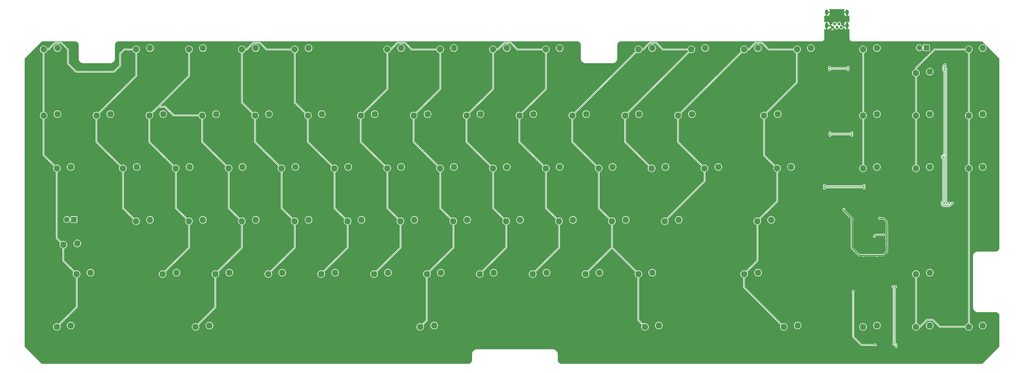
<source format=gtl>
%TF.GenerationSoftware,KiCad,Pcbnew,(6.0.5)*%
%TF.CreationDate,2022-11-05T01:05:16-04:00*%
%TF.ProjectId,TKL,544b4c2e-6b69-4636-9164-5f7063625858,rev?*%
%TF.SameCoordinates,Original*%
%TF.FileFunction,Copper,L1,Top*%
%TF.FilePolarity,Positive*%
%FSLAX46Y46*%
G04 Gerber Fmt 4.6, Leading zero omitted, Abs format (unit mm)*
G04 Created by KiCad (PCBNEW (6.0.5)) date 2022-11-05 01:05:16*
%MOMM*%
%LPD*%
G01*
G04 APERTURE LIST*
%TA.AperFunction,ComponentPad*%
%ADD10C,2.300000*%
%TD*%
%TA.AperFunction,ComponentPad*%
%ADD11C,2.000000*%
%TD*%
%TA.AperFunction,ComponentPad*%
%ADD12R,2.000000X2.000000*%
%TD*%
%TA.AperFunction,ComponentPad*%
%ADD13C,1.100000*%
%TD*%
%TA.AperFunction,ComponentPad*%
%ADD14O,1.200000X1.900000*%
%TD*%
%TA.AperFunction,ViaPad*%
%ADD15C,0.600000*%
%TD*%
%TA.AperFunction,Conductor*%
%ADD16C,0.200000*%
%TD*%
%TA.AperFunction,Conductor*%
%ADD17C,0.381000*%
%TD*%
%TA.AperFunction,Conductor*%
%ADD18C,0.254000*%
%TD*%
G04 APERTURE END LIST*
D10*
%TO.P,MX42,1,COL*%
%TO.N,COL4*%
X347543750Y-279322950D03*
%TO.P,MX42,2,ROW*%
%TO.N,Net-(D42-Pad2)*%
X352543750Y-278822950D03*
%TD*%
%TO.P,MX65,1,COL*%
%TO.N,COL1*%
X228481250Y-317422950D03*
%TO.P,MX65,2,ROW*%
%TO.N,Net-(D65-Pad2)*%
X233481250Y-316922950D03*
%TD*%
%TO.P,MX1,1,COL*%
%TO.N,COL0*%
X185618750Y-236460450D03*
%TO.P,MX1,2,ROW*%
%TO.N,Net-(D1-Pad2)*%
X190618750Y-235960450D03*
%TD*%
D11*
%TO.P,D85,1,K*%
%TO.N,Net-(D85-Pad1)*%
X501173750Y-235860450D03*
D12*
%TO.P,D85,2,A*%
%TO.N,LED_SLCK*%
X503713750Y-235860450D03*
%TD*%
D10*
%TO.P,MX83,1,COL*%
%TO.N,COL8*%
X499943750Y-336472950D03*
%TO.P,MX83,2,ROW*%
%TO.N,Net-(D83-Pad2)*%
X504943750Y-335972950D03*
%TD*%
%TO.P,MX26,1,COL*%
%TO.N,COL4*%
X357068750Y-260272950D03*
%TO.P,MX26,2,ROW*%
%TO.N,Net-(D26-Pad2)*%
X362068750Y-259772950D03*
%TD*%
%TO.P,MX44,1,COL*%
%TO.N,COL5*%
X385643750Y-279322950D03*
%TO.P,MX44,2,ROW*%
%TO.N,Net-(D44-Pad2)*%
X390643750Y-278822950D03*
%TD*%
%TO.P,MX3,1,COL*%
%TO.N,COL1*%
X238006250Y-236460450D03*
%TO.P,MX3,2,ROW*%
%TO.N,Net-(D3-Pad2)*%
X243006250Y-235960450D03*
%TD*%
%TO.P,MX35,1,COL*%
%TO.N,COL0*%
X214193750Y-279322950D03*
%TO.P,MX35,2,ROW*%
%TO.N,Net-(D35-Pad2)*%
X219193750Y-278822950D03*
%TD*%
%TO.P,MX16,1,COL*%
%TO.N,COL8*%
X518993750Y-236460450D03*
%TO.P,MX16,2,ROW*%
%TO.N,Net-(D16-Pad2)*%
X523993750Y-235960450D03*
%TD*%
%TO.P,MX60,1,COL*%
%TO.N,COL4*%
X371356250Y-298372950D03*
%TO.P,MX60,2,ROW*%
%TO.N,Net-(D60-Pad2)*%
X376356250Y-297872950D03*
%TD*%
%TO.P,MX36,1,COL*%
%TO.N,COL1*%
X233243750Y-279322950D03*
%TO.P,MX36,2,ROW*%
%TO.N,Net-(D36-Pad2)*%
X238243750Y-278822950D03*
%TD*%
D11*
%TO.P,D86,1,K*%
%TO.N,Net-(D86-Pad1)*%
X193992500Y-297772950D03*
D12*
%TO.P,D86,2,A*%
%TO.N,LED_CAPS*%
X196532500Y-297772950D03*
%TD*%
D10*
%TO.P,MX48,1,COL*%
%TO.N,COL7*%
X480893750Y-279322950D03*
%TO.P,MX48,2,ROW*%
%TO.N,Net-(D48-Pad2)*%
X485893750Y-278822950D03*
%TD*%
%TO.P,MX77,1,COL*%
%TO.N,COL8*%
X480893750Y-336472950D03*
%TO.P,MX77,2,ROW*%
%TO.N,Net-(D77-Pad2)*%
X485893750Y-335972950D03*
%TD*%
%TO.P,MX37,1,COL*%
%TO.N,COL1*%
X252293750Y-279322950D03*
%TO.P,MX37,2,ROW*%
%TO.N,Net-(D37-Pad2)*%
X257293750Y-278822950D03*
%TD*%
%TO.P,MX2,1,COL*%
%TO.N,COL0*%
X218956250Y-236460450D03*
%TO.P,MX2,2,ROW*%
%TO.N,Net-(D2-Pad2)*%
X223956250Y-235960450D03*
%TD*%
%TO.P,MX39,1,COL*%
%TO.N,COL2*%
X290393750Y-279322950D03*
%TO.P,MX39,2,ROW*%
%TO.N,Net-(D39-Pad2)*%
X295393750Y-278822950D03*
%TD*%
%TO.P,MX46,1,COL*%
%TO.N,COL6*%
X423743750Y-279322950D03*
%TO.P,MX46,2,ROW*%
%TO.N,Net-(D46-Pad2)*%
X428743750Y-278822950D03*
%TD*%
%TO.P,MX31,1,COL*%
%TO.N,COL7*%
X480893750Y-260272950D03*
%TO.P,MX31,2,ROW*%
%TO.N,Net-(D31-Pad2)*%
X485893750Y-259772950D03*
%TD*%
%TO.P,MX29,1,COL*%
%TO.N,COL6*%
X414218750Y-260272950D03*
%TO.P,MX29,2,ROW*%
%TO.N,Net-(D29-Pad2)*%
X419218750Y-259772950D03*
%TD*%
%TO.P,MX20,1,COL*%
%TO.N,COL1*%
X242768750Y-260272950D03*
%TO.P,MX20,2,ROW*%
%TO.N,Net-(D20-Pad2)*%
X247768750Y-259772950D03*
%TD*%
%TO.P,MX28,1,COL*%
%TO.N,COL5*%
X395168750Y-260272950D03*
%TO.P,MX28,2,ROW*%
%TO.N,Net-(D28-Pad2)*%
X400168750Y-259772950D03*
%TD*%
%TO.P,MX58,1,COL*%
%TO.N,COL3*%
X333256250Y-298372950D03*
%TO.P,MX58,2,ROW*%
%TO.N,Net-(D58-Pad2)*%
X338256250Y-297872950D03*
%TD*%
%TO.P,MX56,1,COL*%
%TO.N,COL2*%
X295156250Y-298372950D03*
%TO.P,MX56,2,ROW*%
%TO.N,Net-(D56-Pad2)*%
X300156250Y-297872950D03*
%TD*%
%TO.P,MX55,1,COL*%
%TO.N,COL2*%
X276106250Y-298372950D03*
%TO.P,MX55,2,ROW*%
%TO.N,Net-(D55-Pad2)*%
X281106250Y-297872950D03*
%TD*%
%TO.P,MX47,1,COL*%
%TO.N,COL6*%
X449937500Y-279322950D03*
%TO.P,MX47,2,ROW*%
%TO.N,Net-(D47-Pad2)*%
X454937500Y-278822950D03*
%TD*%
%TO.P,MX76,1,COL*%
%TO.N,COL8*%
X499943750Y-317422950D03*
%TO.P,MX76,2,ROW*%
%TO.N,Net-(D76-Pad2)*%
X504943750Y-316922950D03*
%TD*%
%TO.P,MX52,1,COL*%
%TO.N,COL0*%
X218956250Y-298372950D03*
%TO.P,MX52,2,ROW*%
%TO.N,Net-(D52-Pad2)*%
X223956250Y-297872950D03*
%TD*%
%TO.P,MX80,1,COL*%
%TO.N,COL3*%
X321350000Y-336472950D03*
%TO.P,MX80,2,ROW*%
%TO.N,Net-(D80-Pad2)*%
X326350000Y-335972950D03*
%TD*%
%TO.P,MX22,1,COL*%
%TO.N,COL2*%
X280868750Y-260272950D03*
%TO.P,MX22,2,ROW*%
%TO.N,Net-(D22-Pad2)*%
X285868750Y-259772950D03*
%TD*%
%TO.P,MX12,1,COL*%
%TO.N,COL6*%
X438031250Y-236460450D03*
%TO.P,MX12,2,ROW*%
%TO.N,Net-(D12-Pad2)*%
X443031250Y-235960450D03*
%TD*%
%TO.P,MX10,1,COL*%
%TO.N,COL5*%
X399931250Y-236460450D03*
%TO.P,MX10,2,ROW*%
%TO.N,Net-(D10-Pad2)*%
X404931250Y-235960450D03*
%TD*%
%TO.P,MX19,1,COL*%
%TO.N,COL1*%
X223718750Y-260272950D03*
%TO.P,MX19,2,ROW*%
%TO.N,Net-(D19-Pad2)*%
X228718750Y-259772950D03*
%TD*%
%TO.P,MX18,1,COL*%
%TO.N,COL0*%
X204668750Y-260272950D03*
%TO.P,MX18,2,ROW*%
%TO.N,Net-(D18-Pad2)*%
X209668750Y-259772950D03*
%TD*%
%TO.P,MX43,1,COL*%
%TO.N,COL4*%
X366593750Y-279322950D03*
%TO.P,MX43,2,ROW*%
%TO.N,Net-(D43-Pad2)*%
X371593750Y-278822950D03*
%TD*%
%TO.P,MX53,1,COL*%
%TO.N,COL1*%
X238006250Y-298372950D03*
%TO.P,MX53,2,ROW*%
%TO.N,Net-(D53-Pad2)*%
X243006250Y-297872950D03*
%TD*%
%TO.P,MX79,1,COL*%
%TO.N,COL1*%
X240387500Y-336472950D03*
%TO.P,MX79,2,ROW*%
%TO.N,Net-(D79-Pad2)*%
X245387500Y-335972950D03*
%TD*%
%TO.P,MX78,1,COL*%
%TO.N,COL0*%
X190381250Y-336472950D03*
%TO.P,MX78,2,ROW*%
%TO.N,Net-(D78-Pad2)*%
X195381250Y-335972950D03*
%TD*%
%TO.P,MX24,1,COL*%
%TO.N,COL3*%
X318968750Y-260272950D03*
%TO.P,MX24,2,ROW*%
%TO.N,Net-(D24-Pad2)*%
X323968750Y-259772950D03*
%TD*%
%TO.P,MX84,1,COL*%
%TO.N,COL8*%
X518993750Y-336472950D03*
%TO.P,MX84,2,ROW*%
%TO.N,Net-(D84-Pad2)*%
X523993750Y-335972950D03*
%TD*%
%TO.P,MX49,1,COL*%
%TO.N,COL8*%
X499943750Y-279322950D03*
%TO.P,MX49,2,ROW*%
%TO.N,Net-(D49-Pad2)*%
X504943750Y-278822950D03*
%TD*%
%TO.P,MX38,1,COL*%
%TO.N,COL2*%
X271343750Y-279322950D03*
%TO.P,MX38,2,ROW*%
%TO.N,Net-(D38-Pad2)*%
X276343750Y-278822950D03*
%TD*%
%TO.P,MX14,1,COL*%
%TO.N,COL7*%
X480893750Y-236460450D03*
%TO.P,MX14,2,ROW*%
%TO.N,Net-(D14-Pad2)*%
X485893750Y-235960450D03*
%TD*%
%TO.P,MX30,1,COL*%
%TO.N,COL6*%
X445175000Y-260272950D03*
%TO.P,MX30,2,ROW*%
%TO.N,Net-(D30-Pad2)*%
X450175000Y-259772950D03*
%TD*%
%TO.P,MX11,1,COL*%
%TO.N,COL5*%
X418981250Y-236460450D03*
%TO.P,MX11,2,ROW*%
%TO.N,Net-(D11-Pad2)*%
X423981250Y-235960450D03*
%TD*%
%TO.P,MX61,1,COL*%
%TO.N,COL5*%
X390406250Y-298372950D03*
%TO.P,MX61,2,ROW*%
%TO.N,Net-(D61-Pad2)*%
X395406250Y-297872950D03*
%TD*%
%TO.P,MX81,1,COL*%
%TO.N,COL5*%
X402312500Y-336472950D03*
%TO.P,MX81,2,ROW*%
%TO.N,Net-(D81-Pad2)*%
X407312500Y-335972950D03*
%TD*%
%TO.P,MX7,1,COL*%
%TO.N,COL3*%
X328493750Y-236460450D03*
%TO.P,MX7,2,ROW*%
%TO.N,Net-(D7-Pad2)*%
X333493750Y-235960450D03*
%TD*%
%TO.P,MX17,1,COL*%
%TO.N,COL0*%
X185618750Y-260272950D03*
%TO.P,MX17,2,ROW*%
%TO.N,Net-(D17-Pad2)*%
X190618750Y-259772950D03*
%TD*%
%TO.P,MX68,1,COL*%
%TO.N,COL2*%
X285631250Y-317422950D03*
%TO.P,MX68,2,ROW*%
%TO.N,Net-(D68-Pad2)*%
X290631250Y-316922950D03*
%TD*%
%TO.P,MX66,1,COL*%
%TO.N,COL1*%
X247531250Y-317422950D03*
%TO.P,MX66,2,ROW*%
%TO.N,Net-(D66-Pad2)*%
X252531250Y-316922950D03*
%TD*%
%TO.P,MX72,1,COL*%
%TO.N,COL4*%
X361831250Y-317422950D03*
%TO.P,MX72,2,ROW*%
%TO.N,Net-(D72-Pad2)*%
X366831250Y-316922950D03*
%TD*%
%TO.P,MX32,1,COL*%
%TO.N,COL8*%
X499943750Y-260272950D03*
%TO.P,MX32,2,ROW*%
%TO.N,Net-(D32-Pad2)*%
X504943750Y-259772950D03*
%TD*%
%TO.P,MX8,1,COL*%
%TO.N,COL4*%
X347543750Y-236460450D03*
%TO.P,MX8,2,ROW*%
%TO.N,Net-(D8-Pad2)*%
X352543750Y-235960450D03*
%TD*%
%TO.P,MX59,1,COL*%
%TO.N,COL4*%
X352306250Y-298372950D03*
%TO.P,MX59,2,ROW*%
%TO.N,Net-(D59-Pad2)*%
X357306250Y-297872950D03*
%TD*%
%TO.P,MX63,1,COL*%
%TO.N,COL6*%
X442793750Y-298372950D03*
%TO.P,MX63,2,ROW*%
%TO.N,Net-(D63-Pad2)*%
X447793750Y-297872950D03*
%TD*%
%TO.P,MX5,1,COL*%
%TO.N,COL2*%
X276106250Y-236460450D03*
%TO.P,MX5,2,ROW*%
%TO.N,Net-(D5-Pad2)*%
X281106250Y-235960450D03*
%TD*%
%TO.P,MX82,1,COL*%
%TO.N,COL6*%
X452318750Y-336472950D03*
%TO.P,MX82,2,ROW*%
%TO.N,Net-(D82-Pad2)*%
X457318750Y-335972950D03*
%TD*%
%TO.P,MX33,1,COL*%
%TO.N,COL8*%
X518993750Y-260272950D03*
%TO.P,MX33,2,ROW*%
%TO.N,Net-(D33-Pad2)*%
X523993750Y-259772950D03*
%TD*%
%TO.P,MX13,1,COL*%
%TO.N,COL6*%
X457081250Y-236460450D03*
%TO.P,MX13,2,ROW*%
%TO.N,Net-(D13-Pad2)*%
X462081250Y-235960450D03*
%TD*%
%TO.P,MX70,1,COL*%
%TO.N,COL3*%
X323731250Y-317422950D03*
%TO.P,MX70,2,ROW*%
%TO.N,Net-(D70-Pad2)*%
X328731250Y-316922950D03*
%TD*%
%TO.P,MX23,1,COL*%
%TO.N,COL3*%
X299918750Y-260272950D03*
%TO.P,MX23,2,ROW*%
%TO.N,Net-(D23-Pad2)*%
X304918750Y-259772950D03*
%TD*%
%TO.P,MX62,1,COL*%
%TO.N,COL6*%
X409456250Y-298372950D03*
%TO.P,MX62,2,ROW*%
%TO.N,Net-(D62-Pad2)*%
X414456250Y-297872950D03*
%TD*%
%TO.P,MX41,1,COL*%
%TO.N,COL3*%
X328493750Y-279322950D03*
%TO.P,MX41,2,ROW*%
%TO.N,Net-(D41-Pad2)*%
X333493750Y-278822950D03*
%TD*%
%TO.P,MX57,1,COL*%
%TO.N,COL3*%
X314206250Y-298372950D03*
%TO.P,MX57,2,ROW*%
%TO.N,Net-(D57-Pad2)*%
X319206250Y-297872950D03*
%TD*%
%TO.P,MX9,1,COL*%
%TO.N,COL4*%
X366593750Y-236460450D03*
%TO.P,MX9,2,ROW*%
%TO.N,Net-(D9-Pad2)*%
X371593750Y-235960450D03*
%TD*%
%TO.P,MX73,1,COL*%
%TO.N,COL5*%
X380881250Y-317422950D03*
%TO.P,MX73,2,ROW*%
%TO.N,Net-(D73-Pad2)*%
X385881250Y-316922950D03*
%TD*%
%TO.P,MX54,1,COL*%
%TO.N,COL1*%
X257056250Y-298372950D03*
%TO.P,MX54,2,ROW*%
%TO.N,Net-(D54-Pad2)*%
X262056250Y-297872950D03*
%TD*%
%TO.P,MX27,1,COL*%
%TO.N,COL5*%
X376118750Y-260272950D03*
%TO.P,MX27,2,ROW*%
%TO.N,Net-(D27-Pad2)*%
X381118750Y-259772950D03*
%TD*%
%TO.P,MX75,1,COL*%
%TO.N,COL6*%
X438031250Y-317422950D03*
%TO.P,MX75,2,ROW*%
%TO.N,Net-(D75-Pad2)*%
X443031250Y-316922950D03*
%TD*%
%TO.P,MX6,1,COL*%
%TO.N,COL3*%
X309443750Y-236460450D03*
%TO.P,MX6,2,ROW*%
%TO.N,Net-(D6-Pad2)*%
X314443750Y-235960450D03*
%TD*%
%TO.P,MX64,1,COL*%
%TO.N,COL0*%
X197525000Y-317422950D03*
%TO.P,MX64,2,ROW*%
%TO.N,Net-(D64-Pad2)*%
X202525000Y-316922950D03*
%TD*%
%TO.P,MX69,1,COL*%
%TO.N,COL3*%
X304681250Y-317422950D03*
%TO.P,MX69,2,ROW*%
%TO.N,Net-(D69-Pad2)*%
X309681250Y-316922950D03*
%TD*%
%TO.P,MX45,1,COL*%
%TO.N,COL5*%
X404693750Y-279322950D03*
%TO.P,MX45,2,ROW*%
%TO.N,Net-(D45-Pad2)*%
X409693750Y-278822950D03*
%TD*%
D13*
%TO.P,J1,1,VBUS*%
%TO.N,VBUS*%
X473055750Y-228466650D03*
%TO.P,J1,2,D-*%
%TO.N,D_USB_-*%
X472255750Y-227266650D03*
%TO.P,J1,3,D+*%
%TO.N,D_USB_+*%
X471455750Y-228466650D03*
%TO.P,J1,4,ID*%
%TO.N,unconnected-(J1-Pad4)*%
X470655750Y-227266650D03*
%TO.P,J1,5,GND*%
%TO.N,GND*%
X469855750Y-228466650D03*
D14*
%TO.P,J1,6,Shield*%
X467805750Y-223046650D03*
X475105750Y-227866650D03*
X475105750Y-223046650D03*
X467805750Y-227866650D03*
%TD*%
D10*
%TO.P,MX34,1,COL*%
%TO.N,COL0*%
X190381250Y-279322950D03*
%TO.P,MX34,2,ROW*%
%TO.N,Net-(D34-Pad2)*%
X195381250Y-278822950D03*
%TD*%
%TO.P,MX21,1,COL*%
%TO.N,COL2*%
X261818750Y-260272950D03*
%TO.P,MX21,2,ROW*%
%TO.N,Net-(D21-Pad2)*%
X266818750Y-259772950D03*
%TD*%
%TO.P,MX51,1,COL*%
%TO.N,Net-(D51-Pad2)*%
X197762500Y-306372950D03*
%TO.P,MX51,2,ROW*%
%TO.N,COL0*%
X192762500Y-306872950D03*
%TD*%
%TO.P,MX71,1,COL*%
%TO.N,COL4*%
X342781250Y-317422950D03*
%TO.P,MX71,2,ROW*%
%TO.N,Net-(D71-Pad2)*%
X347781250Y-316922950D03*
%TD*%
%TO.P,MX15,1,COL*%
%TO.N,Net-(D15-Pad2)*%
X504943750Y-244460450D03*
%TO.P,MX15,2,ROW*%
%TO.N,COL8*%
X499943750Y-244960450D03*
%TD*%
%TO.P,MX74,1,COL*%
%TO.N,COL5*%
X399931250Y-317422950D03*
%TO.P,MX74,2,ROW*%
%TO.N,Net-(D74-Pad2)*%
X404931250Y-316922950D03*
%TD*%
%TO.P,MX40,1,COL*%
%TO.N,COL3*%
X309443750Y-279322950D03*
%TO.P,MX40,2,ROW*%
%TO.N,Net-(D40-Pad2)*%
X314443750Y-278822950D03*
%TD*%
%TO.P,MX25,1,COL*%
%TO.N,COL4*%
X338018750Y-260272950D03*
%TO.P,MX25,2,ROW*%
%TO.N,Net-(D25-Pad2)*%
X343018750Y-259772950D03*
%TD*%
%TO.P,MX4,1,COL*%
%TO.N,COL2*%
X257056250Y-236460450D03*
%TO.P,MX4,2,ROW*%
%TO.N,Net-(D4-Pad2)*%
X262056250Y-235960450D03*
%TD*%
%TO.P,MX50,1,COL*%
%TO.N,COL8*%
X518993750Y-279322950D03*
%TO.P,MX50,2,ROW*%
%TO.N,Net-(D50-Pad2)*%
X523993750Y-278822950D03*
%TD*%
%TO.P,MX67,1,COL*%
%TO.N,COL2*%
X266581250Y-317422950D03*
%TO.P,MX67,2,ROW*%
%TO.N,Net-(D67-Pad2)*%
X271581250Y-316922950D03*
%TD*%
D15*
%TO.N,GND*%
X482600000Y-303039700D03*
X498729000Y-303166700D03*
%TO.N,+3V3*%
X489458000Y-304543200D03*
%TO.N,GND*%
X502285000Y-303293700D03*
X493268000Y-301388700D03*
%TO.N,NRST*%
X485013000Y-303801700D03*
X488315000Y-303290200D03*
%TO.N,+3V3*%
X486918000Y-297324700D03*
X489458000Y-306595700D03*
X485902000Y-310659700D03*
X481076000Y-310659700D03*
X476885000Y-297705700D03*
X473964000Y-294149700D03*
%TO.N,GND*%
X474853000Y-299864700D03*
X474853000Y-298721700D03*
X477012000Y-294149700D03*
X477012000Y-293006700D03*
X477520000Y-291609700D03*
X476631000Y-289069700D03*
X481584000Y-305579700D03*
X485140000Y-305579700D03*
X485140000Y-300753700D03*
X480060000Y-300753700D03*
X484476500Y-295800700D03*
X482723500Y-295800700D03*
X469995250Y-230744900D03*
X468344250Y-230744900D03*
X496189000Y-235856700D03*
X471709750Y-240015950D03*
X473233750Y-240396950D03*
X468344250Y-229601900D03*
X193802000Y-302785700D03*
X470185750Y-240269950D03*
%TO.N,COL7*%
X512064600Y-291906549D03*
X509908750Y-275258450D03*
%TO.N,ROW0*%
X475519750Y-242873450D03*
X510381250Y-242841700D03*
X468788750Y-242873450D03*
X511143250Y-291895450D03*
%TO.N,ROW1*%
X475519750Y-243762450D03*
X468788750Y-243762450D03*
X510254250Y-291895450D03*
X510308270Y-243653711D03*
%TO.N,ROW2*%
X468979250Y-266495450D03*
X476853250Y-266495450D03*
%TO.N,ROW3*%
X468979250Y-267384450D03*
X476853250Y-267384450D03*
%TO.N,ROW4*%
X466961770Y-285532220D03*
X481266500Y-285513700D03*
%TO.N,ROW5*%
X466961770Y-286421220D03*
X481266500Y-286402700D03*
%TO.N,ROW8*%
X485298750Y-342949450D03*
X477329500Y-323666720D03*
%TO.N,ROW10*%
X491966250Y-342716720D03*
X491712250Y-321994450D03*
%TO.N,ROW11*%
X492601250Y-321994450D03*
X492855250Y-343516200D03*
%TO.N,LED_SLCK*%
X513080000Y-291863700D03*
X510413000Y-241952700D03*
%TD*%
D16*
%TO.N,LED_SLCK*%
X512013730Y-292929970D02*
X513080000Y-291863700D01*
X509771263Y-292929969D02*
X512013730Y-292929970D01*
X509255219Y-292413925D02*
X509771263Y-292929969D01*
X509255220Y-291481636D02*
X509255219Y-292413925D01*
X509709210Y-291027646D02*
X509255220Y-291481636D01*
X509309239Y-274933461D02*
X509309239Y-275519939D01*
X510108730Y-274133970D02*
X509309239Y-274933461D01*
X509709210Y-275919910D02*
X509709210Y-291027646D01*
X509708759Y-243915459D02*
X510108730Y-244315430D01*
X509708759Y-242656941D02*
X509708759Y-243915459D01*
X510108730Y-244315430D02*
X510108730Y-274133970D01*
X509309239Y-275519939D02*
X509709210Y-275919910D01*
X510413000Y-241952700D02*
X509708759Y-242656941D01*
D17*
%TO.N,+3V3*%
X473964000Y-294530700D02*
X476885000Y-297451700D01*
X476885000Y-297451700D02*
X476885000Y-297705700D01*
X473964000Y-294149700D02*
X473964000Y-294530700D01*
X488315000Y-310659700D02*
X485902000Y-310659700D01*
X489458000Y-306595700D02*
X489458000Y-304543200D01*
X489458000Y-306595700D02*
X489458000Y-309516700D01*
X489458000Y-309516700D02*
X488315000Y-310659700D01*
X489458000Y-298594700D02*
X488188000Y-297324700D01*
X489458000Y-304543200D02*
X489458000Y-298594700D01*
X488188000Y-297324700D02*
X486918000Y-297324700D01*
D18*
%TO.N,NRST*%
X485013000Y-303801700D02*
X485524500Y-303290200D01*
X485524500Y-303290200D02*
X488315000Y-303290200D01*
D17*
%TO.N,+3V3*%
X481076000Y-310659700D02*
X485902000Y-310659700D01*
X479552000Y-310659700D02*
X481076000Y-310659700D01*
X476885000Y-307992700D02*
X479552000Y-310659700D01*
X476885000Y-297705700D02*
X476885000Y-307992700D01*
D16*
%TO.N,COL0*%
X213233000Y-237888700D02*
X214661250Y-236460450D01*
X204668750Y-260272950D02*
X204668750Y-269797950D01*
X197525000Y-329329200D02*
X190381250Y-336472950D01*
X197525000Y-317422950D02*
X197525000Y-329329200D01*
X192762500Y-312660450D02*
X197525000Y-317422950D01*
X214661250Y-236460450D02*
X218956250Y-236460450D01*
X185618750Y-236460450D02*
X185618750Y-260272950D01*
X185618750Y-274560450D02*
X190381250Y-279322950D01*
X189706250Y-234110450D02*
X192087500Y-234110450D01*
X192087500Y-234110450D02*
X194437500Y-236460450D01*
X214193750Y-293610450D02*
X218956250Y-298372950D01*
X218956250Y-236460450D02*
X218956250Y-245985450D01*
X187356250Y-236460450D02*
X189706250Y-234110450D01*
X218956250Y-245985450D02*
X204668750Y-260272950D01*
X194437500Y-241572200D02*
X197358000Y-244492700D01*
X204668750Y-269797950D02*
X214193750Y-279322950D01*
X214193750Y-279322950D02*
X214193750Y-293610450D01*
X210947000Y-244492700D02*
X213233000Y-242206700D01*
X192762500Y-306872950D02*
X192762500Y-312660450D01*
X185618750Y-260272950D02*
X185618750Y-274560450D01*
X213233000Y-242206700D02*
X213233000Y-237888700D01*
X194437500Y-236460450D02*
X194437500Y-241572200D01*
X185618750Y-236460450D02*
X187356250Y-236460450D01*
X190381250Y-304491700D02*
X192762500Y-306872950D01*
X190381250Y-279322950D02*
X190381250Y-304491700D01*
X197358000Y-244492700D02*
X210947000Y-244492700D01*
%TO.N,COL1*%
X233243750Y-293610450D02*
X238006250Y-298372950D01*
X252293750Y-293610450D02*
X257056250Y-298372950D01*
X257056250Y-298372950D02*
X257056250Y-307897950D01*
X257056250Y-307897950D02*
X247531250Y-317422950D01*
X242768750Y-260272950D02*
X232537500Y-260272950D01*
X240387500Y-336472950D02*
X247531250Y-329329200D01*
X223718750Y-260272950D02*
X223718750Y-269797950D01*
X247531250Y-329329200D02*
X247531250Y-317422950D01*
X233243750Y-279322950D02*
X233243750Y-293610450D01*
X238006250Y-236460450D02*
X238006250Y-245985450D01*
X226862500Y-257129200D02*
X238006250Y-245985450D01*
X238006250Y-298372950D02*
X238006250Y-307897950D01*
X223718750Y-260272950D02*
X226862500Y-257129200D01*
X238006250Y-307897950D02*
X228481250Y-317422950D01*
X229393750Y-257129200D02*
X226862500Y-257129200D01*
X223718750Y-269797950D02*
X233243750Y-279322950D01*
X252293750Y-279322950D02*
X242768750Y-269797950D01*
X232537500Y-260272950D02*
X229393750Y-257129200D01*
X252293750Y-279322950D02*
X252293750Y-293610450D01*
X242768750Y-269797950D02*
X242768750Y-260272950D01*
%TO.N,COL2*%
X271343750Y-279322950D02*
X271343750Y-293610450D01*
X280868750Y-269797950D02*
X290393750Y-279322950D01*
X276106250Y-307897950D02*
X266581250Y-317422950D01*
X265875000Y-236460450D02*
X263525000Y-234110450D01*
X280868750Y-260272950D02*
X280868750Y-269797950D01*
X276106250Y-255510450D02*
X280868750Y-260272950D01*
X257056250Y-255510450D02*
X261818750Y-260272950D01*
X261818750Y-260272950D02*
X261818750Y-269797950D01*
X290393750Y-293610450D02*
X295156250Y-298372950D01*
X257056250Y-236460450D02*
X257056250Y-255510450D01*
X276106250Y-298372950D02*
X276106250Y-307897950D01*
X261818750Y-269797950D02*
X271343750Y-279322950D01*
X290393750Y-279322950D02*
X290393750Y-293610450D01*
X261143750Y-234110450D02*
X258793750Y-236460450D01*
X295156250Y-307897950D02*
X285631250Y-317422950D01*
X271343750Y-293610450D02*
X276106250Y-298372950D01*
X276106250Y-236460450D02*
X276106250Y-255510450D01*
X276106250Y-236460450D02*
X265875000Y-236460450D01*
X258793750Y-236460450D02*
X257056250Y-236460450D01*
X263525000Y-234110450D02*
X261143750Y-234110450D01*
X295156250Y-298372950D02*
X295156250Y-307897950D01*
%TO.N,COL3*%
X309443750Y-250747950D02*
X299918750Y-260272950D01*
X314206250Y-307897950D02*
X304681250Y-317422950D01*
X310709375Y-236460450D02*
X309443750Y-236460450D01*
X328493750Y-293610450D02*
X333256250Y-298372950D01*
X309443750Y-279322950D02*
X309443750Y-293610450D01*
X323731250Y-334091700D02*
X323731250Y-317422950D01*
X333256250Y-307897950D02*
X323731250Y-317422950D01*
X321350000Y-336472950D02*
X323731250Y-334091700D01*
X299918750Y-269797950D02*
X309443750Y-279322950D01*
X318968750Y-260272950D02*
X318968750Y-269797950D01*
X328493750Y-236460450D02*
X318262500Y-236460450D01*
X314206250Y-298372950D02*
X314206250Y-307897950D01*
X333256250Y-298372950D02*
X333256250Y-307897950D01*
X315912500Y-234110450D02*
X313059375Y-234110450D01*
X328493750Y-279322950D02*
X328493750Y-293610450D01*
X318262500Y-236460450D02*
X315912500Y-234110450D01*
X299918750Y-260272950D02*
X299918750Y-269797950D01*
X313059375Y-234110450D02*
X310709375Y-236460450D01*
X318968750Y-260272950D02*
X328493750Y-250747950D01*
X309443750Y-293610450D02*
X314206250Y-298372950D01*
X328493750Y-250747950D02*
X328493750Y-236460450D01*
X318968750Y-269797950D02*
X328493750Y-279322950D01*
X309443750Y-236460450D02*
X309443750Y-250747950D01*
%TO.N,COL4*%
X371356250Y-298372950D02*
X371356250Y-307897950D01*
X351631250Y-234110450D02*
X354012500Y-234110450D01*
X347543750Y-236460450D02*
X349281250Y-236460450D01*
X338018750Y-260272950D02*
X347543750Y-250747950D01*
X349281250Y-236460450D02*
X351631250Y-234110450D01*
X357068750Y-269797950D02*
X366593750Y-279322950D01*
X356362500Y-236460450D02*
X366593750Y-236460450D01*
X354012500Y-234110450D02*
X356362500Y-236460450D01*
X347543750Y-250747950D02*
X347543750Y-236460450D01*
X338018750Y-269797950D02*
X347543750Y-279322950D01*
X357068750Y-260272950D02*
X357068750Y-269797950D01*
X366593750Y-250747950D02*
X357068750Y-260272950D01*
X347543750Y-279322950D02*
X347543750Y-293610450D01*
X352306250Y-298372950D02*
X352306250Y-307897950D01*
X338018750Y-260272950D02*
X338018750Y-269797950D01*
X366593750Y-293610450D02*
X371356250Y-298372950D01*
X347543750Y-293610450D02*
X352306250Y-298372950D01*
X352306250Y-307897950D02*
X342781250Y-317422950D01*
X366593750Y-236460450D02*
X366593750Y-250747950D01*
X371356250Y-307897950D02*
X361831250Y-317422950D01*
X366593750Y-279322950D02*
X366593750Y-293610450D01*
%TO.N,COL5*%
X376118750Y-260272950D02*
X399931250Y-236460450D01*
X390406250Y-307897950D02*
X399931250Y-317422950D01*
X385643750Y-279322950D02*
X385643750Y-293610450D01*
X406400000Y-234110450D02*
X404018750Y-234110450D01*
X402312500Y-336472950D02*
X399931250Y-334091700D01*
X390406250Y-307897950D02*
X380881250Y-317422950D01*
X404018750Y-234110450D02*
X401668750Y-236460450D01*
X399931250Y-334091700D02*
X399931250Y-317422950D01*
X401668750Y-236460450D02*
X399931250Y-236460450D01*
X376118750Y-260272950D02*
X376118750Y-269797950D01*
X418981250Y-236460450D02*
X408750000Y-236460450D01*
X395168750Y-269797950D02*
X404693750Y-279322950D01*
X390406250Y-298372950D02*
X390406250Y-307897950D01*
X408750000Y-236460450D02*
X406400000Y-234110450D01*
X385643750Y-293610450D02*
X390406250Y-298372950D01*
X395168750Y-260272950D02*
X418981250Y-236460450D01*
X376118750Y-269797950D02*
X385643750Y-279322950D01*
X395168750Y-260272950D02*
X395168750Y-269797950D01*
%TO.N,COL6*%
X457081250Y-236460450D02*
X457081250Y-248366700D01*
X414218750Y-269797950D02*
X423743750Y-279322950D01*
X444500000Y-234110450D02*
X446850000Y-236460450D01*
X442118750Y-234110450D02*
X444500000Y-234110450D01*
X438031250Y-236460450D02*
X414218750Y-260272950D01*
X438031250Y-236460450D02*
X439768750Y-236460450D01*
X414218750Y-260272950D02*
X414218750Y-269797950D01*
X449937500Y-279322950D02*
X449937500Y-291229200D01*
X442793750Y-298372950D02*
X442793750Y-312660450D01*
X438031250Y-322185450D02*
X452318750Y-336472950D01*
X449937500Y-291229200D02*
X442793750Y-298372950D01*
X446850000Y-236460450D02*
X457081250Y-236460450D01*
X445175000Y-274560450D02*
X449937500Y-279322950D01*
X457081250Y-248366700D02*
X445175000Y-260272950D01*
X438031250Y-317422950D02*
X438031250Y-322185450D01*
X442793750Y-312660450D02*
X438031250Y-317422950D01*
X409456250Y-298372950D02*
X423743750Y-284085450D01*
X423743750Y-284085450D02*
X423743750Y-279322950D01*
X445175000Y-260272950D02*
X445175000Y-274560450D01*
X439768750Y-236460450D02*
X442118750Y-234110450D01*
%TO.N,COL7*%
X510108730Y-276782450D02*
X510108730Y-275458430D01*
X511440699Y-292530450D02*
X509936750Y-292530450D01*
X509862081Y-291439781D02*
X510108730Y-291193132D01*
X510108730Y-275458430D02*
X509908750Y-275258450D01*
X510108730Y-291193132D02*
X510108730Y-276782450D01*
X480893750Y-260272950D02*
X480893750Y-279322950D01*
X480893750Y-236460450D02*
X480893750Y-260272950D01*
X509654739Y-292248439D02*
X509654739Y-291647123D01*
X509936750Y-292530450D02*
X509654739Y-292248439D01*
X509654739Y-291647123D02*
X509862081Y-291439781D01*
X512064600Y-291906549D02*
X511440699Y-292530450D01*
%TO.N,COL8*%
X506581250Y-236460450D02*
X499943750Y-243097950D01*
X518993750Y-236460450D02*
X506581250Y-236460450D01*
X499943750Y-243097950D02*
X499943750Y-244960450D01*
X501332000Y-336472950D02*
X503904250Y-333900700D01*
X518993750Y-279322950D02*
X518993750Y-336472950D01*
X506063250Y-333900700D02*
X508635500Y-336472950D01*
X499943750Y-279322950D02*
X499943750Y-260272950D01*
X499943750Y-317422950D02*
X499943750Y-336472950D01*
X499943750Y-336472950D02*
X501332000Y-336472950D01*
X518993750Y-236460450D02*
X518993750Y-260272950D01*
X499943750Y-244960450D02*
X499943750Y-260272950D01*
X503904250Y-333900700D02*
X506063250Y-333900700D01*
X518993750Y-260272950D02*
X518993750Y-279322950D01*
X508635500Y-336472950D02*
X518993750Y-336472950D01*
%TO.N,ROW0*%
X510381250Y-242841700D02*
X510907770Y-243368220D01*
X475265750Y-243127450D02*
X475138750Y-243127450D01*
X475519750Y-242873450D02*
X475265750Y-243127450D01*
X469042750Y-243127450D02*
X468788750Y-242873450D01*
X510907770Y-243368220D02*
X510907770Y-291659970D01*
X475138750Y-243127450D02*
X469042750Y-243127450D01*
X510907770Y-291659970D02*
X511143250Y-291895450D01*
%TO.N,ROW1*%
X475284270Y-243526970D02*
X475519750Y-243762450D01*
X469024230Y-243526970D02*
X469677750Y-243526970D01*
X510308270Y-243653711D02*
X510508250Y-243853691D01*
X510508250Y-291641450D02*
X510254250Y-291895450D01*
X469677750Y-243526970D02*
X475284270Y-243526970D01*
X510508250Y-243853691D02*
X510508250Y-291641450D01*
X468788750Y-243762450D02*
X469024230Y-243526970D01*
%TO.N,ROW2*%
X476599250Y-266749450D02*
X476853250Y-266495450D01*
X468979250Y-266495450D02*
X469233250Y-266749450D01*
X469233250Y-266749450D02*
X476599250Y-266749450D01*
%TO.N,ROW3*%
X468979250Y-267384450D02*
X469214730Y-267148970D01*
X469214730Y-267148970D02*
X476617770Y-267148970D01*
X476617770Y-267148970D02*
X476853250Y-267384450D01*
%TO.N,ROW4*%
X481266500Y-285513700D02*
X481012500Y-285767700D01*
X481012500Y-285767700D02*
X467197250Y-285767700D01*
X467197250Y-285767700D02*
X466961770Y-285532220D01*
%TO.N,ROW5*%
X481031020Y-286167220D02*
X467215770Y-286167220D01*
X467215770Y-286167220D02*
X466961770Y-286421220D01*
X481266500Y-286402700D02*
X481031020Y-286167220D01*
%TO.N,ROW8*%
X477329500Y-323666720D02*
X477329500Y-339996700D01*
X480282250Y-342949450D02*
X485298750Y-342949450D01*
X477329500Y-339996700D02*
X480282250Y-342949450D01*
%TO.N,ROW10*%
X491966250Y-322248450D02*
X491966250Y-342716720D01*
X491712250Y-321994450D02*
X491966250Y-322248450D01*
%TO.N,ROW11*%
X492365770Y-322229930D02*
X492365770Y-342268402D01*
X492365770Y-342268402D02*
X492855250Y-342757882D01*
X492855250Y-342757882D02*
X492855250Y-343516200D01*
X492601250Y-321994450D02*
X492365770Y-322229930D01*
%TD*%
%TA.AperFunction,Conductor*%
%TO.N,GND*%
G36*
X471559903Y-221928426D02*
G01*
X474101099Y-221928442D01*
X474159289Y-221947350D01*
X474195253Y-221996850D01*
X474195252Y-222058035D01*
X474184267Y-222081144D01*
X474120129Y-222180476D01*
X474115818Y-222188791D01*
X474040303Y-222376167D01*
X474037643Y-222385147D01*
X473998704Y-222584541D01*
X473997848Y-222591594D01*
X473997810Y-222592377D01*
X473997750Y-222594824D01*
X473997750Y-222776970D01*
X474001872Y-222789655D01*
X474005993Y-222792650D01*
X475260750Y-222792650D01*
X475318941Y-222811557D01*
X475354905Y-222861057D01*
X475359750Y-222891650D01*
X475359750Y-224459487D01*
X475363682Y-224471589D01*
X475373083Y-224471954D01*
X475463537Y-224450154D01*
X475472409Y-224447100D01*
X475656300Y-224363490D01*
X475664426Y-224358818D01*
X475829191Y-224241942D01*
X475836293Y-224235810D01*
X475847278Y-224224336D01*
X475901176Y-224195377D01*
X475961803Y-224203629D01*
X476006000Y-224245940D01*
X476017791Y-224292798D01*
X476017779Y-226624071D01*
X475998871Y-226682261D01*
X475949371Y-226718225D01*
X475888186Y-226718224D01*
X475853894Y-226698843D01*
X475755656Y-226613596D01*
X475748014Y-226608146D01*
X475573163Y-226506992D01*
X475564640Y-226503090D01*
X475373807Y-226436821D01*
X475372755Y-226436565D01*
X475362123Y-226438392D01*
X475361112Y-226439430D01*
X475359750Y-226445271D01*
X475359750Y-229279487D01*
X475363682Y-229291589D01*
X475373083Y-229291954D01*
X475463537Y-229270154D01*
X475472409Y-229267100D01*
X475656300Y-229183490D01*
X475664426Y-229178818D01*
X475829191Y-229061942D01*
X475836293Y-229055811D01*
X475847254Y-229044361D01*
X475901152Y-229015402D01*
X475961778Y-229023653D01*
X476005976Y-229065965D01*
X476017767Y-229112822D01*
X476017750Y-232520418D01*
X476015193Y-232542771D01*
X476013862Y-232548512D01*
X476013861Y-232548520D01*
X476012595Y-232553982D01*
X476012594Y-232554700D01*
X476013838Y-232560155D01*
X476014050Y-232562046D01*
X476015666Y-232572340D01*
X476028800Y-232722468D01*
X476029916Y-232726635D01*
X476029917Y-232726638D01*
X476071267Y-232880963D01*
X476072386Y-232885139D01*
X476143556Y-233037770D01*
X476240147Y-233175725D01*
X476359226Y-233294812D01*
X476362768Y-233297292D01*
X476493637Y-233388936D01*
X476493641Y-233388939D01*
X476497175Y-233391413D01*
X476649802Y-233462593D01*
X476653976Y-233463712D01*
X476653977Y-233463712D01*
X476808297Y-233505071D01*
X476808301Y-233505072D01*
X476812470Y-233506189D01*
X476961901Y-233519271D01*
X476971431Y-233520786D01*
X476974057Y-233521088D01*
X476979519Y-233522355D01*
X476980237Y-233522356D01*
X476987122Y-233520786D01*
X476991982Y-233519678D01*
X477013992Y-233517200D01*
X523750942Y-233517200D01*
X523809133Y-233536107D01*
X523820946Y-233546196D01*
X529995504Y-239720754D01*
X530023281Y-239775271D01*
X530024500Y-239790758D01*
X530024500Y-307895183D01*
X530021982Y-307917369D01*
X530019344Y-307928841D01*
X530021805Y-307939716D01*
X530021785Y-307950862D01*
X530021295Y-307950861D01*
X530022012Y-307960807D01*
X530008035Y-308138406D01*
X530005605Y-308153750D01*
X529982020Y-308251991D01*
X529964991Y-308322921D01*
X529958434Y-308350232D01*
X529953634Y-308365003D01*
X529949610Y-308374719D01*
X529876306Y-308551690D01*
X529869257Y-308565525D01*
X529763670Y-308737828D01*
X529754556Y-308750372D01*
X529623317Y-308904033D01*
X529612336Y-308915014D01*
X529458672Y-309046256D01*
X529446128Y-309055370D01*
X529273825Y-309160957D01*
X529259990Y-309168006D01*
X529177940Y-309201992D01*
X529073303Y-309245334D01*
X529058536Y-309250133D01*
X528960291Y-309273720D01*
X528862050Y-309297305D01*
X528846706Y-309299735D01*
X528669616Y-309313672D01*
X528659872Y-309312952D01*
X528659871Y-309313562D01*
X528648724Y-309313542D01*
X528637859Y-309311044D01*
X528625859Y-309313759D01*
X528604012Y-309316200D01*
X522321781Y-309316200D01*
X522299426Y-309313643D01*
X522298826Y-309313504D01*
X522288218Y-309311045D01*
X522287500Y-309311044D01*
X522285881Y-309311413D01*
X522283686Y-309311161D01*
X522283739Y-309311902D01*
X522032391Y-309329879D01*
X521782476Y-309384245D01*
X521542841Y-309473624D01*
X521318365Y-309596197D01*
X521194371Y-309689017D01*
X521141539Y-309728567D01*
X521113618Y-309749468D01*
X520932768Y-309930318D01*
X520779497Y-310135065D01*
X520656924Y-310359541D01*
X520567545Y-310599176D01*
X520513179Y-310849091D01*
X520495236Y-311099961D01*
X520494344Y-311103841D01*
X520496804Y-311114712D01*
X520497059Y-311115838D01*
X520499500Y-311137688D01*
X520499500Y-329326172D01*
X520496944Y-329348523D01*
X520494345Y-329359738D01*
X520494344Y-329360456D01*
X520494713Y-329362075D01*
X520494498Y-329363943D01*
X520495129Y-329363898D01*
X520513137Y-329615567D01*
X520567510Y-329865483D01*
X520656895Y-330105117D01*
X520779474Y-330329592D01*
X520781593Y-330332423D01*
X520781594Y-330332424D01*
X520893987Y-330482557D01*
X520932751Y-330534338D01*
X520935250Y-330536837D01*
X521111107Y-330712689D01*
X521111114Y-330712695D01*
X521113605Y-330715186D01*
X521116432Y-330717302D01*
X521315526Y-330866339D01*
X521315533Y-330866343D01*
X521318355Y-330868456D01*
X521542834Y-330991028D01*
X521782471Y-331080406D01*
X521785928Y-331081158D01*
X522028944Y-331134022D01*
X522028949Y-331134023D01*
X522032389Y-331134771D01*
X522035900Y-331135022D01*
X522035906Y-331135023D01*
X522282793Y-331152680D01*
X522282751Y-331153266D01*
X522284779Y-331153140D01*
X522286782Y-331153605D01*
X522287500Y-331153606D01*
X522292952Y-331152362D01*
X522292955Y-331152362D01*
X522299234Y-331150930D01*
X522321252Y-331148450D01*
X528603483Y-331148450D01*
X528625669Y-331150968D01*
X528637141Y-331153606D01*
X528648017Y-331151145D01*
X528659160Y-331151165D01*
X528659159Y-331151655D01*
X528669106Y-331150938D01*
X528846709Y-331164915D01*
X528862052Y-331167345D01*
X529058541Y-331214516D01*
X529073316Y-331219317D01*
X529259994Y-331296640D01*
X529273836Y-331303692D01*
X529446133Y-331409274D01*
X529458700Y-331418405D01*
X529612350Y-331549630D01*
X529623335Y-331560614D01*
X529754574Y-331714269D01*
X529763705Y-331726837D01*
X529869285Y-331899121D01*
X529876338Y-331912962D01*
X529953670Y-332099646D01*
X529958471Y-332114421D01*
X530005647Y-332310902D01*
X530008078Y-332326245D01*
X530022008Y-332503175D01*
X530021278Y-332513081D01*
X530021861Y-332513082D01*
X530021842Y-332524233D01*
X530019344Y-332535097D01*
X530021805Y-332545971D01*
X530022058Y-332547089D01*
X530024500Y-332568942D01*
X530024500Y-343523893D01*
X530005593Y-343582084D01*
X529995504Y-343593897D01*
X523820946Y-349768454D01*
X523766429Y-349796231D01*
X523750942Y-349797450D01*
X372302770Y-349797450D01*
X372280581Y-349794931D01*
X372279982Y-349794793D01*
X372279981Y-349794793D01*
X372269115Y-349792294D01*
X372258239Y-349794755D01*
X372247094Y-349794735D01*
X372247095Y-349794244D01*
X372237151Y-349794962D01*
X372135582Y-349786965D01*
X372059547Y-349780979D01*
X372044204Y-349778548D01*
X371973359Y-349761538D01*
X371847722Y-349731372D01*
X371832958Y-349726575D01*
X371646277Y-349649245D01*
X371632437Y-349642194D01*
X371460150Y-349536614D01*
X371447582Y-349527483D01*
X371293932Y-349396252D01*
X371282948Y-349385268D01*
X371151717Y-349231618D01*
X371142586Y-349219050D01*
X371037006Y-349046763D01*
X371029954Y-349032922D01*
X370952627Y-348846247D01*
X370947826Y-348831473D01*
X370900652Y-348634996D01*
X370898221Y-348619653D01*
X370884279Y-348442564D01*
X370884998Y-348432819D01*
X370884389Y-348432818D01*
X370884408Y-348421667D01*
X370886906Y-348410803D01*
X370884192Y-348398811D01*
X370881750Y-348376958D01*
X370881750Y-346392261D01*
X370884307Y-346369906D01*
X370885638Y-346364163D01*
X370886905Y-346358698D01*
X370886906Y-346357980D01*
X370886536Y-346356360D01*
X370886813Y-346353956D01*
X370886001Y-346354014D01*
X370868289Y-346106394D01*
X370868288Y-346106390D01*
X370868037Y-346102875D01*
X370813671Y-345852964D01*
X370724293Y-345613334D01*
X370601723Y-345388862D01*
X370599610Y-345386040D01*
X370599606Y-345386033D01*
X370450571Y-345186944D01*
X370448455Y-345184117D01*
X370267610Y-345003269D01*
X370062869Y-344849997D01*
X369838399Y-344727422D01*
X369598770Y-344638039D01*
X369595313Y-344637287D01*
X369595310Y-344637286D01*
X369352308Y-344584418D01*
X369352306Y-344584418D01*
X369348860Y-344583668D01*
X369345350Y-344583417D01*
X369345344Y-344583416D01*
X369098463Y-344565752D01*
X369098505Y-344565166D01*
X369096478Y-344565292D01*
X369094474Y-344564827D01*
X369093756Y-344564826D01*
X369082357Y-344567426D01*
X369082019Y-344567503D01*
X369060004Y-344569982D01*
X341811749Y-344569982D01*
X341789397Y-344567426D01*
X341783643Y-344566092D01*
X341783637Y-344566091D01*
X341778182Y-344564827D01*
X341777464Y-344564826D01*
X341775846Y-344565195D01*
X341773741Y-344564953D01*
X341773792Y-344565664D01*
X341522356Y-344583651D01*
X341386728Y-344613157D01*
X341275893Y-344637270D01*
X341275890Y-344637271D01*
X341272442Y-344638021D01*
X341269138Y-344639254D01*
X341269136Y-344639254D01*
X341193977Y-344667288D01*
X341032809Y-344727403D01*
X340808335Y-344849978D01*
X340705962Y-344926615D01*
X340623898Y-344988048D01*
X340603589Y-345003251D01*
X340422741Y-345184101D01*
X340420629Y-345186922D01*
X340420624Y-345186928D01*
X340330948Y-345306722D01*
X340269470Y-345388848D01*
X340146897Y-345613323D01*
X340057517Y-345852957D01*
X340056767Y-345856403D01*
X340056765Y-345856411D01*
X340003902Y-346099409D01*
X340003149Y-346102872D01*
X340002897Y-346106394D01*
X340002896Y-346106403D01*
X339986108Y-346341115D01*
X339985238Y-346353273D01*
X339984652Y-346353231D01*
X339984778Y-346355258D01*
X339984313Y-346357262D01*
X339984312Y-346357980D01*
X339985555Y-346363429D01*
X339985555Y-346363430D01*
X339986989Y-346369716D01*
X339989468Y-346391733D01*
X339989468Y-348376430D01*
X339986949Y-348398619D01*
X339984312Y-348410085D01*
X339986773Y-348420961D01*
X339986753Y-348432106D01*
X339986262Y-348432105D01*
X339986980Y-348442049D01*
X339979100Y-348542128D01*
X339972997Y-348619646D01*
X339970566Y-348634989D01*
X339923391Y-348831460D01*
X339918591Y-348846232D01*
X339918585Y-348846247D01*
X339841263Y-349032905D01*
X339834212Y-349046743D01*
X339728627Y-349219033D01*
X339719501Y-349231591D01*
X339588271Y-349385234D01*
X339577286Y-349396218D01*
X339423634Y-349527442D01*
X339411066Y-349536573D01*
X339238784Y-349642141D01*
X339224943Y-349649193D01*
X339038264Y-349726514D01*
X339023489Y-349731314D01*
X338827017Y-349778478D01*
X338811674Y-349780908D01*
X338634327Y-349794862D01*
X338624847Y-349794162D01*
X338624846Y-349794813D01*
X338613698Y-349794793D01*
X338602831Y-349792294D01*
X338590830Y-349795009D01*
X338568985Y-349797450D01*
X185067807Y-349797450D01*
X185009616Y-349778543D01*
X184997803Y-349768454D01*
X178823246Y-343593896D01*
X178795469Y-343539379D01*
X178794250Y-343523892D01*
X178794250Y-260272950D01*
X184263091Y-260272950D01*
X184283687Y-260508358D01*
X184344847Y-260736613D01*
X184444715Y-260950779D01*
X184580255Y-261144351D01*
X184747349Y-261311445D01*
X184940920Y-261446985D01*
X185155087Y-261546853D01*
X185203831Y-261559914D01*
X185244873Y-261570911D01*
X185296187Y-261604235D01*
X185318250Y-261666538D01*
X185318250Y-274506942D01*
X185317947Y-274511067D01*
X185316325Y-274515792D01*
X185316668Y-274524926D01*
X185318180Y-274565211D01*
X185318250Y-274568924D01*
X185318250Y-274588398D01*
X185319075Y-274592828D01*
X185319411Y-274598021D01*
X185320524Y-274627658D01*
X185324130Y-274636052D01*
X185324131Y-274636055D01*
X185325067Y-274638233D01*
X185331433Y-274659184D01*
X185333541Y-274670503D01*
X185338338Y-274678285D01*
X185347518Y-274693178D01*
X185354201Y-274706045D01*
X185364714Y-274730513D01*
X185368728Y-274735399D01*
X185373092Y-274739763D01*
X185387363Y-274757818D01*
X185392282Y-274765798D01*
X185415519Y-274783468D01*
X185425589Y-274792260D01*
X189180852Y-278547523D01*
X189208629Y-278602040D01*
X189200572Y-278659366D01*
X189107347Y-278859287D01*
X189046187Y-279087542D01*
X189025591Y-279322950D01*
X189046187Y-279558358D01*
X189107347Y-279786613D01*
X189207215Y-280000779D01*
X189342755Y-280194351D01*
X189509849Y-280361445D01*
X189703420Y-280496985D01*
X189917587Y-280596853D01*
X189966331Y-280609914D01*
X190007373Y-280620911D01*
X190058687Y-280654235D01*
X190080750Y-280716538D01*
X190080750Y-304438192D01*
X190080447Y-304442317D01*
X190078825Y-304447042D01*
X190079168Y-304456176D01*
X190080680Y-304496461D01*
X190080750Y-304500174D01*
X190080750Y-304519648D01*
X190081575Y-304524078D01*
X190081911Y-304529271D01*
X190083024Y-304558908D01*
X190086630Y-304567302D01*
X190086631Y-304567305D01*
X190087567Y-304569483D01*
X190093933Y-304590434D01*
X190096041Y-304601753D01*
X190100838Y-304609535D01*
X190110018Y-304624428D01*
X190116701Y-304637295D01*
X190127214Y-304661763D01*
X190131228Y-304666649D01*
X190135592Y-304671013D01*
X190149863Y-304689068D01*
X190154782Y-304697048D01*
X190178019Y-304714718D01*
X190188089Y-304723510D01*
X191562102Y-306097523D01*
X191589879Y-306152040D01*
X191581822Y-306209366D01*
X191531200Y-306317926D01*
X191488597Y-306409287D01*
X191427437Y-306637542D01*
X191406841Y-306872950D01*
X191427437Y-307108358D01*
X191488597Y-307336613D01*
X191588465Y-307550779D01*
X191724005Y-307744351D01*
X191891099Y-307911445D01*
X191991956Y-307982066D01*
X192062267Y-308031298D01*
X192084670Y-308046985D01*
X192298837Y-308146853D01*
X192324577Y-308153750D01*
X192388623Y-308170911D01*
X192439937Y-308204235D01*
X192462000Y-308266538D01*
X192462000Y-312606942D01*
X192461697Y-312611067D01*
X192460075Y-312615792D01*
X192460418Y-312624926D01*
X192461930Y-312665211D01*
X192462000Y-312668924D01*
X192462000Y-312688398D01*
X192462825Y-312692828D01*
X192463161Y-312698021D01*
X192464274Y-312727658D01*
X192467880Y-312736052D01*
X192467881Y-312736055D01*
X192468817Y-312738233D01*
X192475183Y-312759184D01*
X192477291Y-312770503D01*
X192482088Y-312778285D01*
X192491268Y-312793178D01*
X192497952Y-312806046D01*
X192505582Y-312823804D01*
X192508464Y-312830513D01*
X192512478Y-312835399D01*
X192516842Y-312839763D01*
X192531113Y-312857818D01*
X192536032Y-312865798D01*
X192559269Y-312883468D01*
X192569339Y-312892260D01*
X196324602Y-316647523D01*
X196352379Y-316702040D01*
X196344322Y-316759366D01*
X196251097Y-316959287D01*
X196189937Y-317187542D01*
X196169341Y-317422950D01*
X196189937Y-317658358D01*
X196251097Y-317886613D01*
X196350965Y-318100779D01*
X196486505Y-318294351D01*
X196653599Y-318461445D01*
X196847170Y-318596985D01*
X197061337Y-318696853D01*
X197110081Y-318709914D01*
X197151123Y-318720911D01*
X197202437Y-318754235D01*
X197224500Y-318816538D01*
X197224500Y-329163721D01*
X197205593Y-329221912D01*
X197195504Y-329233725D01*
X191156677Y-335272552D01*
X191102160Y-335300329D01*
X191044834Y-335292272D01*
X190844913Y-335199047D01*
X190616658Y-335137887D01*
X190381250Y-335117291D01*
X190145842Y-335137887D01*
X189917587Y-335199047D01*
X189703421Y-335298915D01*
X189509849Y-335434455D01*
X189342755Y-335601549D01*
X189340276Y-335605090D01*
X189237381Y-335752040D01*
X189207215Y-335795121D01*
X189107347Y-336009287D01*
X189046187Y-336237542D01*
X189025591Y-336472950D01*
X189046187Y-336708358D01*
X189107347Y-336936613D01*
X189207215Y-337150779D01*
X189342755Y-337344351D01*
X189509849Y-337511445D01*
X189703420Y-337646985D01*
X189917587Y-337746853D01*
X190145842Y-337808013D01*
X190381250Y-337828609D01*
X190616658Y-337808013D01*
X190844913Y-337746853D01*
X191059080Y-337646985D01*
X191252651Y-337511445D01*
X191419745Y-337344351D01*
X191555285Y-337150779D01*
X191655153Y-336936613D01*
X191716313Y-336708358D01*
X191736909Y-336472950D01*
X191716313Y-336237542D01*
X191655153Y-336009287D01*
X191638209Y-335972950D01*
X194025591Y-335972950D01*
X194046187Y-336208358D01*
X194107347Y-336436613D01*
X194207215Y-336650779D01*
X194209696Y-336654322D01*
X194209697Y-336654324D01*
X194249507Y-336711179D01*
X194342755Y-336844351D01*
X194509849Y-337011445D01*
X194703420Y-337146985D01*
X194917587Y-337246853D01*
X195145842Y-337308013D01*
X195381250Y-337328609D01*
X195616658Y-337308013D01*
X195844913Y-337246853D01*
X196059080Y-337146985D01*
X196252651Y-337011445D01*
X196419745Y-336844351D01*
X196512993Y-336711179D01*
X196552803Y-336654324D01*
X196552804Y-336654322D01*
X196555285Y-336650779D01*
X196655153Y-336436613D01*
X196716313Y-336208358D01*
X196736909Y-335972950D01*
X196716313Y-335737542D01*
X196655153Y-335509287D01*
X196555285Y-335295121D01*
X196419745Y-335101549D01*
X196252651Y-334934455D01*
X196059080Y-334798915D01*
X195844913Y-334699047D01*
X195616658Y-334637887D01*
X195381250Y-334617291D01*
X195145842Y-334637887D01*
X194917587Y-334699047D01*
X194703421Y-334798915D01*
X194509849Y-334934455D01*
X194342755Y-335101549D01*
X194207215Y-335295121D01*
X194107347Y-335509287D01*
X194046187Y-335737542D01*
X194025591Y-335972950D01*
X191638209Y-335972950D01*
X191561928Y-335809366D01*
X191554471Y-335748637D01*
X191581648Y-335697523D01*
X197699651Y-329579520D01*
X197702780Y-329576820D01*
X197707269Y-329574625D01*
X197740893Y-329538378D01*
X197743469Y-329535702D01*
X197757248Y-329521923D01*
X197759793Y-329518213D01*
X197763229Y-329514300D01*
X197777185Y-329499255D01*
X197783401Y-329492554D01*
X197787666Y-329481864D01*
X197797980Y-329462548D01*
X197799321Y-329460593D01*
X197799322Y-329460590D01*
X197804492Y-329453054D01*
X197810641Y-329427141D01*
X197815014Y-329413316D01*
X197822294Y-329395068D01*
X197822294Y-329395066D01*
X197824883Y-329388578D01*
X197825500Y-329382285D01*
X197825500Y-329376116D01*
X197828175Y-329353257D01*
X197828230Y-329353027D01*
X197828230Y-329353025D01*
X197830340Y-329344134D01*
X197826404Y-329315212D01*
X197825500Y-329301863D01*
X197825500Y-318816538D01*
X197844407Y-318758347D01*
X197898877Y-318720911D01*
X197939919Y-318709914D01*
X197988663Y-318696853D01*
X198202830Y-318596985D01*
X198396401Y-318461445D01*
X198563495Y-318294351D01*
X198699035Y-318100779D01*
X198798903Y-317886613D01*
X198860063Y-317658358D01*
X198880659Y-317422950D01*
X198860063Y-317187542D01*
X198798903Y-316959287D01*
X198781959Y-316922950D01*
X201169341Y-316922950D01*
X201189937Y-317158358D01*
X201251097Y-317386613D01*
X201350965Y-317600779D01*
X201486505Y-317794351D01*
X201653599Y-317961445D01*
X201847170Y-318096985D01*
X202061337Y-318196853D01*
X202289592Y-318258013D01*
X202525000Y-318278609D01*
X202760408Y-318258013D01*
X202988663Y-318196853D01*
X203202830Y-318096985D01*
X203396401Y-317961445D01*
X203563495Y-317794351D01*
X203699035Y-317600779D01*
X203798903Y-317386613D01*
X203860063Y-317158358D01*
X203880659Y-316922950D01*
X203860063Y-316687542D01*
X203798903Y-316459287D01*
X203699035Y-316245121D01*
X203563495Y-316051549D01*
X203396401Y-315884455D01*
X203202830Y-315748915D01*
X202988663Y-315649047D01*
X202760408Y-315587887D01*
X202525000Y-315567291D01*
X202289592Y-315587887D01*
X202061337Y-315649047D01*
X201847171Y-315748915D01*
X201653599Y-315884455D01*
X201486505Y-316051549D01*
X201350965Y-316245121D01*
X201251097Y-316459287D01*
X201189937Y-316687542D01*
X201169341Y-316922950D01*
X198781959Y-316922950D01*
X198699035Y-316745121D01*
X198668870Y-316702040D01*
X198565974Y-316555090D01*
X198563495Y-316551549D01*
X198396401Y-316384455D01*
X198202830Y-316248915D01*
X197988663Y-316149047D01*
X197760408Y-316087887D01*
X197525000Y-316067291D01*
X197289592Y-316087887D01*
X197061337Y-316149047D01*
X197057416Y-316150875D01*
X197057417Y-316150875D01*
X196861416Y-316242272D01*
X196800687Y-316249729D01*
X196749573Y-316222552D01*
X193091996Y-312564975D01*
X193064219Y-312510458D01*
X193063000Y-312494971D01*
X193063000Y-308266538D01*
X193081907Y-308208347D01*
X193136377Y-308170911D01*
X193200423Y-308153750D01*
X193226163Y-308146853D01*
X193440330Y-308046985D01*
X193462734Y-308031298D01*
X193533044Y-307982066D01*
X193633901Y-307911445D01*
X193800995Y-307744351D01*
X193936535Y-307550779D01*
X194036403Y-307336613D01*
X194097563Y-307108358D01*
X194118159Y-306872950D01*
X194097563Y-306637542D01*
X194036403Y-306409287D01*
X194019459Y-306372950D01*
X196406841Y-306372950D01*
X196427437Y-306608358D01*
X196488597Y-306836613D01*
X196588465Y-307050779D01*
X196724005Y-307244351D01*
X196891099Y-307411445D01*
X197084670Y-307546985D01*
X197298837Y-307646853D01*
X197527092Y-307708013D01*
X197762500Y-307728609D01*
X197997908Y-307708013D01*
X198226163Y-307646853D01*
X198440330Y-307546985D01*
X198633901Y-307411445D01*
X198800995Y-307244351D01*
X198936535Y-307050779D01*
X199036403Y-306836613D01*
X199097563Y-306608358D01*
X199118159Y-306372950D01*
X199097563Y-306137542D01*
X199036403Y-305909287D01*
X198936535Y-305695121D01*
X198800995Y-305501549D01*
X198633901Y-305334455D01*
X198440330Y-305198915D01*
X198226163Y-305099047D01*
X197997908Y-305037887D01*
X197762500Y-305017291D01*
X197527092Y-305037887D01*
X197298837Y-305099047D01*
X197084671Y-305198915D01*
X196891099Y-305334455D01*
X196724005Y-305501549D01*
X196588465Y-305695121D01*
X196488597Y-305909287D01*
X196427437Y-306137542D01*
X196406841Y-306372950D01*
X194019459Y-306372950D01*
X193936535Y-306195121D01*
X193906370Y-306152040D01*
X193803474Y-306005090D01*
X193800995Y-306001549D01*
X193633901Y-305834455D01*
X193440330Y-305698915D01*
X193226163Y-305599047D01*
X192997908Y-305537887D01*
X192762500Y-305517291D01*
X192527092Y-305537887D01*
X192298837Y-305599047D01*
X192294916Y-305600875D01*
X192294917Y-305600875D01*
X192098916Y-305692272D01*
X192038187Y-305699729D01*
X191987073Y-305672552D01*
X190710746Y-304396225D01*
X190682969Y-304341708D01*
X190681750Y-304326221D01*
X190681750Y-297741390D01*
X192787270Y-297741390D01*
X192801700Y-297961554D01*
X192802816Y-297965947D01*
X192802816Y-297965949D01*
X192845337Y-298133375D01*
X192856011Y-298175402D01*
X192948383Y-298375771D01*
X193075722Y-298555952D01*
X193233764Y-298709911D01*
X193417217Y-298832490D01*
X193619936Y-298919585D01*
X193697665Y-298937173D01*
X193830706Y-298967278D01*
X193830711Y-298967279D01*
X193835132Y-298968279D01*
X193942616Y-298972502D01*
X194051065Y-298976763D01*
X194051066Y-298976763D01*
X194055598Y-298976941D01*
X194273952Y-298945281D01*
X194278251Y-298943822D01*
X194278254Y-298943821D01*
X194478578Y-298875820D01*
X194482879Y-298874360D01*
X194509789Y-298859290D01*
X194628697Y-298792698D01*
X194675384Y-298766552D01*
X194845018Y-298625468D01*
X194986102Y-298455834D01*
X195055206Y-298332440D01*
X195091692Y-298267290D01*
X195091693Y-298267288D01*
X195093910Y-298263329D01*
X195139254Y-298129749D01*
X195175863Y-298080724D01*
X195234296Y-298062580D01*
X195292234Y-298082248D01*
X195327547Y-298132214D01*
X195332000Y-298161572D01*
X195332000Y-298792698D01*
X195332948Y-298797462D01*
X195341515Y-298840532D01*
X195343633Y-298851181D01*
X195387948Y-298917502D01*
X195454269Y-298961817D01*
X195463832Y-298963719D01*
X195463834Y-298963720D01*
X195481723Y-298967278D01*
X195512752Y-298973450D01*
X197552248Y-298973450D01*
X197583277Y-298967278D01*
X197601166Y-298963720D01*
X197601168Y-298963719D01*
X197610731Y-298961817D01*
X197677052Y-298917502D01*
X197721367Y-298851181D01*
X197723486Y-298840532D01*
X197732052Y-298797462D01*
X197733000Y-298792698D01*
X197733000Y-296753202D01*
X197721367Y-296694719D01*
X197677052Y-296628398D01*
X197610731Y-296584083D01*
X197601168Y-296582181D01*
X197601166Y-296582180D01*
X197578495Y-296577671D01*
X197552248Y-296572450D01*
X195512752Y-296572450D01*
X195486505Y-296577671D01*
X195463834Y-296582180D01*
X195463832Y-296582181D01*
X195454269Y-296584083D01*
X195387948Y-296628398D01*
X195343633Y-296694719D01*
X195332000Y-296753202D01*
X195332000Y-297383696D01*
X195313093Y-297441887D01*
X195263593Y-297477851D01*
X195202407Y-297477851D01*
X195152907Y-297441887D01*
X195137717Y-297410568D01*
X195136251Y-297405368D01*
X195118065Y-297340886D01*
X195116057Y-297336814D01*
X195116055Y-297336809D01*
X195022488Y-297147075D01*
X195020480Y-297143003D01*
X194906440Y-296990286D01*
X194891183Y-296969854D01*
X194891182Y-296969853D01*
X194888467Y-296966217D01*
X194736422Y-296825668D01*
X194729779Y-296819527D01*
X194729778Y-296819526D01*
X194726449Y-296816449D01*
X194626209Y-296753202D01*
X194543687Y-296701135D01*
X194539850Y-296698714D01*
X194334921Y-296616956D01*
X194118524Y-296573912D01*
X194009847Y-296572489D01*
X193902446Y-296571083D01*
X193902441Y-296571083D01*
X193897906Y-296571024D01*
X193893433Y-296571793D01*
X193893428Y-296571793D01*
X193684935Y-296607618D01*
X193684929Y-296607620D01*
X193680457Y-296608388D01*
X193604234Y-296636508D01*
X193477720Y-296683181D01*
X193477717Y-296683182D01*
X193473457Y-296684754D01*
X193469554Y-296687076D01*
X193469552Y-296687077D01*
X193440630Y-296704284D01*
X193283841Y-296797564D01*
X193280426Y-296800559D01*
X193280423Y-296800561D01*
X193201787Y-296869523D01*
X193117957Y-296943040D01*
X193115149Y-296946602D01*
X193000519Y-297092011D01*
X192981363Y-297116310D01*
X192979249Y-297120328D01*
X192887774Y-297294193D01*
X192878631Y-297311570D01*
X192870577Y-297337509D01*
X192818542Y-297505090D01*
X192813203Y-297522283D01*
X192812669Y-297526793D01*
X192812669Y-297526794D01*
X192788073Y-297734607D01*
X192787270Y-297741390D01*
X190681750Y-297741390D01*
X190681750Y-280716538D01*
X190700657Y-280658347D01*
X190755127Y-280620911D01*
X190796169Y-280609914D01*
X190844913Y-280596853D01*
X191059080Y-280496985D01*
X191252651Y-280361445D01*
X191419745Y-280194351D01*
X191555285Y-280000779D01*
X191655153Y-279786613D01*
X191716313Y-279558358D01*
X191736909Y-279322950D01*
X191716313Y-279087542D01*
X191655153Y-278859287D01*
X191638209Y-278822950D01*
X194025591Y-278822950D01*
X194046187Y-279058358D01*
X194107347Y-279286613D01*
X194207215Y-279500779D01*
X194342755Y-279694351D01*
X194509849Y-279861445D01*
X194703420Y-279996985D01*
X194917587Y-280096853D01*
X195145842Y-280158013D01*
X195381250Y-280178609D01*
X195616658Y-280158013D01*
X195844913Y-280096853D01*
X196059080Y-279996985D01*
X196252651Y-279861445D01*
X196419745Y-279694351D01*
X196555285Y-279500779D01*
X196655153Y-279286613D01*
X196716313Y-279058358D01*
X196736909Y-278822950D01*
X196716313Y-278587542D01*
X196655153Y-278359287D01*
X196555285Y-278145121D01*
X196419745Y-277951549D01*
X196252651Y-277784455D01*
X196059080Y-277648915D01*
X195844913Y-277549047D01*
X195616658Y-277487887D01*
X195381250Y-277467291D01*
X195145842Y-277487887D01*
X194917587Y-277549047D01*
X194703421Y-277648915D01*
X194509849Y-277784455D01*
X194342755Y-277951549D01*
X194207215Y-278145121D01*
X194107347Y-278359287D01*
X194046187Y-278587542D01*
X194025591Y-278822950D01*
X191638209Y-278822950D01*
X191555285Y-278645121D01*
X191525120Y-278602040D01*
X191422224Y-278455090D01*
X191419745Y-278451549D01*
X191252651Y-278284455D01*
X191059080Y-278148915D01*
X190844913Y-278049047D01*
X190616658Y-277987887D01*
X190381250Y-277967291D01*
X190145842Y-277987887D01*
X189917587Y-278049047D01*
X189913666Y-278050875D01*
X189913667Y-278050875D01*
X189717666Y-278142272D01*
X189656937Y-278149729D01*
X189605823Y-278122552D01*
X185948246Y-274464975D01*
X185920469Y-274410458D01*
X185919250Y-274394971D01*
X185919250Y-261666538D01*
X185938157Y-261608347D01*
X185992627Y-261570911D01*
X186033669Y-261559914D01*
X186082413Y-261546853D01*
X186296580Y-261446985D01*
X186490151Y-261311445D01*
X186657245Y-261144351D01*
X186792785Y-260950779D01*
X186892653Y-260736613D01*
X186953813Y-260508358D01*
X186974409Y-260272950D01*
X186953813Y-260037542D01*
X186892653Y-259809287D01*
X186875709Y-259772950D01*
X189263091Y-259772950D01*
X189283687Y-260008358D01*
X189344847Y-260236613D01*
X189444715Y-260450779D01*
X189447196Y-260454322D01*
X189447197Y-260454324D01*
X189472265Y-260490125D01*
X189580255Y-260644351D01*
X189747349Y-260811445D01*
X189940920Y-260946985D01*
X190155087Y-261046853D01*
X190383342Y-261108013D01*
X190618750Y-261128609D01*
X190854158Y-261108013D01*
X191082413Y-261046853D01*
X191296580Y-260946985D01*
X191490151Y-260811445D01*
X191657245Y-260644351D01*
X191765235Y-260490125D01*
X191790303Y-260454324D01*
X191790304Y-260454322D01*
X191792785Y-260450779D01*
X191892653Y-260236613D01*
X191953813Y-260008358D01*
X191974409Y-259772950D01*
X191953813Y-259537542D01*
X191892653Y-259309287D01*
X191792785Y-259095121D01*
X191657245Y-258901549D01*
X191490151Y-258734455D01*
X191296580Y-258598915D01*
X191082413Y-258499047D01*
X190854158Y-258437887D01*
X190618750Y-258417291D01*
X190383342Y-258437887D01*
X190155087Y-258499047D01*
X189940921Y-258598915D01*
X189747349Y-258734455D01*
X189580255Y-258901549D01*
X189444715Y-259095121D01*
X189344847Y-259309287D01*
X189283687Y-259537542D01*
X189263091Y-259772950D01*
X186875709Y-259772950D01*
X186792785Y-259595121D01*
X186762620Y-259552040D01*
X186659724Y-259405090D01*
X186657245Y-259401549D01*
X186490151Y-259234455D01*
X186296580Y-259098915D01*
X186082413Y-258999047D01*
X185992627Y-258974989D01*
X185941313Y-258941665D01*
X185919250Y-258879362D01*
X185919250Y-237854038D01*
X185938157Y-237795847D01*
X185992627Y-237758411D01*
X186037938Y-237746270D01*
X186082413Y-237734353D01*
X186296580Y-237634485D01*
X186490151Y-237498945D01*
X186657245Y-237331851D01*
X186792785Y-237138279D01*
X186892653Y-236924113D01*
X186916711Y-236834327D01*
X186950035Y-236783013D01*
X187012338Y-236760950D01*
X187302742Y-236760950D01*
X187306867Y-236761253D01*
X187311592Y-236762875D01*
X187361011Y-236761020D01*
X187364724Y-236760950D01*
X187384198Y-236760950D01*
X187388628Y-236760125D01*
X187393821Y-236759789D01*
X187409852Y-236759187D01*
X187414325Y-236759019D01*
X187423458Y-236758676D01*
X187431852Y-236755070D01*
X187431855Y-236755069D01*
X187434033Y-236754133D01*
X187454984Y-236747767D01*
X187466303Y-236745659D01*
X187488979Y-236731682D01*
X187501846Y-236724998D01*
X187519892Y-236717245D01*
X187519893Y-236717244D01*
X187526313Y-236714486D01*
X187531199Y-236710472D01*
X187535563Y-236706108D01*
X187553618Y-236691837D01*
X187561598Y-236686918D01*
X187579268Y-236663681D01*
X187588060Y-236653611D01*
X188281221Y-235960450D01*
X189263091Y-235960450D01*
X189283687Y-236195858D01*
X189284802Y-236200021D01*
X189284803Y-236200024D01*
X189290079Y-236219714D01*
X189344847Y-236424113D01*
X189444715Y-236638279D01*
X189447196Y-236641822D01*
X189447197Y-236641824D01*
X189487007Y-236698679D01*
X189580255Y-236831851D01*
X189747349Y-236998945D01*
X189940920Y-237134485D01*
X190155087Y-237234353D01*
X190383342Y-237295513D01*
X190618750Y-237316109D01*
X190854158Y-237295513D01*
X191082413Y-237234353D01*
X191296580Y-237134485D01*
X191490151Y-236998945D01*
X191657245Y-236831851D01*
X191750493Y-236698679D01*
X191790303Y-236641824D01*
X191790304Y-236641822D01*
X191792785Y-236638279D01*
X191892653Y-236424113D01*
X191947421Y-236219714D01*
X191952697Y-236200024D01*
X191952698Y-236200021D01*
X191953813Y-236195858D01*
X191974409Y-235960450D01*
X191953813Y-235725042D01*
X191892653Y-235496787D01*
X191792785Y-235282621D01*
X191657245Y-235089049D01*
X191490151Y-234921955D01*
X191296580Y-234786415D01*
X191082413Y-234686547D01*
X190854158Y-234625387D01*
X190661977Y-234608573D01*
X190621490Y-234591387D01*
X190575523Y-234608573D01*
X190383342Y-234625387D01*
X190155087Y-234686547D01*
X189940921Y-234786415D01*
X189747349Y-234921955D01*
X189580255Y-235089049D01*
X189444715Y-235282621D01*
X189344847Y-235496787D01*
X189283687Y-235725042D01*
X189263091Y-235960450D01*
X188281221Y-235960450D01*
X189801725Y-234439946D01*
X189856242Y-234412169D01*
X189871729Y-234410950D01*
X190566894Y-234410950D01*
X190617590Y-234427422D01*
X190619617Y-234425090D01*
X190670606Y-234410950D01*
X191922021Y-234410950D01*
X191980212Y-234429857D01*
X191992025Y-234439946D01*
X194108004Y-236555925D01*
X194135781Y-236610442D01*
X194137000Y-236625929D01*
X194137000Y-241518692D01*
X194136697Y-241522817D01*
X194135075Y-241527542D01*
X194136580Y-241567630D01*
X194136930Y-241576961D01*
X194137000Y-241580674D01*
X194137000Y-241600148D01*
X194137825Y-241604578D01*
X194138161Y-241609771D01*
X194139274Y-241639408D01*
X194142880Y-241647802D01*
X194142881Y-241647805D01*
X194143817Y-241649983D01*
X194150183Y-241670934D01*
X194152291Y-241682253D01*
X194157088Y-241690035D01*
X194166268Y-241704928D01*
X194172951Y-241717795D01*
X194183464Y-241742263D01*
X194187478Y-241747149D01*
X194191842Y-241751513D01*
X194206113Y-241769568D01*
X194211032Y-241777548D01*
X194234269Y-241795218D01*
X194244339Y-241804010D01*
X197107680Y-244667351D01*
X197110380Y-244670480D01*
X197112575Y-244674969D01*
X197119278Y-244681187D01*
X197148822Y-244708593D01*
X197151498Y-244711169D01*
X197165277Y-244724948D01*
X197168987Y-244727493D01*
X197172900Y-244730929D01*
X197185605Y-244742714D01*
X197194646Y-244751101D01*
X197203132Y-244754487D01*
X197203134Y-244754488D01*
X197205337Y-244755367D01*
X197224648Y-244765678D01*
X197226607Y-244767022D01*
X197226610Y-244767023D01*
X197234146Y-244772193D01*
X197243038Y-244774303D01*
X197243040Y-244774304D01*
X197260066Y-244778344D01*
X197273885Y-244782714D01*
X197298622Y-244792583D01*
X197304915Y-244793200D01*
X197311085Y-244793200D01*
X197333941Y-244795875D01*
X197343066Y-244798040D01*
X197371988Y-244794104D01*
X197385337Y-244793200D01*
X210893492Y-244793200D01*
X210897617Y-244793503D01*
X210902342Y-244795125D01*
X210951761Y-244793270D01*
X210955474Y-244793200D01*
X210974948Y-244793200D01*
X210979378Y-244792375D01*
X210984571Y-244792039D01*
X211000602Y-244791437D01*
X211005075Y-244791269D01*
X211014208Y-244790926D01*
X211022602Y-244787320D01*
X211022605Y-244787319D01*
X211024783Y-244786383D01*
X211045734Y-244780017D01*
X211057053Y-244777909D01*
X211079729Y-244763932D01*
X211092596Y-244757248D01*
X211110642Y-244749495D01*
X211110643Y-244749494D01*
X211117063Y-244746736D01*
X211121949Y-244742722D01*
X211126313Y-244738358D01*
X211144368Y-244724087D01*
X211152348Y-244719168D01*
X211170018Y-244695931D01*
X211178810Y-244685861D01*
X213407656Y-242457016D01*
X213410781Y-242454319D01*
X213415269Y-242452125D01*
X213448880Y-242415892D01*
X213451456Y-242413216D01*
X213465248Y-242399424D01*
X213467793Y-242395713D01*
X213471234Y-242391794D01*
X213485185Y-242376755D01*
X213485185Y-242376754D01*
X213491401Y-242370054D01*
X213494787Y-242361566D01*
X213494789Y-242361563D01*
X213495667Y-242359362D01*
X213505981Y-242340046D01*
X213507322Y-242338091D01*
X213507323Y-242338089D01*
X213512492Y-242330554D01*
X213518641Y-242304641D01*
X213523014Y-242290816D01*
X213530294Y-242272568D01*
X213530294Y-242272566D01*
X213532883Y-242266078D01*
X213533500Y-242259785D01*
X213533500Y-242253616D01*
X213536175Y-242230757D01*
X213536230Y-242230527D01*
X213536230Y-242230525D01*
X213538340Y-242221634D01*
X213534404Y-242192712D01*
X213533500Y-242179363D01*
X213533500Y-238054179D01*
X213552407Y-237995988D01*
X213562496Y-237984175D01*
X214756725Y-236789946D01*
X214811242Y-236762169D01*
X214826729Y-236760950D01*
X217562662Y-236760950D01*
X217620853Y-236779857D01*
X217658289Y-236834327D01*
X217682347Y-236924113D01*
X217782215Y-237138279D01*
X217917755Y-237331851D01*
X218084849Y-237498945D01*
X218278420Y-237634485D01*
X218492587Y-237734353D01*
X218537062Y-237746270D01*
X218582373Y-237758411D01*
X218633687Y-237791735D01*
X218655750Y-237854038D01*
X218655750Y-245819971D01*
X218636843Y-245878162D01*
X218626754Y-245889975D01*
X205444177Y-259072552D01*
X205389660Y-259100329D01*
X205332334Y-259092272D01*
X205132413Y-258999047D01*
X204904158Y-258937887D01*
X204668750Y-258917291D01*
X204433342Y-258937887D01*
X204205087Y-258999047D01*
X203990921Y-259098915D01*
X203797349Y-259234455D01*
X203630255Y-259401549D01*
X203627776Y-259405090D01*
X203524881Y-259552040D01*
X203494715Y-259595121D01*
X203394847Y-259809287D01*
X203333687Y-260037542D01*
X203313091Y-260272950D01*
X203333687Y-260508358D01*
X203394847Y-260736613D01*
X203494715Y-260950779D01*
X203630255Y-261144351D01*
X203797349Y-261311445D01*
X203990920Y-261446985D01*
X204205087Y-261546853D01*
X204253831Y-261559914D01*
X204294873Y-261570911D01*
X204346187Y-261604235D01*
X204368250Y-261666538D01*
X204368250Y-269744442D01*
X204367947Y-269748567D01*
X204366325Y-269753292D01*
X204366668Y-269762426D01*
X204368180Y-269802711D01*
X204368250Y-269806424D01*
X204368250Y-269825898D01*
X204369075Y-269830328D01*
X204369411Y-269835521D01*
X204370524Y-269865158D01*
X204374130Y-269873552D01*
X204374131Y-269873555D01*
X204375067Y-269875733D01*
X204381433Y-269896684D01*
X204383541Y-269908003D01*
X204388338Y-269915785D01*
X204397518Y-269930678D01*
X204404201Y-269943545D01*
X204414714Y-269968013D01*
X204418728Y-269972899D01*
X204423092Y-269977263D01*
X204437363Y-269995318D01*
X204442282Y-270003298D01*
X204465519Y-270020968D01*
X204475589Y-270029760D01*
X212993352Y-278547523D01*
X213021129Y-278602040D01*
X213013072Y-278659366D01*
X212919847Y-278859287D01*
X212858687Y-279087542D01*
X212838091Y-279322950D01*
X212858687Y-279558358D01*
X212919847Y-279786613D01*
X213019715Y-280000779D01*
X213155255Y-280194351D01*
X213322349Y-280361445D01*
X213515920Y-280496985D01*
X213730087Y-280596853D01*
X213778831Y-280609914D01*
X213819873Y-280620911D01*
X213871187Y-280654235D01*
X213893250Y-280716538D01*
X213893250Y-293556942D01*
X213892947Y-293561067D01*
X213891325Y-293565792D01*
X213891668Y-293574926D01*
X213893180Y-293615211D01*
X213893250Y-293618924D01*
X213893250Y-293638398D01*
X213894075Y-293642828D01*
X213894411Y-293648021D01*
X213895524Y-293677658D01*
X213899130Y-293686052D01*
X213899131Y-293686055D01*
X213900067Y-293688233D01*
X213906433Y-293709184D01*
X213908541Y-293720503D01*
X213913338Y-293728285D01*
X213922518Y-293743178D01*
X213929202Y-293756046D01*
X213936919Y-293774007D01*
X213939714Y-293780513D01*
X213943728Y-293785399D01*
X213948092Y-293789763D01*
X213962363Y-293807818D01*
X213967282Y-293815798D01*
X213990519Y-293833468D01*
X214000589Y-293842260D01*
X217755852Y-297597523D01*
X217783629Y-297652040D01*
X217775572Y-297709366D01*
X217721026Y-297826341D01*
X217682347Y-297909287D01*
X217621187Y-298137542D01*
X217600591Y-298372950D01*
X217621187Y-298608358D01*
X217682347Y-298836613D01*
X217782215Y-299050779D01*
X217917755Y-299244351D01*
X218084849Y-299411445D01*
X218278420Y-299546985D01*
X218492587Y-299646853D01*
X218720842Y-299708013D01*
X218956250Y-299728609D01*
X219191658Y-299708013D01*
X219419913Y-299646853D01*
X219634080Y-299546985D01*
X219827651Y-299411445D01*
X219994745Y-299244351D01*
X220130285Y-299050779D01*
X220230153Y-298836613D01*
X220291313Y-298608358D01*
X220311909Y-298372950D01*
X220291313Y-298137542D01*
X220230153Y-297909287D01*
X220213209Y-297872950D01*
X222600591Y-297872950D01*
X222621187Y-298108358D01*
X222682347Y-298336613D01*
X222782215Y-298550779D01*
X222917755Y-298744351D01*
X223084849Y-298911445D01*
X223278420Y-299046985D01*
X223492587Y-299146853D01*
X223720842Y-299208013D01*
X223956250Y-299228609D01*
X224191658Y-299208013D01*
X224419913Y-299146853D01*
X224634080Y-299046985D01*
X224827651Y-298911445D01*
X224994745Y-298744351D01*
X225130285Y-298550779D01*
X225230153Y-298336613D01*
X225291313Y-298108358D01*
X225311909Y-297872950D01*
X225291313Y-297637542D01*
X225230153Y-297409287D01*
X225130285Y-297195121D01*
X225122383Y-297183835D01*
X225072605Y-297112745D01*
X224994745Y-297001549D01*
X224827651Y-296834455D01*
X224634080Y-296698915D01*
X224419913Y-296599047D01*
X224191658Y-296537887D01*
X223956250Y-296517291D01*
X223720842Y-296537887D01*
X223492587Y-296599047D01*
X223278421Y-296698915D01*
X223084849Y-296834455D01*
X222917755Y-297001549D01*
X222839895Y-297112745D01*
X222790118Y-297183835D01*
X222782215Y-297195121D01*
X222682347Y-297409287D01*
X222621187Y-297637542D01*
X222600591Y-297872950D01*
X220213209Y-297872950D01*
X220130285Y-297695121D01*
X220100120Y-297652040D01*
X220033824Y-297557360D01*
X219994745Y-297501549D01*
X219827651Y-297334455D01*
X219662780Y-297219011D01*
X219637625Y-297201397D01*
X219637623Y-297201396D01*
X219634080Y-297198915D01*
X219419913Y-297099047D01*
X219191658Y-297037887D01*
X218956250Y-297017291D01*
X218720842Y-297037887D01*
X218492587Y-297099047D01*
X218488666Y-297100875D01*
X218488667Y-297100875D01*
X218292666Y-297192272D01*
X218231937Y-297199729D01*
X218180823Y-297172552D01*
X214523246Y-293514975D01*
X214495469Y-293460458D01*
X214494250Y-293444971D01*
X214494250Y-280716538D01*
X214513157Y-280658347D01*
X214567627Y-280620911D01*
X214608669Y-280609914D01*
X214657413Y-280596853D01*
X214871580Y-280496985D01*
X215065151Y-280361445D01*
X215232245Y-280194351D01*
X215367785Y-280000779D01*
X215467653Y-279786613D01*
X215528813Y-279558358D01*
X215549409Y-279322950D01*
X215528813Y-279087542D01*
X215467653Y-278859287D01*
X215450709Y-278822950D01*
X217838091Y-278822950D01*
X217858687Y-279058358D01*
X217919847Y-279286613D01*
X218019715Y-279500779D01*
X218155255Y-279694351D01*
X218322349Y-279861445D01*
X218515920Y-279996985D01*
X218730087Y-280096853D01*
X218958342Y-280158013D01*
X219193750Y-280178609D01*
X219429158Y-280158013D01*
X219657413Y-280096853D01*
X219871580Y-279996985D01*
X220065151Y-279861445D01*
X220232245Y-279694351D01*
X220367785Y-279500779D01*
X220467653Y-279286613D01*
X220528813Y-279058358D01*
X220549409Y-278822950D01*
X220528813Y-278587542D01*
X220467653Y-278359287D01*
X220367785Y-278145121D01*
X220232245Y-277951549D01*
X220065151Y-277784455D01*
X219871580Y-277648915D01*
X219657413Y-277549047D01*
X219429158Y-277487887D01*
X219193750Y-277467291D01*
X218958342Y-277487887D01*
X218730087Y-277549047D01*
X218515921Y-277648915D01*
X218322349Y-277784455D01*
X218155255Y-277951549D01*
X218019715Y-278145121D01*
X217919847Y-278359287D01*
X217858687Y-278587542D01*
X217838091Y-278822950D01*
X215450709Y-278822950D01*
X215367785Y-278645121D01*
X215337620Y-278602040D01*
X215234724Y-278455090D01*
X215232245Y-278451549D01*
X215065151Y-278284455D01*
X214871580Y-278148915D01*
X214657413Y-278049047D01*
X214429158Y-277987887D01*
X214193750Y-277967291D01*
X213958342Y-277987887D01*
X213730087Y-278049047D01*
X213726166Y-278050875D01*
X213726167Y-278050875D01*
X213530166Y-278142272D01*
X213469437Y-278149729D01*
X213418323Y-278122552D01*
X204998246Y-269702475D01*
X204970469Y-269647958D01*
X204969250Y-269632471D01*
X204969250Y-261666538D01*
X204988157Y-261608347D01*
X205042627Y-261570911D01*
X205083669Y-261559914D01*
X205132413Y-261546853D01*
X205346580Y-261446985D01*
X205540151Y-261311445D01*
X205707245Y-261144351D01*
X205842785Y-260950779D01*
X205942653Y-260736613D01*
X206003813Y-260508358D01*
X206024409Y-260272950D01*
X206003813Y-260037542D01*
X205942653Y-259809287D01*
X205925709Y-259772950D01*
X208313091Y-259772950D01*
X208333687Y-260008358D01*
X208394847Y-260236613D01*
X208494715Y-260450779D01*
X208497196Y-260454322D01*
X208497197Y-260454324D01*
X208522265Y-260490125D01*
X208630255Y-260644351D01*
X208797349Y-260811445D01*
X208990920Y-260946985D01*
X209205087Y-261046853D01*
X209433342Y-261108013D01*
X209668750Y-261128609D01*
X209904158Y-261108013D01*
X210132413Y-261046853D01*
X210346580Y-260946985D01*
X210540151Y-260811445D01*
X210707245Y-260644351D01*
X210815235Y-260490125D01*
X210840303Y-260454324D01*
X210840304Y-260454322D01*
X210842785Y-260450779D01*
X210925709Y-260272950D01*
X222363091Y-260272950D01*
X222383687Y-260508358D01*
X222444847Y-260736613D01*
X222544715Y-260950779D01*
X222680255Y-261144351D01*
X222847349Y-261311445D01*
X223040920Y-261446985D01*
X223255087Y-261546853D01*
X223303831Y-261559914D01*
X223344873Y-261570911D01*
X223396187Y-261604235D01*
X223418250Y-261666538D01*
X223418250Y-269744442D01*
X223417947Y-269748567D01*
X223416325Y-269753292D01*
X223416668Y-269762426D01*
X223418180Y-269802711D01*
X223418250Y-269806424D01*
X223418250Y-269825898D01*
X223419075Y-269830328D01*
X223419411Y-269835521D01*
X223420524Y-269865158D01*
X223424130Y-269873552D01*
X223424131Y-269873555D01*
X223425067Y-269875733D01*
X223431433Y-269896684D01*
X223433541Y-269908003D01*
X223438338Y-269915785D01*
X223447518Y-269930678D01*
X223454201Y-269943545D01*
X223464714Y-269968013D01*
X223468728Y-269972899D01*
X223473092Y-269977263D01*
X223487363Y-269995318D01*
X223492282Y-270003298D01*
X223515519Y-270020968D01*
X223525589Y-270029760D01*
X232043352Y-278547523D01*
X232071129Y-278602040D01*
X232063072Y-278659366D01*
X231969847Y-278859287D01*
X231908687Y-279087542D01*
X231888091Y-279322950D01*
X231908687Y-279558358D01*
X231969847Y-279786613D01*
X232069715Y-280000779D01*
X232205255Y-280194351D01*
X232372349Y-280361445D01*
X232565920Y-280496985D01*
X232780087Y-280596853D01*
X232828831Y-280609914D01*
X232869873Y-280620911D01*
X232921187Y-280654235D01*
X232943250Y-280716538D01*
X232943250Y-293556942D01*
X232942947Y-293561067D01*
X232941325Y-293565792D01*
X232941668Y-293574926D01*
X232943180Y-293615211D01*
X232943250Y-293618924D01*
X232943250Y-293638398D01*
X232944075Y-293642828D01*
X232944411Y-293648021D01*
X232945524Y-293677658D01*
X232949130Y-293686052D01*
X232949131Y-293686055D01*
X232950067Y-293688233D01*
X232956433Y-293709184D01*
X232958541Y-293720503D01*
X232963338Y-293728285D01*
X232972518Y-293743178D01*
X232979202Y-293756046D01*
X232986919Y-293774007D01*
X232989714Y-293780513D01*
X232993728Y-293785399D01*
X232998092Y-293789763D01*
X233012363Y-293807818D01*
X233017282Y-293815798D01*
X233040519Y-293833468D01*
X233050589Y-293842260D01*
X236805852Y-297597523D01*
X236833629Y-297652040D01*
X236825572Y-297709366D01*
X236771026Y-297826341D01*
X236732347Y-297909287D01*
X236671187Y-298137542D01*
X236650591Y-298372950D01*
X236671187Y-298608358D01*
X236732347Y-298836613D01*
X236832215Y-299050779D01*
X236967755Y-299244351D01*
X237134849Y-299411445D01*
X237328420Y-299546985D01*
X237542587Y-299646853D01*
X237591331Y-299659914D01*
X237632373Y-299670911D01*
X237683687Y-299704235D01*
X237705750Y-299766538D01*
X237705750Y-307732471D01*
X237686843Y-307790662D01*
X237676754Y-307802475D01*
X229256677Y-316222552D01*
X229202160Y-316250329D01*
X229144834Y-316242272D01*
X228944913Y-316149047D01*
X228716658Y-316087887D01*
X228481250Y-316067291D01*
X228245842Y-316087887D01*
X228017587Y-316149047D01*
X227803421Y-316248915D01*
X227609849Y-316384455D01*
X227442755Y-316551549D01*
X227440276Y-316555090D01*
X227337381Y-316702040D01*
X227307215Y-316745121D01*
X227207347Y-316959287D01*
X227146187Y-317187542D01*
X227125591Y-317422950D01*
X227146187Y-317658358D01*
X227207347Y-317886613D01*
X227307215Y-318100779D01*
X227442755Y-318294351D01*
X227609849Y-318461445D01*
X227803420Y-318596985D01*
X228017587Y-318696853D01*
X228245842Y-318758013D01*
X228481250Y-318778609D01*
X228716658Y-318758013D01*
X228944913Y-318696853D01*
X229159080Y-318596985D01*
X229352651Y-318461445D01*
X229519745Y-318294351D01*
X229655285Y-318100779D01*
X229755153Y-317886613D01*
X229816313Y-317658358D01*
X229836909Y-317422950D01*
X229816313Y-317187542D01*
X229755153Y-316959287D01*
X229738209Y-316922950D01*
X232125591Y-316922950D01*
X232146187Y-317158358D01*
X232207347Y-317386613D01*
X232307215Y-317600779D01*
X232442755Y-317794351D01*
X232609849Y-317961445D01*
X232803420Y-318096985D01*
X233017587Y-318196853D01*
X233245842Y-318258013D01*
X233481250Y-318278609D01*
X233716658Y-318258013D01*
X233944913Y-318196853D01*
X234159080Y-318096985D01*
X234352651Y-317961445D01*
X234519745Y-317794351D01*
X234655285Y-317600779D01*
X234755153Y-317386613D01*
X234816313Y-317158358D01*
X234836909Y-316922950D01*
X234816313Y-316687542D01*
X234755153Y-316459287D01*
X234655285Y-316245121D01*
X234519745Y-316051549D01*
X234352651Y-315884455D01*
X234159080Y-315748915D01*
X233944913Y-315649047D01*
X233716658Y-315587887D01*
X233481250Y-315567291D01*
X233245842Y-315587887D01*
X233017587Y-315649047D01*
X232803421Y-315748915D01*
X232609849Y-315884455D01*
X232442755Y-316051549D01*
X232307215Y-316245121D01*
X232207347Y-316459287D01*
X232146187Y-316687542D01*
X232125591Y-316922950D01*
X229738209Y-316922950D01*
X229661928Y-316759366D01*
X229654471Y-316698637D01*
X229681648Y-316647523D01*
X238180901Y-308148270D01*
X238184030Y-308145570D01*
X238188519Y-308143375D01*
X238195500Y-308135850D01*
X238222143Y-308107128D01*
X238224719Y-308104452D01*
X238238498Y-308090673D01*
X238241043Y-308086963D01*
X238244479Y-308083050D01*
X238258435Y-308068005D01*
X238264651Y-308061304D01*
X238268916Y-308050614D01*
X238279230Y-308031298D01*
X238280571Y-308029343D01*
X238280572Y-308029340D01*
X238285742Y-308021804D01*
X238291891Y-307995891D01*
X238296264Y-307982066D01*
X238303544Y-307963818D01*
X238303544Y-307963816D01*
X238306133Y-307957328D01*
X238306750Y-307951035D01*
X238306750Y-307944866D01*
X238309425Y-307922007D01*
X238309480Y-307921777D01*
X238309480Y-307921775D01*
X238311590Y-307912884D01*
X238307654Y-307883962D01*
X238306750Y-307870613D01*
X238306750Y-299766538D01*
X238325657Y-299708347D01*
X238380127Y-299670911D01*
X238421169Y-299659914D01*
X238469913Y-299646853D01*
X238684080Y-299546985D01*
X238877651Y-299411445D01*
X239044745Y-299244351D01*
X239180285Y-299050779D01*
X239280153Y-298836613D01*
X239341313Y-298608358D01*
X239361909Y-298372950D01*
X239341313Y-298137542D01*
X239280153Y-297909287D01*
X239263209Y-297872950D01*
X241650591Y-297872950D01*
X241671187Y-298108358D01*
X241732347Y-298336613D01*
X241832215Y-298550779D01*
X241967755Y-298744351D01*
X242134849Y-298911445D01*
X242328420Y-299046985D01*
X242542587Y-299146853D01*
X242770842Y-299208013D01*
X243006250Y-299228609D01*
X243241658Y-299208013D01*
X243469913Y-299146853D01*
X243684080Y-299046985D01*
X243877651Y-298911445D01*
X244044745Y-298744351D01*
X244180285Y-298550779D01*
X244280153Y-298336613D01*
X244341313Y-298108358D01*
X244361909Y-297872950D01*
X244341313Y-297637542D01*
X244280153Y-297409287D01*
X244180285Y-297195121D01*
X244172383Y-297183835D01*
X244122605Y-297112745D01*
X244044745Y-297001549D01*
X243877651Y-296834455D01*
X243684080Y-296698915D01*
X243469913Y-296599047D01*
X243241658Y-296537887D01*
X243006250Y-296517291D01*
X242770842Y-296537887D01*
X242542587Y-296599047D01*
X242328421Y-296698915D01*
X242134849Y-296834455D01*
X241967755Y-297001549D01*
X241889895Y-297112745D01*
X241840118Y-297183835D01*
X241832215Y-297195121D01*
X241732347Y-297409287D01*
X241671187Y-297637542D01*
X241650591Y-297872950D01*
X239263209Y-297872950D01*
X239180285Y-297695121D01*
X239150120Y-297652040D01*
X239083824Y-297557360D01*
X239044745Y-297501549D01*
X238877651Y-297334455D01*
X238712780Y-297219011D01*
X238687625Y-297201397D01*
X238687623Y-297201396D01*
X238684080Y-297198915D01*
X238469913Y-297099047D01*
X238241658Y-297037887D01*
X238006250Y-297017291D01*
X237770842Y-297037887D01*
X237542587Y-297099047D01*
X237538666Y-297100875D01*
X237538667Y-297100875D01*
X237342666Y-297192272D01*
X237281937Y-297199729D01*
X237230823Y-297172552D01*
X233573246Y-293514975D01*
X233545469Y-293460458D01*
X233544250Y-293444971D01*
X233544250Y-280716538D01*
X233563157Y-280658347D01*
X233617627Y-280620911D01*
X233658669Y-280609914D01*
X233707413Y-280596853D01*
X233921580Y-280496985D01*
X234115151Y-280361445D01*
X234282245Y-280194351D01*
X234417785Y-280000779D01*
X234517653Y-279786613D01*
X234578813Y-279558358D01*
X234599409Y-279322950D01*
X234578813Y-279087542D01*
X234517653Y-278859287D01*
X234500709Y-278822950D01*
X236888091Y-278822950D01*
X236908687Y-279058358D01*
X236969847Y-279286613D01*
X237069715Y-279500779D01*
X237205255Y-279694351D01*
X237372349Y-279861445D01*
X237565920Y-279996985D01*
X237780087Y-280096853D01*
X238008342Y-280158013D01*
X238243750Y-280178609D01*
X238479158Y-280158013D01*
X238707413Y-280096853D01*
X238921580Y-279996985D01*
X239115151Y-279861445D01*
X239282245Y-279694351D01*
X239417785Y-279500779D01*
X239517653Y-279286613D01*
X239578813Y-279058358D01*
X239599409Y-278822950D01*
X239578813Y-278587542D01*
X239517653Y-278359287D01*
X239417785Y-278145121D01*
X239282245Y-277951549D01*
X239115151Y-277784455D01*
X238921580Y-277648915D01*
X238707413Y-277549047D01*
X238479158Y-277487887D01*
X238243750Y-277467291D01*
X238008342Y-277487887D01*
X237780087Y-277549047D01*
X237565921Y-277648915D01*
X237372349Y-277784455D01*
X237205255Y-277951549D01*
X237069715Y-278145121D01*
X236969847Y-278359287D01*
X236908687Y-278587542D01*
X236888091Y-278822950D01*
X234500709Y-278822950D01*
X234417785Y-278645121D01*
X234387620Y-278602040D01*
X234284724Y-278455090D01*
X234282245Y-278451549D01*
X234115151Y-278284455D01*
X233921580Y-278148915D01*
X233707413Y-278049047D01*
X233479158Y-277987887D01*
X233243750Y-277967291D01*
X233008342Y-277987887D01*
X232780087Y-278049047D01*
X232776166Y-278050875D01*
X232776167Y-278050875D01*
X232580166Y-278142272D01*
X232519437Y-278149729D01*
X232468323Y-278122552D01*
X224048246Y-269702475D01*
X224020469Y-269647958D01*
X224019250Y-269632471D01*
X224019250Y-261666538D01*
X224038157Y-261608347D01*
X224092627Y-261570911D01*
X224133669Y-261559914D01*
X224182413Y-261546853D01*
X224396580Y-261446985D01*
X224590151Y-261311445D01*
X224757245Y-261144351D01*
X224892785Y-260950779D01*
X224992653Y-260736613D01*
X225053813Y-260508358D01*
X225074409Y-260272950D01*
X225053813Y-260037542D01*
X224992653Y-259809287D01*
X224975709Y-259772950D01*
X227363091Y-259772950D01*
X227383687Y-260008358D01*
X227444847Y-260236613D01*
X227544715Y-260450779D01*
X227547196Y-260454322D01*
X227547197Y-260454324D01*
X227572265Y-260490125D01*
X227680255Y-260644351D01*
X227847349Y-260811445D01*
X228040920Y-260946985D01*
X228255087Y-261046853D01*
X228483342Y-261108013D01*
X228718750Y-261128609D01*
X228954158Y-261108013D01*
X229182413Y-261046853D01*
X229396580Y-260946985D01*
X229590151Y-260811445D01*
X229757245Y-260644351D01*
X229865235Y-260490125D01*
X229890303Y-260454324D01*
X229890304Y-260454322D01*
X229892785Y-260450779D01*
X229992653Y-260236613D01*
X230053813Y-260008358D01*
X230074409Y-259772950D01*
X230053813Y-259537542D01*
X229992653Y-259309287D01*
X229892785Y-259095121D01*
X229757245Y-258901549D01*
X229590151Y-258734455D01*
X229396580Y-258598915D01*
X229182413Y-258499047D01*
X228954158Y-258437887D01*
X228718750Y-258417291D01*
X228483342Y-258437887D01*
X228255087Y-258499047D01*
X228040921Y-258598915D01*
X227847349Y-258734455D01*
X227680255Y-258901549D01*
X227544715Y-259095121D01*
X227444847Y-259309287D01*
X227383687Y-259537542D01*
X227363091Y-259772950D01*
X224975709Y-259772950D01*
X224899428Y-259609366D01*
X224891971Y-259548637D01*
X224919148Y-259497523D01*
X226957975Y-257458696D01*
X227012492Y-257430919D01*
X227027979Y-257429700D01*
X229228271Y-257429700D01*
X229286462Y-257448607D01*
X229298275Y-257458696D01*
X232287180Y-260447601D01*
X232289880Y-260450730D01*
X232292075Y-260455219D01*
X232298778Y-260461437D01*
X232328322Y-260488843D01*
X232330998Y-260491419D01*
X232344777Y-260505198D01*
X232348487Y-260507743D01*
X232352400Y-260511179D01*
X232374146Y-260531351D01*
X232382632Y-260534737D01*
X232382634Y-260534738D01*
X232384837Y-260535617D01*
X232404148Y-260545928D01*
X232406107Y-260547272D01*
X232406110Y-260547273D01*
X232413646Y-260552443D01*
X232422538Y-260554553D01*
X232422540Y-260554554D01*
X232439566Y-260558594D01*
X232453385Y-260562964D01*
X232478122Y-260572833D01*
X232484415Y-260573450D01*
X232490585Y-260573450D01*
X232513441Y-260576125D01*
X232522566Y-260578290D01*
X232551488Y-260574354D01*
X232564837Y-260573450D01*
X241375162Y-260573450D01*
X241433353Y-260592357D01*
X241470789Y-260646827D01*
X241494847Y-260736613D01*
X241594715Y-260950779D01*
X241730255Y-261144351D01*
X241897349Y-261311445D01*
X242090920Y-261446985D01*
X242305087Y-261546853D01*
X242353831Y-261559914D01*
X242394873Y-261570911D01*
X242446187Y-261604235D01*
X242468250Y-261666538D01*
X242468250Y-269744442D01*
X242467947Y-269748567D01*
X242466325Y-269753292D01*
X242466668Y-269762426D01*
X242468180Y-269802711D01*
X242468250Y-269806424D01*
X242468250Y-269825898D01*
X242469075Y-269830328D01*
X242469411Y-269835521D01*
X242470524Y-269865158D01*
X242474130Y-269873552D01*
X242474131Y-269873555D01*
X242475067Y-269875733D01*
X242481433Y-269896684D01*
X242483541Y-269908003D01*
X242488338Y-269915785D01*
X242497518Y-269930678D01*
X242504201Y-269943545D01*
X242514714Y-269968013D01*
X242518728Y-269972899D01*
X242523092Y-269977263D01*
X242537363Y-269995318D01*
X242542282Y-270003298D01*
X242565519Y-270020968D01*
X242575589Y-270029760D01*
X251093352Y-278547523D01*
X251121129Y-278602040D01*
X251113072Y-278659366D01*
X251019847Y-278859287D01*
X250958687Y-279087542D01*
X250938091Y-279322950D01*
X250958687Y-279558358D01*
X251019847Y-279786613D01*
X251119715Y-280000779D01*
X251255255Y-280194351D01*
X251422349Y-280361445D01*
X251615920Y-280496985D01*
X251830087Y-280596853D01*
X251878831Y-280609914D01*
X251919873Y-280620911D01*
X251971187Y-280654235D01*
X251993250Y-280716538D01*
X251993250Y-293556942D01*
X251992947Y-293561067D01*
X251991325Y-293565792D01*
X251991668Y-293574926D01*
X251993180Y-293615211D01*
X251993250Y-293618924D01*
X251993250Y-293638398D01*
X251994075Y-293642828D01*
X251994411Y-293648021D01*
X251995524Y-293677658D01*
X251999130Y-293686052D01*
X251999131Y-293686055D01*
X252000067Y-293688233D01*
X252006433Y-293709184D01*
X252008541Y-293720503D01*
X252013338Y-293728285D01*
X252022518Y-293743178D01*
X252029202Y-293756046D01*
X252036919Y-293774007D01*
X252039714Y-293780513D01*
X252043728Y-293785399D01*
X252048092Y-293789763D01*
X252062363Y-293807818D01*
X252067282Y-293815798D01*
X252090519Y-293833468D01*
X252100589Y-293842260D01*
X255855852Y-297597523D01*
X255883629Y-297652040D01*
X255875572Y-297709366D01*
X255821026Y-297826341D01*
X255782347Y-297909287D01*
X255721187Y-298137542D01*
X255700591Y-298372950D01*
X255721187Y-298608358D01*
X255782347Y-298836613D01*
X255882215Y-299050779D01*
X256017755Y-299244351D01*
X256184849Y-299411445D01*
X256378420Y-299546985D01*
X256592587Y-299646853D01*
X256641331Y-299659914D01*
X256682373Y-299670911D01*
X256733687Y-299704235D01*
X256755750Y-299766538D01*
X256755750Y-307732471D01*
X256736843Y-307790662D01*
X256726754Y-307802475D01*
X248306677Y-316222552D01*
X248252160Y-316250329D01*
X248194834Y-316242272D01*
X247994913Y-316149047D01*
X247766658Y-316087887D01*
X247531250Y-316067291D01*
X247295842Y-316087887D01*
X247067587Y-316149047D01*
X246853421Y-316248915D01*
X246659849Y-316384455D01*
X246492755Y-316551549D01*
X246490276Y-316555090D01*
X246387381Y-316702040D01*
X246357215Y-316745121D01*
X246257347Y-316959287D01*
X246196187Y-317187542D01*
X246175591Y-317422950D01*
X246196187Y-317658358D01*
X246257347Y-317886613D01*
X246357215Y-318100779D01*
X246492755Y-318294351D01*
X246659849Y-318461445D01*
X246853420Y-318596985D01*
X247067587Y-318696853D01*
X247116331Y-318709914D01*
X247157373Y-318720911D01*
X247208687Y-318754235D01*
X247230750Y-318816538D01*
X247230750Y-329163721D01*
X247211843Y-329221912D01*
X247201754Y-329233725D01*
X241162927Y-335272552D01*
X241108410Y-335300329D01*
X241051084Y-335292272D01*
X240851163Y-335199047D01*
X240622908Y-335137887D01*
X240387500Y-335117291D01*
X240152092Y-335137887D01*
X239923837Y-335199047D01*
X239709671Y-335298915D01*
X239516099Y-335434455D01*
X239349005Y-335601549D01*
X239346526Y-335605090D01*
X239243631Y-335752040D01*
X239213465Y-335795121D01*
X239113597Y-336009287D01*
X239052437Y-336237542D01*
X239031841Y-336472950D01*
X239052437Y-336708358D01*
X239113597Y-336936613D01*
X239213465Y-337150779D01*
X239349005Y-337344351D01*
X239516099Y-337511445D01*
X239709670Y-337646985D01*
X239923837Y-337746853D01*
X240152092Y-337808013D01*
X240387500Y-337828609D01*
X240622908Y-337808013D01*
X240851163Y-337746853D01*
X241065330Y-337646985D01*
X241258901Y-337511445D01*
X241425995Y-337344351D01*
X241561535Y-337150779D01*
X241661403Y-336936613D01*
X241722563Y-336708358D01*
X241743159Y-336472950D01*
X241722563Y-336237542D01*
X241661403Y-336009287D01*
X241644459Y-335972950D01*
X244031841Y-335972950D01*
X244052437Y-336208358D01*
X244113597Y-336436613D01*
X244213465Y-336650779D01*
X244215946Y-336654322D01*
X244215947Y-336654324D01*
X244255757Y-336711179D01*
X244349005Y-336844351D01*
X244516099Y-337011445D01*
X244709670Y-337146985D01*
X244923837Y-337246853D01*
X245152092Y-337308013D01*
X245387500Y-337328609D01*
X245622908Y-337308013D01*
X245851163Y-337246853D01*
X246065330Y-337146985D01*
X246258901Y-337011445D01*
X246425995Y-336844351D01*
X246519243Y-336711179D01*
X246559053Y-336654324D01*
X246559054Y-336654322D01*
X246561535Y-336650779D01*
X246661403Y-336436613D01*
X246722563Y-336208358D01*
X246743159Y-335972950D01*
X246722563Y-335737542D01*
X246661403Y-335509287D01*
X246561535Y-335295121D01*
X246425995Y-335101549D01*
X246258901Y-334934455D01*
X246065330Y-334798915D01*
X245851163Y-334699047D01*
X245622908Y-334637887D01*
X245387500Y-334617291D01*
X245152092Y-334637887D01*
X244923837Y-334699047D01*
X244709671Y-334798915D01*
X244516099Y-334934455D01*
X244349005Y-335101549D01*
X244213465Y-335295121D01*
X244113597Y-335509287D01*
X244052437Y-335737542D01*
X244031841Y-335972950D01*
X241644459Y-335972950D01*
X241568178Y-335809366D01*
X241560721Y-335748637D01*
X241587898Y-335697523D01*
X247705901Y-329579520D01*
X247709030Y-329576820D01*
X247713519Y-329574625D01*
X247747143Y-329538378D01*
X247749719Y-329535702D01*
X247763498Y-329521923D01*
X247766043Y-329518213D01*
X247769479Y-329514300D01*
X247783435Y-329499255D01*
X247789651Y-329492554D01*
X247793916Y-329481864D01*
X247804230Y-329462548D01*
X247805571Y-329460593D01*
X247805572Y-329460590D01*
X247810742Y-329453054D01*
X247816891Y-329427141D01*
X247821264Y-329413316D01*
X247828544Y-329395068D01*
X247828544Y-329395066D01*
X247831133Y-329388578D01*
X247831750Y-329382285D01*
X247831750Y-329376116D01*
X247834425Y-329353257D01*
X247834480Y-329353027D01*
X247834480Y-329353025D01*
X247836590Y-329344134D01*
X247832654Y-329315212D01*
X247831750Y-329301863D01*
X247831750Y-318816538D01*
X247850657Y-318758347D01*
X247905127Y-318720911D01*
X247946169Y-318709914D01*
X247994913Y-318696853D01*
X248209080Y-318596985D01*
X248402651Y-318461445D01*
X248569745Y-318294351D01*
X248705285Y-318100779D01*
X248805153Y-317886613D01*
X248866313Y-317658358D01*
X248886909Y-317422950D01*
X248866313Y-317187542D01*
X248805153Y-316959287D01*
X248788209Y-316922950D01*
X251175591Y-316922950D01*
X251196187Y-317158358D01*
X251257347Y-317386613D01*
X251357215Y-317600779D01*
X251492755Y-317794351D01*
X251659849Y-317961445D01*
X251853420Y-318096985D01*
X252067587Y-318196853D01*
X252295842Y-318258013D01*
X252531250Y-318278609D01*
X252766658Y-318258013D01*
X252994913Y-318196853D01*
X253209080Y-318096985D01*
X253402651Y-317961445D01*
X253569745Y-317794351D01*
X253705285Y-317600779D01*
X253805153Y-317386613D01*
X253866313Y-317158358D01*
X253886909Y-316922950D01*
X253866313Y-316687542D01*
X253805153Y-316459287D01*
X253705285Y-316245121D01*
X253569745Y-316051549D01*
X253402651Y-315884455D01*
X253209080Y-315748915D01*
X252994913Y-315649047D01*
X252766658Y-315587887D01*
X252531250Y-315567291D01*
X252295842Y-315587887D01*
X252067587Y-315649047D01*
X251853421Y-315748915D01*
X251659849Y-315884455D01*
X251492755Y-316051549D01*
X251357215Y-316245121D01*
X251257347Y-316459287D01*
X251196187Y-316687542D01*
X251175591Y-316922950D01*
X248788209Y-316922950D01*
X248711928Y-316759366D01*
X248704471Y-316698637D01*
X248731648Y-316647523D01*
X257230901Y-308148270D01*
X257234030Y-308145570D01*
X257238519Y-308143375D01*
X257245500Y-308135850D01*
X257272143Y-308107128D01*
X257274719Y-308104452D01*
X257288498Y-308090673D01*
X257291043Y-308086963D01*
X257294479Y-308083050D01*
X257308435Y-308068005D01*
X257314651Y-308061304D01*
X257318916Y-308050614D01*
X257329230Y-308031298D01*
X257330571Y-308029343D01*
X257330572Y-308029340D01*
X257335742Y-308021804D01*
X257341891Y-307995891D01*
X257346264Y-307982066D01*
X257353544Y-307963818D01*
X257353544Y-307963816D01*
X257356133Y-307957328D01*
X257356750Y-307951035D01*
X257356750Y-307944866D01*
X257359425Y-307922007D01*
X257359480Y-307921777D01*
X257359480Y-307921775D01*
X257361590Y-307912884D01*
X257357654Y-307883962D01*
X257356750Y-307870613D01*
X257356750Y-299766538D01*
X257375657Y-299708347D01*
X257430127Y-299670911D01*
X257471169Y-299659914D01*
X257519913Y-299646853D01*
X257734080Y-299546985D01*
X257927651Y-299411445D01*
X258094745Y-299244351D01*
X258230285Y-299050779D01*
X258330153Y-298836613D01*
X258391313Y-298608358D01*
X258411909Y-298372950D01*
X258391313Y-298137542D01*
X258330153Y-297909287D01*
X258313209Y-297872950D01*
X260700591Y-297872950D01*
X260721187Y-298108358D01*
X260782347Y-298336613D01*
X260882215Y-298550779D01*
X261017755Y-298744351D01*
X261184849Y-298911445D01*
X261378420Y-299046985D01*
X261592587Y-299146853D01*
X261820842Y-299208013D01*
X262056250Y-299228609D01*
X262291658Y-299208013D01*
X262519913Y-299146853D01*
X262734080Y-299046985D01*
X262927651Y-298911445D01*
X263094745Y-298744351D01*
X263230285Y-298550779D01*
X263330153Y-298336613D01*
X263391313Y-298108358D01*
X263411909Y-297872950D01*
X263391313Y-297637542D01*
X263330153Y-297409287D01*
X263230285Y-297195121D01*
X263222383Y-297183835D01*
X263172605Y-297112745D01*
X263094745Y-297001549D01*
X262927651Y-296834455D01*
X262734080Y-296698915D01*
X262519913Y-296599047D01*
X262291658Y-296537887D01*
X262056250Y-296517291D01*
X261820842Y-296537887D01*
X261592587Y-296599047D01*
X261378421Y-296698915D01*
X261184849Y-296834455D01*
X261017755Y-297001549D01*
X260939895Y-297112745D01*
X260890118Y-297183835D01*
X260882215Y-297195121D01*
X260782347Y-297409287D01*
X260721187Y-297637542D01*
X260700591Y-297872950D01*
X258313209Y-297872950D01*
X258230285Y-297695121D01*
X258200120Y-297652040D01*
X258133824Y-297557360D01*
X258094745Y-297501549D01*
X257927651Y-297334455D01*
X257762780Y-297219011D01*
X257737625Y-297201397D01*
X257737623Y-297201396D01*
X257734080Y-297198915D01*
X257519913Y-297099047D01*
X257291658Y-297037887D01*
X257056250Y-297017291D01*
X256820842Y-297037887D01*
X256592587Y-297099047D01*
X256588666Y-297100875D01*
X256588667Y-297100875D01*
X256392666Y-297192272D01*
X256331937Y-297199729D01*
X256280823Y-297172552D01*
X252623246Y-293514975D01*
X252595469Y-293460458D01*
X252594250Y-293444971D01*
X252594250Y-280716538D01*
X252613157Y-280658347D01*
X252667627Y-280620911D01*
X252708669Y-280609914D01*
X252757413Y-280596853D01*
X252971580Y-280496985D01*
X253165151Y-280361445D01*
X253332245Y-280194351D01*
X253467785Y-280000779D01*
X253567653Y-279786613D01*
X253628813Y-279558358D01*
X253649409Y-279322950D01*
X253628813Y-279087542D01*
X253567653Y-278859287D01*
X253550709Y-278822950D01*
X255938091Y-278822950D01*
X255958687Y-279058358D01*
X256019847Y-279286613D01*
X256119715Y-279500779D01*
X256255255Y-279694351D01*
X256422349Y-279861445D01*
X256615920Y-279996985D01*
X256830087Y-280096853D01*
X257058342Y-280158013D01*
X257293750Y-280178609D01*
X257529158Y-280158013D01*
X257757413Y-280096853D01*
X257971580Y-279996985D01*
X258165151Y-279861445D01*
X258332245Y-279694351D01*
X258467785Y-279500779D01*
X258567653Y-279286613D01*
X258628813Y-279058358D01*
X258649409Y-278822950D01*
X258628813Y-278587542D01*
X258567653Y-278359287D01*
X258467785Y-278145121D01*
X258332245Y-277951549D01*
X258165151Y-277784455D01*
X257971580Y-277648915D01*
X257757413Y-277549047D01*
X257529158Y-277487887D01*
X257293750Y-277467291D01*
X257058342Y-277487887D01*
X256830087Y-277549047D01*
X256615921Y-277648915D01*
X256422349Y-277784455D01*
X256255255Y-277951549D01*
X256119715Y-278145121D01*
X256019847Y-278359287D01*
X255958687Y-278587542D01*
X255938091Y-278822950D01*
X253550709Y-278822950D01*
X253467785Y-278645121D01*
X253437620Y-278602040D01*
X253334724Y-278455090D01*
X253332245Y-278451549D01*
X253165151Y-278284455D01*
X252971580Y-278148915D01*
X252757413Y-278049047D01*
X252529158Y-277987887D01*
X252293750Y-277967291D01*
X252058342Y-277987887D01*
X251830087Y-278049047D01*
X251826166Y-278050875D01*
X251826167Y-278050875D01*
X251630166Y-278142272D01*
X251569437Y-278149729D01*
X251518323Y-278122552D01*
X243098246Y-269702475D01*
X243070469Y-269647958D01*
X243069250Y-269632471D01*
X243069250Y-261666538D01*
X243088157Y-261608347D01*
X243142627Y-261570911D01*
X243183669Y-261559914D01*
X243232413Y-261546853D01*
X243446580Y-261446985D01*
X243640151Y-261311445D01*
X243807245Y-261144351D01*
X243942785Y-260950779D01*
X244042653Y-260736613D01*
X244103813Y-260508358D01*
X244124409Y-260272950D01*
X244103813Y-260037542D01*
X244042653Y-259809287D01*
X244025709Y-259772950D01*
X246413091Y-259772950D01*
X246433687Y-260008358D01*
X246494847Y-260236613D01*
X246594715Y-260450779D01*
X246597196Y-260454322D01*
X246597197Y-260454324D01*
X246622265Y-260490125D01*
X246730255Y-260644351D01*
X246897349Y-260811445D01*
X247090920Y-260946985D01*
X247305087Y-261046853D01*
X247533342Y-261108013D01*
X247768750Y-261128609D01*
X248004158Y-261108013D01*
X248232413Y-261046853D01*
X248446580Y-260946985D01*
X248640151Y-260811445D01*
X248807245Y-260644351D01*
X248915235Y-260490125D01*
X248940303Y-260454324D01*
X248940304Y-260454322D01*
X248942785Y-260450779D01*
X249042653Y-260236613D01*
X249103813Y-260008358D01*
X249124409Y-259772950D01*
X249103813Y-259537542D01*
X249042653Y-259309287D01*
X248942785Y-259095121D01*
X248807245Y-258901549D01*
X248640151Y-258734455D01*
X248446580Y-258598915D01*
X248232413Y-258499047D01*
X248004158Y-258437887D01*
X247768750Y-258417291D01*
X247533342Y-258437887D01*
X247305087Y-258499047D01*
X247090921Y-258598915D01*
X246897349Y-258734455D01*
X246730255Y-258901549D01*
X246594715Y-259095121D01*
X246494847Y-259309287D01*
X246433687Y-259537542D01*
X246413091Y-259772950D01*
X244025709Y-259772950D01*
X243942785Y-259595121D01*
X243912620Y-259552040D01*
X243809724Y-259405090D01*
X243807245Y-259401549D01*
X243640151Y-259234455D01*
X243446580Y-259098915D01*
X243232413Y-258999047D01*
X243004158Y-258937887D01*
X242768750Y-258917291D01*
X242533342Y-258937887D01*
X242305087Y-258999047D01*
X242090921Y-259098915D01*
X241897349Y-259234455D01*
X241730255Y-259401549D01*
X241727776Y-259405090D01*
X241624881Y-259552040D01*
X241594715Y-259595121D01*
X241494847Y-259809287D01*
X241493729Y-259813460D01*
X241470789Y-259899073D01*
X241437465Y-259950387D01*
X241375162Y-259972450D01*
X232702979Y-259972450D01*
X232644788Y-259953543D01*
X232632975Y-259943454D01*
X229644070Y-256954549D01*
X229641370Y-256951420D01*
X229639175Y-256946931D01*
X229602928Y-256913307D01*
X229600252Y-256910731D01*
X229586473Y-256896952D01*
X229582763Y-256894407D01*
X229578850Y-256890971D01*
X229563805Y-256877015D01*
X229557104Y-256870799D01*
X229546414Y-256866534D01*
X229527098Y-256856220D01*
X229525143Y-256854879D01*
X229525140Y-256854878D01*
X229517604Y-256849708D01*
X229491691Y-256843559D01*
X229477866Y-256839186D01*
X229459618Y-256831906D01*
X229459616Y-256831906D01*
X229453128Y-256829317D01*
X229446835Y-256828700D01*
X229440666Y-256828700D01*
X229417807Y-256826025D01*
X229417577Y-256825970D01*
X229417575Y-256825970D01*
X229408684Y-256823860D01*
X229379763Y-256827796D01*
X229366413Y-256828700D01*
X227826979Y-256828700D01*
X227768788Y-256809793D01*
X227732824Y-256760293D01*
X227732824Y-256699107D01*
X227756975Y-256659696D01*
X238180906Y-246235766D01*
X238184031Y-246233069D01*
X238188519Y-246230875D01*
X238222130Y-246194642D01*
X238224706Y-246191966D01*
X238238498Y-246178174D01*
X238241043Y-246174463D01*
X238244484Y-246170544D01*
X238258435Y-246155505D01*
X238258435Y-246155504D01*
X238264651Y-246148804D01*
X238268037Y-246140316D01*
X238268039Y-246140313D01*
X238268917Y-246138112D01*
X238279231Y-246118796D01*
X238280572Y-246116841D01*
X238280573Y-246116839D01*
X238285742Y-246109304D01*
X238291891Y-246083391D01*
X238296264Y-246069566D01*
X238303544Y-246051318D01*
X238303544Y-246051316D01*
X238306133Y-246044828D01*
X238306750Y-246038535D01*
X238306750Y-246032366D01*
X238309425Y-246009507D01*
X238309480Y-246009277D01*
X238309480Y-246009275D01*
X238311590Y-246000384D01*
X238307654Y-245971462D01*
X238306750Y-245958113D01*
X238306750Y-237854038D01*
X238325657Y-237795847D01*
X238380127Y-237758411D01*
X238425438Y-237746270D01*
X238469913Y-237734353D01*
X238684080Y-237634485D01*
X238877651Y-237498945D01*
X239044745Y-237331851D01*
X239180285Y-237138279D01*
X239280153Y-236924113D01*
X239341313Y-236695858D01*
X239361909Y-236460450D01*
X239341313Y-236225042D01*
X239280153Y-235996787D01*
X239263209Y-235960450D01*
X241650591Y-235960450D01*
X241671187Y-236195858D01*
X241672302Y-236200021D01*
X241672303Y-236200024D01*
X241677579Y-236219714D01*
X241732347Y-236424113D01*
X241832215Y-236638279D01*
X241834696Y-236641822D01*
X241834697Y-236641824D01*
X241874507Y-236698679D01*
X241967755Y-236831851D01*
X242134849Y-236998945D01*
X242328420Y-237134485D01*
X242542587Y-237234353D01*
X242770842Y-237295513D01*
X243006250Y-237316109D01*
X243241658Y-237295513D01*
X243469913Y-237234353D01*
X243684080Y-237134485D01*
X243877651Y-236998945D01*
X244044745Y-236831851D01*
X244137993Y-236698679D01*
X244177803Y-236641824D01*
X244177804Y-236641822D01*
X244180285Y-236638279D01*
X244263209Y-236460450D01*
X255700591Y-236460450D01*
X255721187Y-236695858D01*
X255782347Y-236924113D01*
X255882215Y-237138279D01*
X256017755Y-237331851D01*
X256184849Y-237498945D01*
X256378420Y-237634485D01*
X256592587Y-237734353D01*
X256637062Y-237746270D01*
X256682373Y-237758411D01*
X256733687Y-237791735D01*
X256755750Y-237854038D01*
X256755750Y-255456942D01*
X256755447Y-255461067D01*
X256753825Y-255465792D01*
X256754168Y-255474926D01*
X256755680Y-255515211D01*
X256755750Y-255518924D01*
X256755750Y-255538398D01*
X256756575Y-255542828D01*
X256756911Y-255548021D01*
X256758024Y-255577658D01*
X256761630Y-255586052D01*
X256761631Y-255586055D01*
X256762567Y-255588233D01*
X256768933Y-255609184D01*
X256771041Y-255620503D01*
X256775838Y-255628285D01*
X256785018Y-255643178D01*
X256791701Y-255656045D01*
X256802214Y-255680513D01*
X256806228Y-255685399D01*
X256810592Y-255689763D01*
X256824863Y-255707818D01*
X256829782Y-255715798D01*
X256853019Y-255733468D01*
X256863089Y-255742260D01*
X260618352Y-259497523D01*
X260646129Y-259552040D01*
X260638072Y-259609366D01*
X260544847Y-259809287D01*
X260483687Y-260037542D01*
X260463091Y-260272950D01*
X260483687Y-260508358D01*
X260544847Y-260736613D01*
X260644715Y-260950779D01*
X260780255Y-261144351D01*
X260947349Y-261311445D01*
X261140920Y-261446985D01*
X261355087Y-261546853D01*
X261403831Y-261559914D01*
X261444873Y-261570911D01*
X261496187Y-261604235D01*
X261518250Y-261666538D01*
X261518250Y-269744442D01*
X261517947Y-269748567D01*
X261516325Y-269753292D01*
X261516668Y-269762426D01*
X261518180Y-269802711D01*
X261518250Y-269806424D01*
X261518250Y-269825898D01*
X261519075Y-269830328D01*
X261519411Y-269835521D01*
X261520524Y-269865158D01*
X261524130Y-269873552D01*
X261524131Y-269873555D01*
X261525067Y-269875733D01*
X261531433Y-269896684D01*
X261533541Y-269908003D01*
X261538338Y-269915785D01*
X261547518Y-269930678D01*
X261554201Y-269943545D01*
X261564714Y-269968013D01*
X261568728Y-269972899D01*
X261573092Y-269977263D01*
X261587363Y-269995318D01*
X261592282Y-270003298D01*
X261615519Y-270020968D01*
X261625589Y-270029760D01*
X270143352Y-278547523D01*
X270171129Y-278602040D01*
X270163072Y-278659366D01*
X270069847Y-278859287D01*
X270008687Y-279087542D01*
X269988091Y-279322950D01*
X270008687Y-279558358D01*
X270069847Y-279786613D01*
X270169715Y-280000779D01*
X270305255Y-280194351D01*
X270472349Y-280361445D01*
X270665920Y-280496985D01*
X270880087Y-280596853D01*
X270928831Y-280609914D01*
X270969873Y-280620911D01*
X271021187Y-280654235D01*
X271043250Y-280716538D01*
X271043250Y-293556942D01*
X271042947Y-293561067D01*
X271041325Y-293565792D01*
X271041668Y-293574926D01*
X271043180Y-293615211D01*
X271043250Y-293618924D01*
X271043250Y-293638398D01*
X271044075Y-293642828D01*
X271044411Y-293648021D01*
X271045524Y-293677658D01*
X271049130Y-293686052D01*
X271049131Y-293686055D01*
X271050067Y-293688233D01*
X271056433Y-293709184D01*
X271058541Y-293720503D01*
X271063338Y-293728285D01*
X271072518Y-293743178D01*
X271079202Y-293756046D01*
X271086919Y-293774007D01*
X271089714Y-293780513D01*
X271093728Y-293785399D01*
X271098092Y-293789763D01*
X271112363Y-293807818D01*
X271117282Y-293815798D01*
X271140519Y-293833468D01*
X271150589Y-293842260D01*
X274905852Y-297597523D01*
X274933629Y-297652040D01*
X274925572Y-297709366D01*
X274871026Y-297826341D01*
X274832347Y-297909287D01*
X274771187Y-298137542D01*
X274750591Y-298372950D01*
X274771187Y-298608358D01*
X274832347Y-298836613D01*
X274932215Y-299050779D01*
X275067755Y-299244351D01*
X275234849Y-299411445D01*
X275428420Y-299546985D01*
X275642587Y-299646853D01*
X275691331Y-299659914D01*
X275732373Y-299670911D01*
X275783687Y-299704235D01*
X275805750Y-299766538D01*
X275805750Y-307732471D01*
X275786843Y-307790662D01*
X275776754Y-307802475D01*
X267356677Y-316222552D01*
X267302160Y-316250329D01*
X267244834Y-316242272D01*
X267044913Y-316149047D01*
X266816658Y-316087887D01*
X266581250Y-316067291D01*
X266345842Y-316087887D01*
X266117587Y-316149047D01*
X265903421Y-316248915D01*
X265709849Y-316384455D01*
X265542755Y-316551549D01*
X265540276Y-316555090D01*
X265437381Y-316702040D01*
X265407215Y-316745121D01*
X265307347Y-316959287D01*
X265246187Y-317187542D01*
X265225591Y-317422950D01*
X265246187Y-317658358D01*
X265307347Y-317886613D01*
X265407215Y-318100779D01*
X265542755Y-318294351D01*
X265709849Y-318461445D01*
X265903420Y-318596985D01*
X266117587Y-318696853D01*
X266345842Y-318758013D01*
X266581250Y-318778609D01*
X266816658Y-318758013D01*
X267044913Y-318696853D01*
X267259080Y-318596985D01*
X267452651Y-318461445D01*
X267619745Y-318294351D01*
X267755285Y-318100779D01*
X267855153Y-317886613D01*
X267916313Y-317658358D01*
X267936909Y-317422950D01*
X267916313Y-317187542D01*
X267855153Y-316959287D01*
X267838209Y-316922950D01*
X270225591Y-316922950D01*
X270246187Y-317158358D01*
X270307347Y-317386613D01*
X270407215Y-317600779D01*
X270542755Y-317794351D01*
X270709849Y-317961445D01*
X270903420Y-318096985D01*
X271117587Y-318196853D01*
X271345842Y-318258013D01*
X271581250Y-318278609D01*
X271816658Y-318258013D01*
X272044913Y-318196853D01*
X272259080Y-318096985D01*
X272452651Y-317961445D01*
X272619745Y-317794351D01*
X272755285Y-317600779D01*
X272855153Y-317386613D01*
X272916313Y-317158358D01*
X272936909Y-316922950D01*
X272916313Y-316687542D01*
X272855153Y-316459287D01*
X272755285Y-316245121D01*
X272619745Y-316051549D01*
X272452651Y-315884455D01*
X272259080Y-315748915D01*
X272044913Y-315649047D01*
X271816658Y-315587887D01*
X271581250Y-315567291D01*
X271345842Y-315587887D01*
X271117587Y-315649047D01*
X270903421Y-315748915D01*
X270709849Y-315884455D01*
X270542755Y-316051549D01*
X270407215Y-316245121D01*
X270307347Y-316459287D01*
X270246187Y-316687542D01*
X270225591Y-316922950D01*
X267838209Y-316922950D01*
X267761928Y-316759366D01*
X267754471Y-316698637D01*
X267781648Y-316647523D01*
X276280901Y-308148270D01*
X276284030Y-308145570D01*
X276288519Y-308143375D01*
X276295500Y-308135850D01*
X276322143Y-308107128D01*
X276324719Y-308104452D01*
X276338498Y-308090673D01*
X276341043Y-308086963D01*
X276344479Y-308083050D01*
X276358435Y-308068005D01*
X276364651Y-308061304D01*
X276368916Y-308050614D01*
X276379230Y-308031298D01*
X276380571Y-308029343D01*
X276380572Y-308029340D01*
X276385742Y-308021804D01*
X276391891Y-307995891D01*
X276396264Y-307982066D01*
X276403544Y-307963818D01*
X276403544Y-307963816D01*
X276406133Y-307957328D01*
X276406750Y-307951035D01*
X276406750Y-307944866D01*
X276409425Y-307922007D01*
X276409480Y-307921777D01*
X276409480Y-307921775D01*
X276411590Y-307912884D01*
X276407654Y-307883962D01*
X276406750Y-307870613D01*
X276406750Y-299766538D01*
X276425657Y-299708347D01*
X276480127Y-299670911D01*
X276521169Y-299659914D01*
X276569913Y-299646853D01*
X276784080Y-299546985D01*
X276977651Y-299411445D01*
X277144745Y-299244351D01*
X277280285Y-299050779D01*
X277380153Y-298836613D01*
X277441313Y-298608358D01*
X277461909Y-298372950D01*
X277441313Y-298137542D01*
X277380153Y-297909287D01*
X277363209Y-297872950D01*
X279750591Y-297872950D01*
X279771187Y-298108358D01*
X279832347Y-298336613D01*
X279932215Y-298550779D01*
X280067755Y-298744351D01*
X280234849Y-298911445D01*
X280428420Y-299046985D01*
X280642587Y-299146853D01*
X280870842Y-299208013D01*
X281106250Y-299228609D01*
X281341658Y-299208013D01*
X281569913Y-299146853D01*
X281784080Y-299046985D01*
X281977651Y-298911445D01*
X282144745Y-298744351D01*
X282280285Y-298550779D01*
X282380153Y-298336613D01*
X282441313Y-298108358D01*
X282461909Y-297872950D01*
X282441313Y-297637542D01*
X282380153Y-297409287D01*
X282280285Y-297195121D01*
X282272383Y-297183835D01*
X282222605Y-297112745D01*
X282144745Y-297001549D01*
X281977651Y-296834455D01*
X281784080Y-296698915D01*
X281569913Y-296599047D01*
X281341658Y-296537887D01*
X281106250Y-296517291D01*
X280870842Y-296537887D01*
X280642587Y-296599047D01*
X280428421Y-296698915D01*
X280234849Y-296834455D01*
X280067755Y-297001549D01*
X279989895Y-297112745D01*
X279940118Y-297183835D01*
X279932215Y-297195121D01*
X279832347Y-297409287D01*
X279771187Y-297637542D01*
X279750591Y-297872950D01*
X277363209Y-297872950D01*
X277280285Y-297695121D01*
X277250120Y-297652040D01*
X277183824Y-297557360D01*
X277144745Y-297501549D01*
X276977651Y-297334455D01*
X276812780Y-297219011D01*
X276787625Y-297201397D01*
X276787623Y-297201396D01*
X276784080Y-297198915D01*
X276569913Y-297099047D01*
X276341658Y-297037887D01*
X276106250Y-297017291D01*
X275870842Y-297037887D01*
X275642587Y-297099047D01*
X275638666Y-297100875D01*
X275638667Y-297100875D01*
X275442666Y-297192272D01*
X275381937Y-297199729D01*
X275330823Y-297172552D01*
X271673246Y-293514975D01*
X271645469Y-293460458D01*
X271644250Y-293444971D01*
X271644250Y-280716538D01*
X271663157Y-280658347D01*
X271717627Y-280620911D01*
X271758669Y-280609914D01*
X271807413Y-280596853D01*
X272021580Y-280496985D01*
X272215151Y-280361445D01*
X272382245Y-280194351D01*
X272517785Y-280000779D01*
X272617653Y-279786613D01*
X272678813Y-279558358D01*
X272699409Y-279322950D01*
X272678813Y-279087542D01*
X272617653Y-278859287D01*
X272600709Y-278822950D01*
X274988091Y-278822950D01*
X275008687Y-279058358D01*
X275069847Y-279286613D01*
X275169715Y-279500779D01*
X275305255Y-279694351D01*
X275472349Y-279861445D01*
X275665920Y-279996985D01*
X275880087Y-280096853D01*
X276108342Y-280158013D01*
X276343750Y-280178609D01*
X276579158Y-280158013D01*
X276807413Y-280096853D01*
X277021580Y-279996985D01*
X277215151Y-279861445D01*
X277382245Y-279694351D01*
X277517785Y-279500779D01*
X277617653Y-279286613D01*
X277678813Y-279058358D01*
X277699409Y-278822950D01*
X277678813Y-278587542D01*
X277617653Y-278359287D01*
X277517785Y-278145121D01*
X277382245Y-277951549D01*
X277215151Y-277784455D01*
X277021580Y-277648915D01*
X276807413Y-277549047D01*
X276579158Y-277487887D01*
X276343750Y-277467291D01*
X276108342Y-277487887D01*
X275880087Y-277549047D01*
X275665921Y-277648915D01*
X275472349Y-277784455D01*
X275305255Y-277951549D01*
X275169715Y-278145121D01*
X275069847Y-278359287D01*
X275008687Y-278587542D01*
X274988091Y-278822950D01*
X272600709Y-278822950D01*
X272517785Y-278645121D01*
X272487620Y-278602040D01*
X272384724Y-278455090D01*
X272382245Y-278451549D01*
X272215151Y-278284455D01*
X272021580Y-278148915D01*
X271807413Y-278049047D01*
X271579158Y-277987887D01*
X271343750Y-277967291D01*
X271108342Y-277987887D01*
X270880087Y-278049047D01*
X270876166Y-278050875D01*
X270876167Y-278050875D01*
X270680166Y-278142272D01*
X270619437Y-278149729D01*
X270568323Y-278122552D01*
X262148246Y-269702475D01*
X262120469Y-269647958D01*
X262119250Y-269632471D01*
X262119250Y-261666538D01*
X262138157Y-261608347D01*
X262192627Y-261570911D01*
X262233669Y-261559914D01*
X262282413Y-261546853D01*
X262496580Y-261446985D01*
X262690151Y-261311445D01*
X262857245Y-261144351D01*
X262992785Y-260950779D01*
X263092653Y-260736613D01*
X263153813Y-260508358D01*
X263174409Y-260272950D01*
X263153813Y-260037542D01*
X263092653Y-259809287D01*
X263075709Y-259772950D01*
X265463091Y-259772950D01*
X265483687Y-260008358D01*
X265544847Y-260236613D01*
X265644715Y-260450779D01*
X265647196Y-260454322D01*
X265647197Y-260454324D01*
X265672265Y-260490125D01*
X265780255Y-260644351D01*
X265947349Y-260811445D01*
X266140920Y-260946985D01*
X266355087Y-261046853D01*
X266583342Y-261108013D01*
X266818750Y-261128609D01*
X267054158Y-261108013D01*
X267282413Y-261046853D01*
X267496580Y-260946985D01*
X267690151Y-260811445D01*
X267857245Y-260644351D01*
X267965235Y-260490125D01*
X267990303Y-260454324D01*
X267990304Y-260454322D01*
X267992785Y-260450779D01*
X268092653Y-260236613D01*
X268153813Y-260008358D01*
X268174409Y-259772950D01*
X268153813Y-259537542D01*
X268092653Y-259309287D01*
X267992785Y-259095121D01*
X267857245Y-258901549D01*
X267690151Y-258734455D01*
X267496580Y-258598915D01*
X267282413Y-258499047D01*
X267054158Y-258437887D01*
X266818750Y-258417291D01*
X266583342Y-258437887D01*
X266355087Y-258499047D01*
X266140921Y-258598915D01*
X265947349Y-258734455D01*
X265780255Y-258901549D01*
X265644715Y-259095121D01*
X265544847Y-259309287D01*
X265483687Y-259537542D01*
X265463091Y-259772950D01*
X263075709Y-259772950D01*
X262992785Y-259595121D01*
X262962620Y-259552040D01*
X262859724Y-259405090D01*
X262857245Y-259401549D01*
X262690151Y-259234455D01*
X262496580Y-259098915D01*
X262282413Y-258999047D01*
X262054158Y-258937887D01*
X261818750Y-258917291D01*
X261583342Y-258937887D01*
X261355087Y-258999047D01*
X261351166Y-259000875D01*
X261351167Y-259000875D01*
X261155166Y-259092272D01*
X261094437Y-259099729D01*
X261043323Y-259072552D01*
X257385746Y-255414975D01*
X257357969Y-255360458D01*
X257356750Y-255344971D01*
X257356750Y-237854038D01*
X257375657Y-237795847D01*
X257430127Y-237758411D01*
X257475438Y-237746270D01*
X257519913Y-237734353D01*
X257734080Y-237634485D01*
X257927651Y-237498945D01*
X258094745Y-237331851D01*
X258230285Y-237138279D01*
X258330153Y-236924113D01*
X258354211Y-236834327D01*
X258387535Y-236783013D01*
X258449838Y-236760950D01*
X258740242Y-236760950D01*
X258744367Y-236761253D01*
X258749092Y-236762875D01*
X258798511Y-236761020D01*
X258802224Y-236760950D01*
X258821698Y-236760950D01*
X258826128Y-236760125D01*
X258831321Y-236759789D01*
X258847352Y-236759187D01*
X258851825Y-236759019D01*
X258860958Y-236758676D01*
X258869352Y-236755070D01*
X258869355Y-236755069D01*
X258871533Y-236754133D01*
X258892484Y-236747767D01*
X258903803Y-236745659D01*
X258926479Y-236731682D01*
X258939346Y-236724998D01*
X258957392Y-236717245D01*
X258957393Y-236717244D01*
X258963813Y-236714486D01*
X258968699Y-236710472D01*
X258973063Y-236706108D01*
X258991118Y-236691837D01*
X258999098Y-236686918D01*
X259016768Y-236663681D01*
X259025560Y-236653611D01*
X259718721Y-235960450D01*
X260700591Y-235960450D01*
X260721187Y-236195858D01*
X260722302Y-236200021D01*
X260722303Y-236200024D01*
X260727579Y-236219714D01*
X260782347Y-236424113D01*
X260882215Y-236638279D01*
X260884696Y-236641822D01*
X260884697Y-236641824D01*
X260924507Y-236698679D01*
X261017755Y-236831851D01*
X261184849Y-236998945D01*
X261378420Y-237134485D01*
X261592587Y-237234353D01*
X261820842Y-237295513D01*
X262056250Y-237316109D01*
X262291658Y-237295513D01*
X262519913Y-237234353D01*
X262734080Y-237134485D01*
X262927651Y-236998945D01*
X263094745Y-236831851D01*
X263187993Y-236698679D01*
X263227803Y-236641824D01*
X263227804Y-236641822D01*
X263230285Y-236638279D01*
X263330153Y-236424113D01*
X263384921Y-236219714D01*
X263390197Y-236200024D01*
X263390198Y-236200021D01*
X263391313Y-236195858D01*
X263411909Y-235960450D01*
X263391313Y-235725042D01*
X263330153Y-235496787D01*
X263230285Y-235282621D01*
X263094745Y-235089049D01*
X262927651Y-234921955D01*
X262734080Y-234786415D01*
X262519913Y-234686547D01*
X262291658Y-234625387D01*
X262099477Y-234608573D01*
X262058990Y-234591387D01*
X262013023Y-234608573D01*
X261820842Y-234625387D01*
X261592587Y-234686547D01*
X261378421Y-234786415D01*
X261184849Y-234921955D01*
X261017755Y-235089049D01*
X260882215Y-235282621D01*
X260782347Y-235496787D01*
X260721187Y-235725042D01*
X260700591Y-235960450D01*
X259718721Y-235960450D01*
X261239225Y-234439946D01*
X261293742Y-234412169D01*
X261309229Y-234410950D01*
X262004394Y-234410950D01*
X262055090Y-234427422D01*
X262057117Y-234425090D01*
X262108106Y-234410950D01*
X263359521Y-234410950D01*
X263417712Y-234429857D01*
X263429525Y-234439946D01*
X265624680Y-236635101D01*
X265627380Y-236638230D01*
X265629575Y-236642719D01*
X265636278Y-236648937D01*
X265665822Y-236676343D01*
X265668498Y-236678919D01*
X265682277Y-236692698D01*
X265685987Y-236695243D01*
X265689900Y-236698679D01*
X265702605Y-236710464D01*
X265711646Y-236718851D01*
X265720132Y-236722237D01*
X265720134Y-236722238D01*
X265722337Y-236723117D01*
X265741648Y-236733428D01*
X265743607Y-236734772D01*
X265743610Y-236734773D01*
X265751146Y-236739943D01*
X265760038Y-236742053D01*
X265760040Y-236742054D01*
X265777066Y-236746094D01*
X265790885Y-236750464D01*
X265815622Y-236760333D01*
X265821915Y-236760950D01*
X265828085Y-236760950D01*
X265850941Y-236763625D01*
X265860066Y-236765790D01*
X265888988Y-236761854D01*
X265902337Y-236760950D01*
X274712662Y-236760950D01*
X274770853Y-236779857D01*
X274808289Y-236834327D01*
X274832347Y-236924113D01*
X274932215Y-237138279D01*
X275067755Y-237331851D01*
X275234849Y-237498945D01*
X275428420Y-237634485D01*
X275642587Y-237734353D01*
X275687062Y-237746270D01*
X275732373Y-237758411D01*
X275783687Y-237791735D01*
X275805750Y-237854038D01*
X275805750Y-255456942D01*
X275805447Y-255461067D01*
X275803825Y-255465792D01*
X275804168Y-255474926D01*
X275805680Y-255515211D01*
X275805750Y-255518924D01*
X275805750Y-255538398D01*
X275806575Y-255542828D01*
X275806911Y-255548021D01*
X275808024Y-255577658D01*
X275811630Y-255586052D01*
X275811631Y-255586055D01*
X275812567Y-255588233D01*
X275818933Y-255609184D01*
X275821041Y-255620503D01*
X275825838Y-255628285D01*
X275835018Y-255643178D01*
X275841701Y-255656045D01*
X275852214Y-255680513D01*
X275856228Y-255685399D01*
X275860592Y-255689763D01*
X275874863Y-255707818D01*
X275879782Y-255715798D01*
X275903019Y-255733468D01*
X275913089Y-255742260D01*
X279668352Y-259497523D01*
X279696129Y-259552040D01*
X279688072Y-259609366D01*
X279594847Y-259809287D01*
X279533687Y-260037542D01*
X279513091Y-260272950D01*
X279533687Y-260508358D01*
X279594847Y-260736613D01*
X279694715Y-260950779D01*
X279830255Y-261144351D01*
X279997349Y-261311445D01*
X280190920Y-261446985D01*
X280405087Y-261546853D01*
X280453831Y-261559914D01*
X280494873Y-261570911D01*
X280546187Y-261604235D01*
X280568250Y-261666538D01*
X280568250Y-269744442D01*
X280567947Y-269748567D01*
X280566325Y-269753292D01*
X280566668Y-269762426D01*
X280568180Y-269802711D01*
X280568250Y-269806424D01*
X280568250Y-269825898D01*
X280569075Y-269830328D01*
X280569411Y-269835521D01*
X280570524Y-269865158D01*
X280574130Y-269873552D01*
X280574131Y-269873555D01*
X280575067Y-269875733D01*
X280581433Y-269896684D01*
X280583541Y-269908003D01*
X280588338Y-269915785D01*
X280597518Y-269930678D01*
X280604201Y-269943545D01*
X280614714Y-269968013D01*
X280618728Y-269972899D01*
X280623092Y-269977263D01*
X280637363Y-269995318D01*
X280642282Y-270003298D01*
X280665519Y-270020968D01*
X280675589Y-270029760D01*
X289193352Y-278547523D01*
X289221129Y-278602040D01*
X289213072Y-278659366D01*
X289119847Y-278859287D01*
X289058687Y-279087542D01*
X289038091Y-279322950D01*
X289058687Y-279558358D01*
X289119847Y-279786613D01*
X289219715Y-280000779D01*
X289355255Y-280194351D01*
X289522349Y-280361445D01*
X289715920Y-280496985D01*
X289930087Y-280596853D01*
X289978831Y-280609914D01*
X290019873Y-280620911D01*
X290071187Y-280654235D01*
X290093250Y-280716538D01*
X290093250Y-293556942D01*
X290092947Y-293561067D01*
X290091325Y-293565792D01*
X290091668Y-293574926D01*
X290093180Y-293615211D01*
X290093250Y-293618924D01*
X290093250Y-293638398D01*
X290094075Y-293642828D01*
X290094411Y-293648021D01*
X290095524Y-293677658D01*
X290099130Y-293686052D01*
X290099131Y-293686055D01*
X290100067Y-293688233D01*
X290106433Y-293709184D01*
X290108541Y-293720503D01*
X290113338Y-293728285D01*
X290122518Y-293743178D01*
X290129202Y-293756046D01*
X290136919Y-293774007D01*
X290139714Y-293780513D01*
X290143728Y-293785399D01*
X290148092Y-293789763D01*
X290162363Y-293807818D01*
X290167282Y-293815798D01*
X290190519Y-293833468D01*
X290200589Y-293842260D01*
X293955852Y-297597523D01*
X293983629Y-297652040D01*
X293975572Y-297709366D01*
X293921026Y-297826341D01*
X293882347Y-297909287D01*
X293821187Y-298137542D01*
X293800591Y-298372950D01*
X293821187Y-298608358D01*
X293882347Y-298836613D01*
X293982215Y-299050779D01*
X294117755Y-299244351D01*
X294284849Y-299411445D01*
X294478420Y-299546985D01*
X294692587Y-299646853D01*
X294741331Y-299659914D01*
X294782373Y-299670911D01*
X294833687Y-299704235D01*
X294855750Y-299766538D01*
X294855750Y-307732471D01*
X294836843Y-307790662D01*
X294826754Y-307802475D01*
X286406677Y-316222552D01*
X286352160Y-316250329D01*
X286294834Y-316242272D01*
X286094913Y-316149047D01*
X285866658Y-316087887D01*
X285631250Y-316067291D01*
X285395842Y-316087887D01*
X285167587Y-316149047D01*
X284953421Y-316248915D01*
X284759849Y-316384455D01*
X284592755Y-316551549D01*
X284590276Y-316555090D01*
X284487381Y-316702040D01*
X284457215Y-316745121D01*
X284357347Y-316959287D01*
X284296187Y-317187542D01*
X284275591Y-317422950D01*
X284296187Y-317658358D01*
X284357347Y-317886613D01*
X284457215Y-318100779D01*
X284592755Y-318294351D01*
X284759849Y-318461445D01*
X284953420Y-318596985D01*
X285167587Y-318696853D01*
X285395842Y-318758013D01*
X285631250Y-318778609D01*
X285866658Y-318758013D01*
X286094913Y-318696853D01*
X286309080Y-318596985D01*
X286502651Y-318461445D01*
X286669745Y-318294351D01*
X286805285Y-318100779D01*
X286905153Y-317886613D01*
X286966313Y-317658358D01*
X286986909Y-317422950D01*
X286966313Y-317187542D01*
X286905153Y-316959287D01*
X286888209Y-316922950D01*
X289275591Y-316922950D01*
X289296187Y-317158358D01*
X289357347Y-317386613D01*
X289457215Y-317600779D01*
X289592755Y-317794351D01*
X289759849Y-317961445D01*
X289953420Y-318096985D01*
X290167587Y-318196853D01*
X290395842Y-318258013D01*
X290631250Y-318278609D01*
X290866658Y-318258013D01*
X291094913Y-318196853D01*
X291309080Y-318096985D01*
X291502651Y-317961445D01*
X291669745Y-317794351D01*
X291805285Y-317600779D01*
X291905153Y-317386613D01*
X291966313Y-317158358D01*
X291986909Y-316922950D01*
X291966313Y-316687542D01*
X291905153Y-316459287D01*
X291805285Y-316245121D01*
X291669745Y-316051549D01*
X291502651Y-315884455D01*
X291309080Y-315748915D01*
X291094913Y-315649047D01*
X290866658Y-315587887D01*
X290631250Y-315567291D01*
X290395842Y-315587887D01*
X290167587Y-315649047D01*
X289953421Y-315748915D01*
X289759849Y-315884455D01*
X289592755Y-316051549D01*
X289457215Y-316245121D01*
X289357347Y-316459287D01*
X289296187Y-316687542D01*
X289275591Y-316922950D01*
X286888209Y-316922950D01*
X286811928Y-316759366D01*
X286804471Y-316698637D01*
X286831648Y-316647523D01*
X295330901Y-308148270D01*
X295334030Y-308145570D01*
X295338519Y-308143375D01*
X295345500Y-308135850D01*
X295372143Y-308107128D01*
X295374719Y-308104452D01*
X295388498Y-308090673D01*
X295391043Y-308086963D01*
X295394479Y-308083050D01*
X295408435Y-308068005D01*
X295414651Y-308061304D01*
X295418916Y-308050614D01*
X295429230Y-308031298D01*
X295430571Y-308029343D01*
X295430572Y-308029340D01*
X295435742Y-308021804D01*
X295441891Y-307995891D01*
X295446264Y-307982066D01*
X295453544Y-307963818D01*
X295453544Y-307963816D01*
X295456133Y-307957328D01*
X295456750Y-307951035D01*
X295456750Y-307944866D01*
X295459425Y-307922007D01*
X295459480Y-307921777D01*
X295459480Y-307921775D01*
X295461590Y-307912884D01*
X295457654Y-307883962D01*
X295456750Y-307870613D01*
X295456750Y-299766538D01*
X295475657Y-299708347D01*
X295530127Y-299670911D01*
X295571169Y-299659914D01*
X295619913Y-299646853D01*
X295834080Y-299546985D01*
X296027651Y-299411445D01*
X296194745Y-299244351D01*
X296330285Y-299050779D01*
X296430153Y-298836613D01*
X296491313Y-298608358D01*
X296511909Y-298372950D01*
X296491313Y-298137542D01*
X296430153Y-297909287D01*
X296413209Y-297872950D01*
X298800591Y-297872950D01*
X298821187Y-298108358D01*
X298882347Y-298336613D01*
X298982215Y-298550779D01*
X299117755Y-298744351D01*
X299284849Y-298911445D01*
X299478420Y-299046985D01*
X299692587Y-299146853D01*
X299920842Y-299208013D01*
X300156250Y-299228609D01*
X300391658Y-299208013D01*
X300619913Y-299146853D01*
X300834080Y-299046985D01*
X301027651Y-298911445D01*
X301194745Y-298744351D01*
X301330285Y-298550779D01*
X301430153Y-298336613D01*
X301491313Y-298108358D01*
X301511909Y-297872950D01*
X301491313Y-297637542D01*
X301430153Y-297409287D01*
X301330285Y-297195121D01*
X301322383Y-297183835D01*
X301272605Y-297112745D01*
X301194745Y-297001549D01*
X301027651Y-296834455D01*
X300834080Y-296698915D01*
X300619913Y-296599047D01*
X300391658Y-296537887D01*
X300156250Y-296517291D01*
X299920842Y-296537887D01*
X299692587Y-296599047D01*
X299478421Y-296698915D01*
X299284849Y-296834455D01*
X299117755Y-297001549D01*
X299039895Y-297112745D01*
X298990118Y-297183835D01*
X298982215Y-297195121D01*
X298882347Y-297409287D01*
X298821187Y-297637542D01*
X298800591Y-297872950D01*
X296413209Y-297872950D01*
X296330285Y-297695121D01*
X296300120Y-297652040D01*
X296233824Y-297557360D01*
X296194745Y-297501549D01*
X296027651Y-297334455D01*
X295862780Y-297219011D01*
X295837625Y-297201397D01*
X295837623Y-297201396D01*
X295834080Y-297198915D01*
X295619913Y-297099047D01*
X295391658Y-297037887D01*
X295156250Y-297017291D01*
X294920842Y-297037887D01*
X294692587Y-297099047D01*
X294688666Y-297100875D01*
X294688667Y-297100875D01*
X294492666Y-297192272D01*
X294431937Y-297199729D01*
X294380823Y-297172552D01*
X290723246Y-293514975D01*
X290695469Y-293460458D01*
X290694250Y-293444971D01*
X290694250Y-280716538D01*
X290713157Y-280658347D01*
X290767627Y-280620911D01*
X290808669Y-280609914D01*
X290857413Y-280596853D01*
X291071580Y-280496985D01*
X291265151Y-280361445D01*
X291432245Y-280194351D01*
X291567785Y-280000779D01*
X291667653Y-279786613D01*
X291728813Y-279558358D01*
X291749409Y-279322950D01*
X291728813Y-279087542D01*
X291667653Y-278859287D01*
X291650709Y-278822950D01*
X294038091Y-278822950D01*
X294058687Y-279058358D01*
X294119847Y-279286613D01*
X294219715Y-279500779D01*
X294355255Y-279694351D01*
X294522349Y-279861445D01*
X294715920Y-279996985D01*
X294930087Y-280096853D01*
X295158342Y-280158013D01*
X295393750Y-280178609D01*
X295629158Y-280158013D01*
X295857413Y-280096853D01*
X296071580Y-279996985D01*
X296265151Y-279861445D01*
X296432245Y-279694351D01*
X296567785Y-279500779D01*
X296667653Y-279286613D01*
X296728813Y-279058358D01*
X296749409Y-278822950D01*
X296728813Y-278587542D01*
X296667653Y-278359287D01*
X296567785Y-278145121D01*
X296432245Y-277951549D01*
X296265151Y-277784455D01*
X296071580Y-277648915D01*
X295857413Y-277549047D01*
X295629158Y-277487887D01*
X295393750Y-277467291D01*
X295158342Y-277487887D01*
X294930087Y-277549047D01*
X294715921Y-277648915D01*
X294522349Y-277784455D01*
X294355255Y-277951549D01*
X294219715Y-278145121D01*
X294119847Y-278359287D01*
X294058687Y-278587542D01*
X294038091Y-278822950D01*
X291650709Y-278822950D01*
X291567785Y-278645121D01*
X291537620Y-278602040D01*
X291434724Y-278455090D01*
X291432245Y-278451549D01*
X291265151Y-278284455D01*
X291071580Y-278148915D01*
X290857413Y-278049047D01*
X290629158Y-277987887D01*
X290393750Y-277967291D01*
X290158342Y-277987887D01*
X289930087Y-278049047D01*
X289926166Y-278050875D01*
X289926167Y-278050875D01*
X289730166Y-278142272D01*
X289669437Y-278149729D01*
X289618323Y-278122552D01*
X281198246Y-269702475D01*
X281170469Y-269647958D01*
X281169250Y-269632471D01*
X281169250Y-261666538D01*
X281188157Y-261608347D01*
X281242627Y-261570911D01*
X281283669Y-261559914D01*
X281332413Y-261546853D01*
X281546580Y-261446985D01*
X281740151Y-261311445D01*
X281907245Y-261144351D01*
X282042785Y-260950779D01*
X282142653Y-260736613D01*
X282203813Y-260508358D01*
X282224409Y-260272950D01*
X282203813Y-260037542D01*
X282142653Y-259809287D01*
X282125709Y-259772950D01*
X284513091Y-259772950D01*
X284533687Y-260008358D01*
X284594847Y-260236613D01*
X284694715Y-260450779D01*
X284697196Y-260454322D01*
X284697197Y-260454324D01*
X284722265Y-260490125D01*
X284830255Y-260644351D01*
X284997349Y-260811445D01*
X285190920Y-260946985D01*
X285405087Y-261046853D01*
X285633342Y-261108013D01*
X285868750Y-261128609D01*
X286104158Y-261108013D01*
X286332413Y-261046853D01*
X286546580Y-260946985D01*
X286740151Y-260811445D01*
X286907245Y-260644351D01*
X287015235Y-260490125D01*
X287040303Y-260454324D01*
X287040304Y-260454322D01*
X287042785Y-260450779D01*
X287125709Y-260272950D01*
X298563091Y-260272950D01*
X298583687Y-260508358D01*
X298644847Y-260736613D01*
X298744715Y-260950779D01*
X298880255Y-261144351D01*
X299047349Y-261311445D01*
X299240920Y-261446985D01*
X299455087Y-261546853D01*
X299503831Y-261559914D01*
X299544873Y-261570911D01*
X299596187Y-261604235D01*
X299618250Y-261666538D01*
X299618250Y-269744442D01*
X299617947Y-269748567D01*
X299616325Y-269753292D01*
X299616668Y-269762426D01*
X299618180Y-269802711D01*
X299618250Y-269806424D01*
X299618250Y-269825898D01*
X299619075Y-269830328D01*
X299619411Y-269835521D01*
X299620524Y-269865158D01*
X299624130Y-269873552D01*
X299624131Y-269873555D01*
X299625067Y-269875733D01*
X299631433Y-269896684D01*
X299633541Y-269908003D01*
X299638338Y-269915785D01*
X299647518Y-269930678D01*
X299654201Y-269943545D01*
X299664714Y-269968013D01*
X299668728Y-269972899D01*
X299673092Y-269977263D01*
X299687363Y-269995318D01*
X299692282Y-270003298D01*
X299715519Y-270020968D01*
X299725589Y-270029760D01*
X308243352Y-278547523D01*
X308271129Y-278602040D01*
X308263072Y-278659366D01*
X308169847Y-278859287D01*
X308108687Y-279087542D01*
X308088091Y-279322950D01*
X308108687Y-279558358D01*
X308169847Y-279786613D01*
X308269715Y-280000779D01*
X308405255Y-280194351D01*
X308572349Y-280361445D01*
X308765920Y-280496985D01*
X308980087Y-280596853D01*
X309028831Y-280609914D01*
X309069873Y-280620911D01*
X309121187Y-280654235D01*
X309143250Y-280716538D01*
X309143250Y-293556942D01*
X309142947Y-293561067D01*
X309141325Y-293565792D01*
X309141668Y-293574926D01*
X309143180Y-293615211D01*
X309143250Y-293618924D01*
X309143250Y-293638398D01*
X309144075Y-293642828D01*
X309144411Y-293648021D01*
X309145524Y-293677658D01*
X309149130Y-293686052D01*
X309149131Y-293686055D01*
X309150067Y-293688233D01*
X309156433Y-293709184D01*
X309158541Y-293720503D01*
X309163338Y-293728285D01*
X309172518Y-293743178D01*
X309179202Y-293756046D01*
X309186919Y-293774007D01*
X309189714Y-293780513D01*
X309193728Y-293785399D01*
X309198092Y-293789763D01*
X309212363Y-293807818D01*
X309217282Y-293815798D01*
X309240519Y-293833468D01*
X309250589Y-293842260D01*
X313005852Y-297597523D01*
X313033629Y-297652040D01*
X313025572Y-297709366D01*
X312971026Y-297826341D01*
X312932347Y-297909287D01*
X312871187Y-298137542D01*
X312850591Y-298372950D01*
X312871187Y-298608358D01*
X312932347Y-298836613D01*
X313032215Y-299050779D01*
X313167755Y-299244351D01*
X313334849Y-299411445D01*
X313528420Y-299546985D01*
X313742587Y-299646853D01*
X313791331Y-299659914D01*
X313832373Y-299670911D01*
X313883687Y-299704235D01*
X313905750Y-299766538D01*
X313905750Y-307732471D01*
X313886843Y-307790662D01*
X313876754Y-307802475D01*
X305456677Y-316222552D01*
X305402160Y-316250329D01*
X305344834Y-316242272D01*
X305144913Y-316149047D01*
X304916658Y-316087887D01*
X304681250Y-316067291D01*
X304445842Y-316087887D01*
X304217587Y-316149047D01*
X304003421Y-316248915D01*
X303809849Y-316384455D01*
X303642755Y-316551549D01*
X303640276Y-316555090D01*
X303537381Y-316702040D01*
X303507215Y-316745121D01*
X303407347Y-316959287D01*
X303346187Y-317187542D01*
X303325591Y-317422950D01*
X303346187Y-317658358D01*
X303407347Y-317886613D01*
X303507215Y-318100779D01*
X303642755Y-318294351D01*
X303809849Y-318461445D01*
X304003420Y-318596985D01*
X304217587Y-318696853D01*
X304445842Y-318758013D01*
X304681250Y-318778609D01*
X304916658Y-318758013D01*
X305144913Y-318696853D01*
X305359080Y-318596985D01*
X305552651Y-318461445D01*
X305719745Y-318294351D01*
X305855285Y-318100779D01*
X305955153Y-317886613D01*
X306016313Y-317658358D01*
X306036909Y-317422950D01*
X306016313Y-317187542D01*
X305955153Y-316959287D01*
X305938209Y-316922950D01*
X308325591Y-316922950D01*
X308346187Y-317158358D01*
X308407347Y-317386613D01*
X308507215Y-317600779D01*
X308642755Y-317794351D01*
X308809849Y-317961445D01*
X309003420Y-318096985D01*
X309217587Y-318196853D01*
X309445842Y-318258013D01*
X309681250Y-318278609D01*
X309916658Y-318258013D01*
X310144913Y-318196853D01*
X310359080Y-318096985D01*
X310552651Y-317961445D01*
X310719745Y-317794351D01*
X310855285Y-317600779D01*
X310955153Y-317386613D01*
X311016313Y-317158358D01*
X311036909Y-316922950D01*
X311016313Y-316687542D01*
X310955153Y-316459287D01*
X310855285Y-316245121D01*
X310719745Y-316051549D01*
X310552651Y-315884455D01*
X310359080Y-315748915D01*
X310144913Y-315649047D01*
X309916658Y-315587887D01*
X309681250Y-315567291D01*
X309445842Y-315587887D01*
X309217587Y-315649047D01*
X309003421Y-315748915D01*
X308809849Y-315884455D01*
X308642755Y-316051549D01*
X308507215Y-316245121D01*
X308407347Y-316459287D01*
X308346187Y-316687542D01*
X308325591Y-316922950D01*
X305938209Y-316922950D01*
X305861928Y-316759366D01*
X305854471Y-316698637D01*
X305881648Y-316647523D01*
X314380901Y-308148270D01*
X314384030Y-308145570D01*
X314388519Y-308143375D01*
X314395500Y-308135850D01*
X314422143Y-308107128D01*
X314424719Y-308104452D01*
X314438498Y-308090673D01*
X314441043Y-308086963D01*
X314444479Y-308083050D01*
X314458435Y-308068005D01*
X314464651Y-308061304D01*
X314468916Y-308050614D01*
X314479230Y-308031298D01*
X314480571Y-308029343D01*
X314480572Y-308029340D01*
X314485742Y-308021804D01*
X314491891Y-307995891D01*
X314496264Y-307982066D01*
X314503544Y-307963818D01*
X314503544Y-307963816D01*
X314506133Y-307957328D01*
X314506750Y-307951035D01*
X314506750Y-307944866D01*
X314509425Y-307922007D01*
X314509480Y-307921777D01*
X314509480Y-307921775D01*
X314511590Y-307912884D01*
X314507654Y-307883962D01*
X314506750Y-307870613D01*
X314506750Y-299766538D01*
X314525657Y-299708347D01*
X314580127Y-299670911D01*
X314621169Y-299659914D01*
X314669913Y-299646853D01*
X314884080Y-299546985D01*
X315077651Y-299411445D01*
X315244745Y-299244351D01*
X315380285Y-299050779D01*
X315480153Y-298836613D01*
X315541313Y-298608358D01*
X315561909Y-298372950D01*
X315541313Y-298137542D01*
X315480153Y-297909287D01*
X315463209Y-297872950D01*
X317850591Y-297872950D01*
X317871187Y-298108358D01*
X317932347Y-298336613D01*
X318032215Y-298550779D01*
X318167755Y-298744351D01*
X318334849Y-298911445D01*
X318528420Y-299046985D01*
X318742587Y-299146853D01*
X318970842Y-299208013D01*
X319206250Y-299228609D01*
X319441658Y-299208013D01*
X319669913Y-299146853D01*
X319884080Y-299046985D01*
X320077651Y-298911445D01*
X320244745Y-298744351D01*
X320380285Y-298550779D01*
X320480153Y-298336613D01*
X320541313Y-298108358D01*
X320561909Y-297872950D01*
X320541313Y-297637542D01*
X320480153Y-297409287D01*
X320380285Y-297195121D01*
X320372383Y-297183835D01*
X320322605Y-297112745D01*
X320244745Y-297001549D01*
X320077651Y-296834455D01*
X319884080Y-296698915D01*
X319669913Y-296599047D01*
X319441658Y-296537887D01*
X319206250Y-296517291D01*
X318970842Y-296537887D01*
X318742587Y-296599047D01*
X318528421Y-296698915D01*
X318334849Y-296834455D01*
X318167755Y-297001549D01*
X318089895Y-297112745D01*
X318040118Y-297183835D01*
X318032215Y-297195121D01*
X317932347Y-297409287D01*
X317871187Y-297637542D01*
X317850591Y-297872950D01*
X315463209Y-297872950D01*
X315380285Y-297695121D01*
X315350120Y-297652040D01*
X315283824Y-297557360D01*
X315244745Y-297501549D01*
X315077651Y-297334455D01*
X314912780Y-297219011D01*
X314887625Y-297201397D01*
X314887623Y-297201396D01*
X314884080Y-297198915D01*
X314669913Y-297099047D01*
X314441658Y-297037887D01*
X314206250Y-297017291D01*
X313970842Y-297037887D01*
X313742587Y-297099047D01*
X313738666Y-297100875D01*
X313738667Y-297100875D01*
X313542666Y-297192272D01*
X313481937Y-297199729D01*
X313430823Y-297172552D01*
X309773246Y-293514975D01*
X309745469Y-293460458D01*
X309744250Y-293444971D01*
X309744250Y-280716538D01*
X309763157Y-280658347D01*
X309817627Y-280620911D01*
X309858669Y-280609914D01*
X309907413Y-280596853D01*
X310121580Y-280496985D01*
X310315151Y-280361445D01*
X310482245Y-280194351D01*
X310617785Y-280000779D01*
X310717653Y-279786613D01*
X310778813Y-279558358D01*
X310799409Y-279322950D01*
X310778813Y-279087542D01*
X310717653Y-278859287D01*
X310700709Y-278822950D01*
X313088091Y-278822950D01*
X313108687Y-279058358D01*
X313169847Y-279286613D01*
X313269715Y-279500779D01*
X313405255Y-279694351D01*
X313572349Y-279861445D01*
X313765920Y-279996985D01*
X313980087Y-280096853D01*
X314208342Y-280158013D01*
X314443750Y-280178609D01*
X314679158Y-280158013D01*
X314907413Y-280096853D01*
X315121580Y-279996985D01*
X315315151Y-279861445D01*
X315482245Y-279694351D01*
X315617785Y-279500779D01*
X315717653Y-279286613D01*
X315778813Y-279058358D01*
X315799409Y-278822950D01*
X315778813Y-278587542D01*
X315717653Y-278359287D01*
X315617785Y-278145121D01*
X315482245Y-277951549D01*
X315315151Y-277784455D01*
X315121580Y-277648915D01*
X314907413Y-277549047D01*
X314679158Y-277487887D01*
X314443750Y-277467291D01*
X314208342Y-277487887D01*
X313980087Y-277549047D01*
X313765921Y-277648915D01*
X313572349Y-277784455D01*
X313405255Y-277951549D01*
X313269715Y-278145121D01*
X313169847Y-278359287D01*
X313108687Y-278587542D01*
X313088091Y-278822950D01*
X310700709Y-278822950D01*
X310617785Y-278645121D01*
X310587620Y-278602040D01*
X310484724Y-278455090D01*
X310482245Y-278451549D01*
X310315151Y-278284455D01*
X310121580Y-278148915D01*
X309907413Y-278049047D01*
X309679158Y-277987887D01*
X309443750Y-277967291D01*
X309208342Y-277987887D01*
X308980087Y-278049047D01*
X308976166Y-278050875D01*
X308976167Y-278050875D01*
X308780166Y-278142272D01*
X308719437Y-278149729D01*
X308668323Y-278122552D01*
X300248246Y-269702475D01*
X300220469Y-269647958D01*
X300219250Y-269632471D01*
X300219250Y-261666538D01*
X300238157Y-261608347D01*
X300292627Y-261570911D01*
X300333669Y-261559914D01*
X300382413Y-261546853D01*
X300596580Y-261446985D01*
X300790151Y-261311445D01*
X300957245Y-261144351D01*
X301092785Y-260950779D01*
X301192653Y-260736613D01*
X301253813Y-260508358D01*
X301274409Y-260272950D01*
X301253813Y-260037542D01*
X301192653Y-259809287D01*
X301175709Y-259772950D01*
X303563091Y-259772950D01*
X303583687Y-260008358D01*
X303644847Y-260236613D01*
X303744715Y-260450779D01*
X303747196Y-260454322D01*
X303747197Y-260454324D01*
X303772265Y-260490125D01*
X303880255Y-260644351D01*
X304047349Y-260811445D01*
X304240920Y-260946985D01*
X304455087Y-261046853D01*
X304683342Y-261108013D01*
X304918750Y-261128609D01*
X305154158Y-261108013D01*
X305382413Y-261046853D01*
X305596580Y-260946985D01*
X305790151Y-260811445D01*
X305957245Y-260644351D01*
X306065235Y-260490125D01*
X306090303Y-260454324D01*
X306090304Y-260454322D01*
X306092785Y-260450779D01*
X306192653Y-260236613D01*
X306253813Y-260008358D01*
X306274409Y-259772950D01*
X306253813Y-259537542D01*
X306192653Y-259309287D01*
X306092785Y-259095121D01*
X305957245Y-258901549D01*
X305790151Y-258734455D01*
X305596580Y-258598915D01*
X305382413Y-258499047D01*
X305154158Y-258437887D01*
X304918750Y-258417291D01*
X304683342Y-258437887D01*
X304455087Y-258499047D01*
X304240921Y-258598915D01*
X304047349Y-258734455D01*
X303880255Y-258901549D01*
X303744715Y-259095121D01*
X303644847Y-259309287D01*
X303583687Y-259537542D01*
X303563091Y-259772950D01*
X301175709Y-259772950D01*
X301099428Y-259609366D01*
X301091971Y-259548637D01*
X301119148Y-259497523D01*
X309618401Y-250998270D01*
X309621530Y-250995570D01*
X309626019Y-250993375D01*
X309659643Y-250957128D01*
X309662219Y-250954452D01*
X309675998Y-250940673D01*
X309678543Y-250936963D01*
X309681979Y-250933050D01*
X309695935Y-250918005D01*
X309702151Y-250911304D01*
X309706416Y-250900614D01*
X309716730Y-250881298D01*
X309718071Y-250879343D01*
X309718072Y-250879340D01*
X309723242Y-250871804D01*
X309729391Y-250845891D01*
X309733764Y-250832066D01*
X309741044Y-250813818D01*
X309741044Y-250813816D01*
X309743633Y-250807328D01*
X309744250Y-250801035D01*
X309744250Y-250794866D01*
X309746925Y-250772007D01*
X309746980Y-250771777D01*
X309746980Y-250771775D01*
X309749090Y-250762884D01*
X309745154Y-250733962D01*
X309744250Y-250720613D01*
X309744250Y-237854038D01*
X309763157Y-237795847D01*
X309817627Y-237758411D01*
X309862938Y-237746270D01*
X309907413Y-237734353D01*
X310121580Y-237634485D01*
X310315151Y-237498945D01*
X310482245Y-237331851D01*
X310617785Y-237138279D01*
X310717653Y-236924113D01*
X310746756Y-236815499D01*
X310780080Y-236764185D01*
X310806745Y-236748759D01*
X310810441Y-236747333D01*
X310819428Y-236745659D01*
X310842104Y-236731682D01*
X310854971Y-236724998D01*
X310873017Y-236717245D01*
X310873018Y-236717244D01*
X310879438Y-236714486D01*
X310884324Y-236710472D01*
X310888688Y-236706108D01*
X310906743Y-236691837D01*
X310914723Y-236686918D01*
X310932393Y-236663681D01*
X310941185Y-236653611D01*
X311634346Y-235960450D01*
X313088091Y-235960450D01*
X313108687Y-236195858D01*
X313109802Y-236200021D01*
X313109803Y-236200024D01*
X313115079Y-236219714D01*
X313169847Y-236424113D01*
X313269715Y-236638279D01*
X313272196Y-236641822D01*
X313272197Y-236641824D01*
X313312007Y-236698679D01*
X313405255Y-236831851D01*
X313572349Y-236998945D01*
X313765920Y-237134485D01*
X313980087Y-237234353D01*
X314208342Y-237295513D01*
X314443750Y-237316109D01*
X314679158Y-237295513D01*
X314907413Y-237234353D01*
X315121580Y-237134485D01*
X315315151Y-236998945D01*
X315482245Y-236831851D01*
X315575493Y-236698679D01*
X315615303Y-236641824D01*
X315615304Y-236641822D01*
X315617785Y-236638279D01*
X315717653Y-236424113D01*
X315772421Y-236219714D01*
X315777697Y-236200024D01*
X315777698Y-236200021D01*
X315778813Y-236195858D01*
X315799409Y-235960450D01*
X315778813Y-235725042D01*
X315717653Y-235496787D01*
X315617785Y-235282621D01*
X315482245Y-235089049D01*
X315315151Y-234921955D01*
X315121580Y-234786415D01*
X314907413Y-234686547D01*
X314679158Y-234625387D01*
X314486977Y-234608573D01*
X314446490Y-234591387D01*
X314400523Y-234608573D01*
X314208342Y-234625387D01*
X313980087Y-234686547D01*
X313765921Y-234786415D01*
X313572349Y-234921955D01*
X313405255Y-235089049D01*
X313269715Y-235282621D01*
X313169847Y-235496787D01*
X313108687Y-235725042D01*
X313088091Y-235960450D01*
X311634346Y-235960450D01*
X313154850Y-234439946D01*
X313209367Y-234412169D01*
X313224854Y-234410950D01*
X314391894Y-234410950D01*
X314442590Y-234427422D01*
X314444617Y-234425090D01*
X314495606Y-234410950D01*
X315747021Y-234410950D01*
X315805212Y-234429857D01*
X315817025Y-234439946D01*
X318012180Y-236635101D01*
X318014880Y-236638230D01*
X318017075Y-236642719D01*
X318023778Y-236648937D01*
X318053322Y-236676343D01*
X318055998Y-236678919D01*
X318069777Y-236692698D01*
X318073487Y-236695243D01*
X318077400Y-236698679D01*
X318090105Y-236710464D01*
X318099146Y-236718851D01*
X318107632Y-236722237D01*
X318107634Y-236722238D01*
X318109837Y-236723117D01*
X318129148Y-236733428D01*
X318131107Y-236734772D01*
X318131110Y-236734773D01*
X318138646Y-236739943D01*
X318147538Y-236742053D01*
X318147540Y-236742054D01*
X318164566Y-236746094D01*
X318178385Y-236750464D01*
X318203122Y-236760333D01*
X318209415Y-236760950D01*
X318215585Y-236760950D01*
X318238441Y-236763625D01*
X318247566Y-236765790D01*
X318276488Y-236761854D01*
X318289837Y-236760950D01*
X327100162Y-236760950D01*
X327158353Y-236779857D01*
X327195789Y-236834327D01*
X327219847Y-236924113D01*
X327319715Y-237138279D01*
X327455255Y-237331851D01*
X327622349Y-237498945D01*
X327815920Y-237634485D01*
X328030087Y-237734353D01*
X328074562Y-237746270D01*
X328119873Y-237758411D01*
X328171187Y-237791735D01*
X328193250Y-237854038D01*
X328193250Y-250582471D01*
X328174343Y-250640662D01*
X328164254Y-250652475D01*
X319744177Y-259072552D01*
X319689660Y-259100329D01*
X319632334Y-259092272D01*
X319432413Y-258999047D01*
X319204158Y-258937887D01*
X318968750Y-258917291D01*
X318733342Y-258937887D01*
X318505087Y-258999047D01*
X318290921Y-259098915D01*
X318097349Y-259234455D01*
X317930255Y-259401549D01*
X317927776Y-259405090D01*
X317824881Y-259552040D01*
X317794715Y-259595121D01*
X317694847Y-259809287D01*
X317633687Y-260037542D01*
X317613091Y-260272950D01*
X317633687Y-260508358D01*
X317694847Y-260736613D01*
X317794715Y-260950779D01*
X317930255Y-261144351D01*
X318097349Y-261311445D01*
X318290920Y-261446985D01*
X318505087Y-261546853D01*
X318553831Y-261559914D01*
X318594873Y-261570911D01*
X318646187Y-261604235D01*
X318668250Y-261666538D01*
X318668250Y-269744442D01*
X318667947Y-269748567D01*
X318666325Y-269753292D01*
X318666668Y-269762426D01*
X318668180Y-269802711D01*
X318668250Y-269806424D01*
X318668250Y-269825898D01*
X318669075Y-269830328D01*
X318669411Y-269835521D01*
X318670524Y-269865158D01*
X318674130Y-269873552D01*
X318674131Y-269873555D01*
X318675067Y-269875733D01*
X318681433Y-269896684D01*
X318683541Y-269908003D01*
X318688338Y-269915785D01*
X318697518Y-269930678D01*
X318704201Y-269943545D01*
X318714714Y-269968013D01*
X318718728Y-269972899D01*
X318723092Y-269977263D01*
X318737363Y-269995318D01*
X318742282Y-270003298D01*
X318765519Y-270020968D01*
X318775589Y-270029760D01*
X327293352Y-278547523D01*
X327321129Y-278602040D01*
X327313072Y-278659366D01*
X327219847Y-278859287D01*
X327158687Y-279087542D01*
X327138091Y-279322950D01*
X327158687Y-279558358D01*
X327219847Y-279786613D01*
X327319715Y-280000779D01*
X327455255Y-280194351D01*
X327622349Y-280361445D01*
X327815920Y-280496985D01*
X328030087Y-280596853D01*
X328078831Y-280609914D01*
X328119873Y-280620911D01*
X328171187Y-280654235D01*
X328193250Y-280716538D01*
X328193250Y-293556942D01*
X328192947Y-293561067D01*
X328191325Y-293565792D01*
X328191668Y-293574926D01*
X328193180Y-293615211D01*
X328193250Y-293618924D01*
X328193250Y-293638398D01*
X328194075Y-293642828D01*
X328194411Y-293648021D01*
X328195524Y-293677658D01*
X328199130Y-293686052D01*
X328199131Y-293686055D01*
X328200067Y-293688233D01*
X328206433Y-293709184D01*
X328208541Y-293720503D01*
X328213338Y-293728285D01*
X328222518Y-293743178D01*
X328229202Y-293756046D01*
X328236919Y-293774007D01*
X328239714Y-293780513D01*
X328243728Y-293785399D01*
X328248092Y-293789763D01*
X328262363Y-293807818D01*
X328267282Y-293815798D01*
X328290519Y-293833468D01*
X328300589Y-293842260D01*
X332055852Y-297597523D01*
X332083629Y-297652040D01*
X332075572Y-297709366D01*
X332021026Y-297826341D01*
X331982347Y-297909287D01*
X331921187Y-298137542D01*
X331900591Y-298372950D01*
X331921187Y-298608358D01*
X331982347Y-298836613D01*
X332082215Y-299050779D01*
X332217755Y-299244351D01*
X332384849Y-299411445D01*
X332578420Y-299546985D01*
X332792587Y-299646853D01*
X332841331Y-299659914D01*
X332882373Y-299670911D01*
X332933687Y-299704235D01*
X332955750Y-299766538D01*
X332955750Y-307732471D01*
X332936843Y-307790662D01*
X332926754Y-307802475D01*
X324506677Y-316222552D01*
X324452160Y-316250329D01*
X324394834Y-316242272D01*
X324194913Y-316149047D01*
X323966658Y-316087887D01*
X323731250Y-316067291D01*
X323495842Y-316087887D01*
X323267587Y-316149047D01*
X323053421Y-316248915D01*
X322859849Y-316384455D01*
X322692755Y-316551549D01*
X322690276Y-316555090D01*
X322587381Y-316702040D01*
X322557215Y-316745121D01*
X322457347Y-316959287D01*
X322396187Y-317187542D01*
X322375591Y-317422950D01*
X322396187Y-317658358D01*
X322457347Y-317886613D01*
X322557215Y-318100779D01*
X322692755Y-318294351D01*
X322859849Y-318461445D01*
X323053420Y-318596985D01*
X323267587Y-318696853D01*
X323316331Y-318709914D01*
X323357373Y-318720911D01*
X323408687Y-318754235D01*
X323430750Y-318816538D01*
X323430750Y-333926221D01*
X323411843Y-333984412D01*
X323401754Y-333996225D01*
X322125427Y-335272552D01*
X322070910Y-335300329D01*
X322013584Y-335292272D01*
X321813663Y-335199047D01*
X321585408Y-335137887D01*
X321350000Y-335117291D01*
X321114592Y-335137887D01*
X320886337Y-335199047D01*
X320672171Y-335298915D01*
X320478599Y-335434455D01*
X320311505Y-335601549D01*
X320309026Y-335605090D01*
X320206131Y-335752040D01*
X320175965Y-335795121D01*
X320076097Y-336009287D01*
X320014937Y-336237542D01*
X319994341Y-336472950D01*
X320014937Y-336708358D01*
X320076097Y-336936613D01*
X320175965Y-337150779D01*
X320311505Y-337344351D01*
X320478599Y-337511445D01*
X320672170Y-337646985D01*
X320886337Y-337746853D01*
X321114592Y-337808013D01*
X321350000Y-337828609D01*
X321585408Y-337808013D01*
X321813663Y-337746853D01*
X322027830Y-337646985D01*
X322221401Y-337511445D01*
X322388495Y-337344351D01*
X322524035Y-337150779D01*
X322623903Y-336936613D01*
X322685063Y-336708358D01*
X322705659Y-336472950D01*
X322685063Y-336237542D01*
X322623903Y-336009287D01*
X322606959Y-335972950D01*
X324994341Y-335972950D01*
X325014937Y-336208358D01*
X325076097Y-336436613D01*
X325175965Y-336650779D01*
X325178446Y-336654322D01*
X325178447Y-336654324D01*
X325218257Y-336711179D01*
X325311505Y-336844351D01*
X325478599Y-337011445D01*
X325672170Y-337146985D01*
X325886337Y-337246853D01*
X326114592Y-337308013D01*
X326350000Y-337328609D01*
X326585408Y-337308013D01*
X326813663Y-337246853D01*
X327027830Y-337146985D01*
X327221401Y-337011445D01*
X327388495Y-336844351D01*
X327481743Y-336711179D01*
X327521553Y-336654324D01*
X327521554Y-336654322D01*
X327524035Y-336650779D01*
X327623903Y-336436613D01*
X327685063Y-336208358D01*
X327705659Y-335972950D01*
X327685063Y-335737542D01*
X327623903Y-335509287D01*
X327524035Y-335295121D01*
X327388495Y-335101549D01*
X327221401Y-334934455D01*
X327027830Y-334798915D01*
X326813663Y-334699047D01*
X326585408Y-334637887D01*
X326350000Y-334617291D01*
X326114592Y-334637887D01*
X325886337Y-334699047D01*
X325672171Y-334798915D01*
X325478599Y-334934455D01*
X325311505Y-335101549D01*
X325175965Y-335295121D01*
X325076097Y-335509287D01*
X325014937Y-335737542D01*
X324994341Y-335972950D01*
X322606959Y-335972950D01*
X322530678Y-335809366D01*
X322523221Y-335748637D01*
X322550398Y-335697523D01*
X323905901Y-334342020D01*
X323909030Y-334339320D01*
X323913519Y-334337125D01*
X323947143Y-334300878D01*
X323949719Y-334298202D01*
X323963498Y-334284423D01*
X323966043Y-334280713D01*
X323969479Y-334276800D01*
X323983435Y-334261755D01*
X323989651Y-334255054D01*
X323993916Y-334244364D01*
X324004230Y-334225048D01*
X324005571Y-334223093D01*
X324005572Y-334223090D01*
X324010742Y-334215554D01*
X324016891Y-334189641D01*
X324021264Y-334175816D01*
X324028544Y-334157568D01*
X324028544Y-334157566D01*
X324031133Y-334151078D01*
X324031750Y-334144785D01*
X324031750Y-334138616D01*
X324034425Y-334115757D01*
X324034480Y-334115527D01*
X324034480Y-334115525D01*
X324036590Y-334106634D01*
X324032654Y-334077712D01*
X324031750Y-334064363D01*
X324031750Y-318816538D01*
X324050657Y-318758347D01*
X324105127Y-318720911D01*
X324146169Y-318709914D01*
X324194913Y-318696853D01*
X324409080Y-318596985D01*
X324602651Y-318461445D01*
X324769745Y-318294351D01*
X324905285Y-318100779D01*
X325005153Y-317886613D01*
X325066313Y-317658358D01*
X325086909Y-317422950D01*
X325066313Y-317187542D01*
X325005153Y-316959287D01*
X324988209Y-316922950D01*
X327375591Y-316922950D01*
X327396187Y-317158358D01*
X327457347Y-317386613D01*
X327557215Y-317600779D01*
X327692755Y-317794351D01*
X327859849Y-317961445D01*
X328053420Y-318096985D01*
X328267587Y-318196853D01*
X328495842Y-318258013D01*
X328731250Y-318278609D01*
X328966658Y-318258013D01*
X329194913Y-318196853D01*
X329409080Y-318096985D01*
X329602651Y-317961445D01*
X329769745Y-317794351D01*
X329905285Y-317600779D01*
X330005153Y-317386613D01*
X330066313Y-317158358D01*
X330086909Y-316922950D01*
X330066313Y-316687542D01*
X330005153Y-316459287D01*
X329905285Y-316245121D01*
X329769745Y-316051549D01*
X329602651Y-315884455D01*
X329409080Y-315748915D01*
X329194913Y-315649047D01*
X328966658Y-315587887D01*
X328731250Y-315567291D01*
X328495842Y-315587887D01*
X328267587Y-315649047D01*
X328053421Y-315748915D01*
X327859849Y-315884455D01*
X327692755Y-316051549D01*
X327557215Y-316245121D01*
X327457347Y-316459287D01*
X327396187Y-316687542D01*
X327375591Y-316922950D01*
X324988209Y-316922950D01*
X324911928Y-316759366D01*
X324904471Y-316698637D01*
X324931648Y-316647523D01*
X333430901Y-308148270D01*
X333434030Y-308145570D01*
X333438519Y-308143375D01*
X333445500Y-308135850D01*
X333472143Y-308107128D01*
X333474719Y-308104452D01*
X333488498Y-308090673D01*
X333491043Y-308086963D01*
X333494479Y-308083050D01*
X333508435Y-308068005D01*
X333514651Y-308061304D01*
X333518916Y-308050614D01*
X333529230Y-308031298D01*
X333530571Y-308029343D01*
X333530572Y-308029340D01*
X333535742Y-308021804D01*
X333541891Y-307995891D01*
X333546264Y-307982066D01*
X333553544Y-307963818D01*
X333553544Y-307963816D01*
X333556133Y-307957328D01*
X333556750Y-307951035D01*
X333556750Y-307944866D01*
X333559425Y-307922007D01*
X333559480Y-307921777D01*
X333559480Y-307921775D01*
X333561590Y-307912884D01*
X333557654Y-307883962D01*
X333556750Y-307870613D01*
X333556750Y-299766538D01*
X333575657Y-299708347D01*
X333630127Y-299670911D01*
X333671169Y-299659914D01*
X333719913Y-299646853D01*
X333934080Y-299546985D01*
X334127651Y-299411445D01*
X334294745Y-299244351D01*
X334430285Y-299050779D01*
X334530153Y-298836613D01*
X334591313Y-298608358D01*
X334611909Y-298372950D01*
X334591313Y-298137542D01*
X334530153Y-297909287D01*
X334513209Y-297872950D01*
X336900591Y-297872950D01*
X336921187Y-298108358D01*
X336982347Y-298336613D01*
X337082215Y-298550779D01*
X337217755Y-298744351D01*
X337384849Y-298911445D01*
X337578420Y-299046985D01*
X337792587Y-299146853D01*
X338020842Y-299208013D01*
X338256250Y-299228609D01*
X338491658Y-299208013D01*
X338719913Y-299146853D01*
X338934080Y-299046985D01*
X339127651Y-298911445D01*
X339294745Y-298744351D01*
X339430285Y-298550779D01*
X339530153Y-298336613D01*
X339591313Y-298108358D01*
X339611909Y-297872950D01*
X339591313Y-297637542D01*
X339530153Y-297409287D01*
X339430285Y-297195121D01*
X339422383Y-297183835D01*
X339372605Y-297112745D01*
X339294745Y-297001549D01*
X339127651Y-296834455D01*
X338934080Y-296698915D01*
X338719913Y-296599047D01*
X338491658Y-296537887D01*
X338256250Y-296517291D01*
X338020842Y-296537887D01*
X337792587Y-296599047D01*
X337578421Y-296698915D01*
X337384849Y-296834455D01*
X337217755Y-297001549D01*
X337139895Y-297112745D01*
X337090118Y-297183835D01*
X337082215Y-297195121D01*
X336982347Y-297409287D01*
X336921187Y-297637542D01*
X336900591Y-297872950D01*
X334513209Y-297872950D01*
X334430285Y-297695121D01*
X334400120Y-297652040D01*
X334333824Y-297557360D01*
X334294745Y-297501549D01*
X334127651Y-297334455D01*
X333962780Y-297219011D01*
X333937625Y-297201397D01*
X333937623Y-297201396D01*
X333934080Y-297198915D01*
X333719913Y-297099047D01*
X333491658Y-297037887D01*
X333256250Y-297017291D01*
X333020842Y-297037887D01*
X332792587Y-297099047D01*
X332788666Y-297100875D01*
X332788667Y-297100875D01*
X332592666Y-297192272D01*
X332531937Y-297199729D01*
X332480823Y-297172552D01*
X328823246Y-293514975D01*
X328795469Y-293460458D01*
X328794250Y-293444971D01*
X328794250Y-280716538D01*
X328813157Y-280658347D01*
X328867627Y-280620911D01*
X328908669Y-280609914D01*
X328957413Y-280596853D01*
X329171580Y-280496985D01*
X329365151Y-280361445D01*
X329532245Y-280194351D01*
X329667785Y-280000779D01*
X329767653Y-279786613D01*
X329828813Y-279558358D01*
X329849409Y-279322950D01*
X329828813Y-279087542D01*
X329767653Y-278859287D01*
X329750709Y-278822950D01*
X332138091Y-278822950D01*
X332158687Y-279058358D01*
X332219847Y-279286613D01*
X332319715Y-279500779D01*
X332455255Y-279694351D01*
X332622349Y-279861445D01*
X332815920Y-279996985D01*
X333030087Y-280096853D01*
X333258342Y-280158013D01*
X333493750Y-280178609D01*
X333729158Y-280158013D01*
X333957413Y-280096853D01*
X334171580Y-279996985D01*
X334365151Y-279861445D01*
X334532245Y-279694351D01*
X334667785Y-279500779D01*
X334767653Y-279286613D01*
X334828813Y-279058358D01*
X334849409Y-278822950D01*
X334828813Y-278587542D01*
X334767653Y-278359287D01*
X334667785Y-278145121D01*
X334532245Y-277951549D01*
X334365151Y-277784455D01*
X334171580Y-277648915D01*
X333957413Y-277549047D01*
X333729158Y-277487887D01*
X333493750Y-277467291D01*
X333258342Y-277487887D01*
X333030087Y-277549047D01*
X332815921Y-277648915D01*
X332622349Y-277784455D01*
X332455255Y-277951549D01*
X332319715Y-278145121D01*
X332219847Y-278359287D01*
X332158687Y-278587542D01*
X332138091Y-278822950D01*
X329750709Y-278822950D01*
X329667785Y-278645121D01*
X329637620Y-278602040D01*
X329534724Y-278455090D01*
X329532245Y-278451549D01*
X329365151Y-278284455D01*
X329171580Y-278148915D01*
X328957413Y-278049047D01*
X328729158Y-277987887D01*
X328493750Y-277967291D01*
X328258342Y-277987887D01*
X328030087Y-278049047D01*
X328026166Y-278050875D01*
X328026167Y-278050875D01*
X327830166Y-278142272D01*
X327769437Y-278149729D01*
X327718323Y-278122552D01*
X319298246Y-269702475D01*
X319270469Y-269647958D01*
X319269250Y-269632471D01*
X319269250Y-261666538D01*
X319288157Y-261608347D01*
X319342627Y-261570911D01*
X319383669Y-261559914D01*
X319432413Y-261546853D01*
X319646580Y-261446985D01*
X319840151Y-261311445D01*
X320007245Y-261144351D01*
X320142785Y-260950779D01*
X320242653Y-260736613D01*
X320303813Y-260508358D01*
X320324409Y-260272950D01*
X320303813Y-260037542D01*
X320242653Y-259809287D01*
X320225709Y-259772950D01*
X322613091Y-259772950D01*
X322633687Y-260008358D01*
X322694847Y-260236613D01*
X322794715Y-260450779D01*
X322797196Y-260454322D01*
X322797197Y-260454324D01*
X322822265Y-260490125D01*
X322930255Y-260644351D01*
X323097349Y-260811445D01*
X323290920Y-260946985D01*
X323505087Y-261046853D01*
X323733342Y-261108013D01*
X323968750Y-261128609D01*
X324204158Y-261108013D01*
X324432413Y-261046853D01*
X324646580Y-260946985D01*
X324840151Y-260811445D01*
X325007245Y-260644351D01*
X325115235Y-260490125D01*
X325140303Y-260454324D01*
X325140304Y-260454322D01*
X325142785Y-260450779D01*
X325225709Y-260272950D01*
X336663091Y-260272950D01*
X336683687Y-260508358D01*
X336744847Y-260736613D01*
X336844715Y-260950779D01*
X336980255Y-261144351D01*
X337147349Y-261311445D01*
X337340920Y-261446985D01*
X337555087Y-261546853D01*
X337603831Y-261559914D01*
X337644873Y-261570911D01*
X337696187Y-261604235D01*
X337718250Y-261666538D01*
X337718250Y-269744442D01*
X337717947Y-269748567D01*
X337716325Y-269753292D01*
X337716668Y-269762426D01*
X337718180Y-269802711D01*
X337718250Y-269806424D01*
X337718250Y-269825898D01*
X337719075Y-269830328D01*
X337719411Y-269835521D01*
X337720524Y-269865158D01*
X337724130Y-269873552D01*
X337724131Y-269873555D01*
X337725067Y-269875733D01*
X337731433Y-269896684D01*
X337733541Y-269908003D01*
X337738338Y-269915785D01*
X337747518Y-269930678D01*
X337754201Y-269943545D01*
X337764714Y-269968013D01*
X337768728Y-269972899D01*
X337773092Y-269977263D01*
X337787363Y-269995318D01*
X337792282Y-270003298D01*
X337815519Y-270020968D01*
X337825589Y-270029760D01*
X346343352Y-278547523D01*
X346371129Y-278602040D01*
X346363072Y-278659366D01*
X346269847Y-278859287D01*
X346208687Y-279087542D01*
X346188091Y-279322950D01*
X346208687Y-279558358D01*
X346269847Y-279786613D01*
X346369715Y-280000779D01*
X346505255Y-280194351D01*
X346672349Y-280361445D01*
X346865920Y-280496985D01*
X347080087Y-280596853D01*
X347128831Y-280609914D01*
X347169873Y-280620911D01*
X347221187Y-280654235D01*
X347243250Y-280716538D01*
X347243250Y-293556942D01*
X347242947Y-293561067D01*
X347241325Y-293565792D01*
X347241668Y-293574926D01*
X347243180Y-293615211D01*
X347243250Y-293618924D01*
X347243250Y-293638398D01*
X347244075Y-293642828D01*
X347244411Y-293648021D01*
X347245524Y-293677658D01*
X347249130Y-293686052D01*
X347249131Y-293686055D01*
X347250067Y-293688233D01*
X347256433Y-293709184D01*
X347258541Y-293720503D01*
X347263338Y-293728285D01*
X347272518Y-293743178D01*
X347279202Y-293756046D01*
X347286919Y-293774007D01*
X347289714Y-293780513D01*
X347293728Y-293785399D01*
X347298092Y-293789763D01*
X347312363Y-293807818D01*
X347317282Y-293815798D01*
X347340519Y-293833468D01*
X347350589Y-293842260D01*
X351105852Y-297597523D01*
X351133629Y-297652040D01*
X351125572Y-297709366D01*
X351071026Y-297826341D01*
X351032347Y-297909287D01*
X350971187Y-298137542D01*
X350950591Y-298372950D01*
X350971187Y-298608358D01*
X351032347Y-298836613D01*
X351132215Y-299050779D01*
X351267755Y-299244351D01*
X351434849Y-299411445D01*
X351628420Y-299546985D01*
X351842587Y-299646853D01*
X351891331Y-299659914D01*
X351932373Y-299670911D01*
X351983687Y-299704235D01*
X352005750Y-299766538D01*
X352005750Y-307732471D01*
X351986843Y-307790662D01*
X351976754Y-307802475D01*
X343556677Y-316222552D01*
X343502160Y-316250329D01*
X343444834Y-316242272D01*
X343244913Y-316149047D01*
X343016658Y-316087887D01*
X342781250Y-316067291D01*
X342545842Y-316087887D01*
X342317587Y-316149047D01*
X342103421Y-316248915D01*
X341909849Y-316384455D01*
X341742755Y-316551549D01*
X341740276Y-316555090D01*
X341637381Y-316702040D01*
X341607215Y-316745121D01*
X341507347Y-316959287D01*
X341446187Y-317187542D01*
X341425591Y-317422950D01*
X341446187Y-317658358D01*
X341507347Y-317886613D01*
X341607215Y-318100779D01*
X341742755Y-318294351D01*
X341909849Y-318461445D01*
X342103420Y-318596985D01*
X342317587Y-318696853D01*
X342545842Y-318758013D01*
X342781250Y-318778609D01*
X343016658Y-318758013D01*
X343244913Y-318696853D01*
X343459080Y-318596985D01*
X343652651Y-318461445D01*
X343819745Y-318294351D01*
X343955285Y-318100779D01*
X344055153Y-317886613D01*
X344116313Y-317658358D01*
X344136909Y-317422950D01*
X344116313Y-317187542D01*
X344055153Y-316959287D01*
X344038209Y-316922950D01*
X346425591Y-316922950D01*
X346446187Y-317158358D01*
X346507347Y-317386613D01*
X346607215Y-317600779D01*
X346742755Y-317794351D01*
X346909849Y-317961445D01*
X347103420Y-318096985D01*
X347317587Y-318196853D01*
X347545842Y-318258013D01*
X347781250Y-318278609D01*
X348016658Y-318258013D01*
X348244913Y-318196853D01*
X348459080Y-318096985D01*
X348652651Y-317961445D01*
X348819745Y-317794351D01*
X348955285Y-317600779D01*
X349055153Y-317386613D01*
X349116313Y-317158358D01*
X349136909Y-316922950D01*
X349116313Y-316687542D01*
X349055153Y-316459287D01*
X348955285Y-316245121D01*
X348819745Y-316051549D01*
X348652651Y-315884455D01*
X348459080Y-315748915D01*
X348244913Y-315649047D01*
X348016658Y-315587887D01*
X347781250Y-315567291D01*
X347545842Y-315587887D01*
X347317587Y-315649047D01*
X347103421Y-315748915D01*
X346909849Y-315884455D01*
X346742755Y-316051549D01*
X346607215Y-316245121D01*
X346507347Y-316459287D01*
X346446187Y-316687542D01*
X346425591Y-316922950D01*
X344038209Y-316922950D01*
X343961928Y-316759366D01*
X343954471Y-316698637D01*
X343981648Y-316647523D01*
X352480901Y-308148270D01*
X352484030Y-308145570D01*
X352488519Y-308143375D01*
X352495500Y-308135850D01*
X352522143Y-308107128D01*
X352524719Y-308104452D01*
X352538498Y-308090673D01*
X352541043Y-308086963D01*
X352544479Y-308083050D01*
X352558435Y-308068005D01*
X352564651Y-308061304D01*
X352568916Y-308050614D01*
X352579230Y-308031298D01*
X352580571Y-308029343D01*
X352580572Y-308029340D01*
X352585742Y-308021804D01*
X352591891Y-307995891D01*
X352596264Y-307982066D01*
X352603544Y-307963818D01*
X352603544Y-307963816D01*
X352606133Y-307957328D01*
X352606750Y-307951035D01*
X352606750Y-307944866D01*
X352609425Y-307922007D01*
X352609480Y-307921777D01*
X352609480Y-307921775D01*
X352611590Y-307912884D01*
X352607654Y-307883962D01*
X352606750Y-307870613D01*
X352606750Y-299766538D01*
X352625657Y-299708347D01*
X352680127Y-299670911D01*
X352721169Y-299659914D01*
X352769913Y-299646853D01*
X352984080Y-299546985D01*
X353177651Y-299411445D01*
X353344745Y-299244351D01*
X353480285Y-299050779D01*
X353580153Y-298836613D01*
X353641313Y-298608358D01*
X353661909Y-298372950D01*
X353641313Y-298137542D01*
X353580153Y-297909287D01*
X353563209Y-297872950D01*
X355950591Y-297872950D01*
X355971187Y-298108358D01*
X356032347Y-298336613D01*
X356132215Y-298550779D01*
X356267755Y-298744351D01*
X356434849Y-298911445D01*
X356628420Y-299046985D01*
X356842587Y-299146853D01*
X357070842Y-299208013D01*
X357306250Y-299228609D01*
X357541658Y-299208013D01*
X357769913Y-299146853D01*
X357984080Y-299046985D01*
X358177651Y-298911445D01*
X358344745Y-298744351D01*
X358480285Y-298550779D01*
X358580153Y-298336613D01*
X358641313Y-298108358D01*
X358661909Y-297872950D01*
X358641313Y-297637542D01*
X358580153Y-297409287D01*
X358480285Y-297195121D01*
X358472383Y-297183835D01*
X358422605Y-297112745D01*
X358344745Y-297001549D01*
X358177651Y-296834455D01*
X357984080Y-296698915D01*
X357769913Y-296599047D01*
X357541658Y-296537887D01*
X357306250Y-296517291D01*
X357070842Y-296537887D01*
X356842587Y-296599047D01*
X356628421Y-296698915D01*
X356434849Y-296834455D01*
X356267755Y-297001549D01*
X356189895Y-297112745D01*
X356140118Y-297183835D01*
X356132215Y-297195121D01*
X356032347Y-297409287D01*
X355971187Y-297637542D01*
X355950591Y-297872950D01*
X353563209Y-297872950D01*
X353480285Y-297695121D01*
X353450120Y-297652040D01*
X353383824Y-297557360D01*
X353344745Y-297501549D01*
X353177651Y-297334455D01*
X353012780Y-297219011D01*
X352987625Y-297201397D01*
X352987623Y-297201396D01*
X352984080Y-297198915D01*
X352769913Y-297099047D01*
X352541658Y-297037887D01*
X352306250Y-297017291D01*
X352070842Y-297037887D01*
X351842587Y-297099047D01*
X351838666Y-297100875D01*
X351838667Y-297100875D01*
X351642666Y-297192272D01*
X351581937Y-297199729D01*
X351530823Y-297172552D01*
X347873246Y-293514975D01*
X347845469Y-293460458D01*
X347844250Y-293444971D01*
X347844250Y-280716538D01*
X347863157Y-280658347D01*
X347917627Y-280620911D01*
X347958669Y-280609914D01*
X348007413Y-280596853D01*
X348221580Y-280496985D01*
X348415151Y-280361445D01*
X348582245Y-280194351D01*
X348717785Y-280000779D01*
X348817653Y-279786613D01*
X348878813Y-279558358D01*
X348899409Y-279322950D01*
X348878813Y-279087542D01*
X348817653Y-278859287D01*
X348800709Y-278822950D01*
X351188091Y-278822950D01*
X351208687Y-279058358D01*
X351269847Y-279286613D01*
X351369715Y-279500779D01*
X351505255Y-279694351D01*
X351672349Y-279861445D01*
X351865920Y-279996985D01*
X352080087Y-280096853D01*
X352308342Y-280158013D01*
X352543750Y-280178609D01*
X352779158Y-280158013D01*
X353007413Y-280096853D01*
X353221580Y-279996985D01*
X353415151Y-279861445D01*
X353582245Y-279694351D01*
X353717785Y-279500779D01*
X353817653Y-279286613D01*
X353878813Y-279058358D01*
X353899409Y-278822950D01*
X353878813Y-278587542D01*
X353817653Y-278359287D01*
X353717785Y-278145121D01*
X353582245Y-277951549D01*
X353415151Y-277784455D01*
X353221580Y-277648915D01*
X353007413Y-277549047D01*
X352779158Y-277487887D01*
X352543750Y-277467291D01*
X352308342Y-277487887D01*
X352080087Y-277549047D01*
X351865921Y-277648915D01*
X351672349Y-277784455D01*
X351505255Y-277951549D01*
X351369715Y-278145121D01*
X351269847Y-278359287D01*
X351208687Y-278587542D01*
X351188091Y-278822950D01*
X348800709Y-278822950D01*
X348717785Y-278645121D01*
X348687620Y-278602040D01*
X348584724Y-278455090D01*
X348582245Y-278451549D01*
X348415151Y-278284455D01*
X348221580Y-278148915D01*
X348007413Y-278049047D01*
X347779158Y-277987887D01*
X347543750Y-277967291D01*
X347308342Y-277987887D01*
X347080087Y-278049047D01*
X347076166Y-278050875D01*
X347076167Y-278050875D01*
X346880166Y-278142272D01*
X346819437Y-278149729D01*
X346768323Y-278122552D01*
X338348246Y-269702475D01*
X338320469Y-269647958D01*
X338319250Y-269632471D01*
X338319250Y-261666538D01*
X338338157Y-261608347D01*
X338392627Y-261570911D01*
X338433669Y-261559914D01*
X338482413Y-261546853D01*
X338696580Y-261446985D01*
X338890151Y-261311445D01*
X339057245Y-261144351D01*
X339192785Y-260950779D01*
X339292653Y-260736613D01*
X339353813Y-260508358D01*
X339374409Y-260272950D01*
X339353813Y-260037542D01*
X339292653Y-259809287D01*
X339275709Y-259772950D01*
X341663091Y-259772950D01*
X341683687Y-260008358D01*
X341744847Y-260236613D01*
X341844715Y-260450779D01*
X341847196Y-260454322D01*
X341847197Y-260454324D01*
X341872265Y-260490125D01*
X341980255Y-260644351D01*
X342147349Y-260811445D01*
X342340920Y-260946985D01*
X342555087Y-261046853D01*
X342783342Y-261108013D01*
X343018750Y-261128609D01*
X343254158Y-261108013D01*
X343482413Y-261046853D01*
X343696580Y-260946985D01*
X343890151Y-260811445D01*
X344057245Y-260644351D01*
X344165235Y-260490125D01*
X344190303Y-260454324D01*
X344190304Y-260454322D01*
X344192785Y-260450779D01*
X344292653Y-260236613D01*
X344353813Y-260008358D01*
X344374409Y-259772950D01*
X344353813Y-259537542D01*
X344292653Y-259309287D01*
X344192785Y-259095121D01*
X344057245Y-258901549D01*
X343890151Y-258734455D01*
X343696580Y-258598915D01*
X343482413Y-258499047D01*
X343254158Y-258437887D01*
X343018750Y-258417291D01*
X342783342Y-258437887D01*
X342555087Y-258499047D01*
X342340921Y-258598915D01*
X342147349Y-258734455D01*
X341980255Y-258901549D01*
X341844715Y-259095121D01*
X341744847Y-259309287D01*
X341683687Y-259537542D01*
X341663091Y-259772950D01*
X339275709Y-259772950D01*
X339199428Y-259609366D01*
X339191971Y-259548637D01*
X339219148Y-259497523D01*
X347718401Y-250998270D01*
X347721530Y-250995570D01*
X347726019Y-250993375D01*
X347759643Y-250957128D01*
X347762219Y-250954452D01*
X347775998Y-250940673D01*
X347778543Y-250936963D01*
X347781979Y-250933050D01*
X347795935Y-250918005D01*
X347802151Y-250911304D01*
X347806416Y-250900614D01*
X347816730Y-250881298D01*
X347818071Y-250879343D01*
X347818072Y-250879340D01*
X347823242Y-250871804D01*
X347829391Y-250845891D01*
X347833764Y-250832066D01*
X347841044Y-250813818D01*
X347841044Y-250813816D01*
X347843633Y-250807328D01*
X347844250Y-250801035D01*
X347844250Y-250794866D01*
X347846925Y-250772007D01*
X347846980Y-250771777D01*
X347846980Y-250771775D01*
X347849090Y-250762884D01*
X347845154Y-250733962D01*
X347844250Y-250720613D01*
X347844250Y-237854038D01*
X347863157Y-237795847D01*
X347917627Y-237758411D01*
X347962938Y-237746270D01*
X348007413Y-237734353D01*
X348221580Y-237634485D01*
X348415151Y-237498945D01*
X348582245Y-237331851D01*
X348717785Y-237138279D01*
X348817653Y-236924113D01*
X348841711Y-236834327D01*
X348875035Y-236783013D01*
X348937338Y-236760950D01*
X349227742Y-236760950D01*
X349231867Y-236761253D01*
X349236592Y-236762875D01*
X349286011Y-236761020D01*
X349289724Y-236760950D01*
X349309198Y-236760950D01*
X349313628Y-236760125D01*
X349318821Y-236759789D01*
X349334852Y-236759187D01*
X349339325Y-236759019D01*
X349348458Y-236758676D01*
X349356852Y-236755070D01*
X349356855Y-236755069D01*
X349359033Y-236754133D01*
X349379984Y-236747767D01*
X349391303Y-236745659D01*
X349413979Y-236731682D01*
X349426846Y-236724998D01*
X349444892Y-236717245D01*
X349444893Y-236717244D01*
X349451313Y-236714486D01*
X349456199Y-236710472D01*
X349460563Y-236706108D01*
X349478618Y-236691837D01*
X349486598Y-236686918D01*
X349504268Y-236663681D01*
X349513060Y-236653611D01*
X350206221Y-235960450D01*
X351188091Y-235960450D01*
X351208687Y-236195858D01*
X351209802Y-236200021D01*
X351209803Y-236200024D01*
X351215079Y-236219714D01*
X351269847Y-236424113D01*
X351369715Y-236638279D01*
X351372196Y-236641822D01*
X351372197Y-236641824D01*
X351412007Y-236698679D01*
X351505255Y-236831851D01*
X351672349Y-236998945D01*
X351865920Y-237134485D01*
X352080087Y-237234353D01*
X352308342Y-237295513D01*
X352543750Y-237316109D01*
X352779158Y-237295513D01*
X353007413Y-237234353D01*
X353221580Y-237134485D01*
X353415151Y-236998945D01*
X353582245Y-236831851D01*
X353675493Y-236698679D01*
X353715303Y-236641824D01*
X353715304Y-236641822D01*
X353717785Y-236638279D01*
X353817653Y-236424113D01*
X353872421Y-236219714D01*
X353877697Y-236200024D01*
X353877698Y-236200021D01*
X353878813Y-236195858D01*
X353899409Y-235960450D01*
X353878813Y-235725042D01*
X353817653Y-235496787D01*
X353717785Y-235282621D01*
X353582245Y-235089049D01*
X353415151Y-234921955D01*
X353221580Y-234786415D01*
X353007413Y-234686547D01*
X352779158Y-234625387D01*
X352586977Y-234608573D01*
X352546490Y-234591387D01*
X352500523Y-234608573D01*
X352308342Y-234625387D01*
X352080087Y-234686547D01*
X351865921Y-234786415D01*
X351672349Y-234921955D01*
X351505255Y-235089049D01*
X351369715Y-235282621D01*
X351269847Y-235496787D01*
X351208687Y-235725042D01*
X351188091Y-235960450D01*
X350206221Y-235960450D01*
X351726725Y-234439946D01*
X351781242Y-234412169D01*
X351796729Y-234410950D01*
X352491894Y-234410950D01*
X352542590Y-234427422D01*
X352544617Y-234425090D01*
X352595606Y-234410950D01*
X353847021Y-234410950D01*
X353905212Y-234429857D01*
X353917025Y-234439946D01*
X356112180Y-236635101D01*
X356114880Y-236638230D01*
X356117075Y-236642719D01*
X356123778Y-236648937D01*
X356153322Y-236676343D01*
X356155998Y-236678919D01*
X356169777Y-236692698D01*
X356173487Y-236695243D01*
X356177400Y-236698679D01*
X356190105Y-236710464D01*
X356199146Y-236718851D01*
X356207632Y-236722237D01*
X356207634Y-236722238D01*
X356209837Y-236723117D01*
X356229148Y-236733428D01*
X356231107Y-236734772D01*
X356231110Y-236734773D01*
X356238646Y-236739943D01*
X356247538Y-236742053D01*
X356247540Y-236742054D01*
X356264566Y-236746094D01*
X356278385Y-236750464D01*
X356303122Y-236760333D01*
X356309415Y-236760950D01*
X356315585Y-236760950D01*
X356338441Y-236763625D01*
X356347566Y-236765790D01*
X356376488Y-236761854D01*
X356389837Y-236760950D01*
X365200162Y-236760950D01*
X365258353Y-236779857D01*
X365295789Y-236834327D01*
X365319847Y-236924113D01*
X365419715Y-237138279D01*
X365555255Y-237331851D01*
X365722349Y-237498945D01*
X365915920Y-237634485D01*
X366130087Y-237734353D01*
X366174562Y-237746270D01*
X366219873Y-237758411D01*
X366271187Y-237791735D01*
X366293250Y-237854038D01*
X366293250Y-250582471D01*
X366274343Y-250640662D01*
X366264254Y-250652475D01*
X357844177Y-259072552D01*
X357789660Y-259100329D01*
X357732334Y-259092272D01*
X357532413Y-258999047D01*
X357304158Y-258937887D01*
X357068750Y-258917291D01*
X356833342Y-258937887D01*
X356605087Y-258999047D01*
X356390921Y-259098915D01*
X356197349Y-259234455D01*
X356030255Y-259401549D01*
X356027776Y-259405090D01*
X355924881Y-259552040D01*
X355894715Y-259595121D01*
X355794847Y-259809287D01*
X355733687Y-260037542D01*
X355713091Y-260272950D01*
X355733687Y-260508358D01*
X355794847Y-260736613D01*
X355894715Y-260950779D01*
X356030255Y-261144351D01*
X356197349Y-261311445D01*
X356390920Y-261446985D01*
X356605087Y-261546853D01*
X356653831Y-261559914D01*
X356694873Y-261570911D01*
X356746187Y-261604235D01*
X356768250Y-261666538D01*
X356768250Y-269744442D01*
X356767947Y-269748567D01*
X356766325Y-269753292D01*
X356766668Y-269762426D01*
X356768180Y-269802711D01*
X356768250Y-269806424D01*
X356768250Y-269825898D01*
X356769075Y-269830328D01*
X356769411Y-269835521D01*
X356770524Y-269865158D01*
X356774130Y-269873552D01*
X356774131Y-269873555D01*
X356775067Y-269875733D01*
X356781433Y-269896684D01*
X356783541Y-269908003D01*
X356788338Y-269915785D01*
X356797518Y-269930678D01*
X356804201Y-269943545D01*
X356814714Y-269968013D01*
X356818728Y-269972899D01*
X356823092Y-269977263D01*
X356837363Y-269995318D01*
X356842282Y-270003298D01*
X356865519Y-270020968D01*
X356875589Y-270029760D01*
X365393352Y-278547523D01*
X365421129Y-278602040D01*
X365413072Y-278659366D01*
X365319847Y-278859287D01*
X365258687Y-279087542D01*
X365238091Y-279322950D01*
X365258687Y-279558358D01*
X365319847Y-279786613D01*
X365419715Y-280000779D01*
X365555255Y-280194351D01*
X365722349Y-280361445D01*
X365915920Y-280496985D01*
X366130087Y-280596853D01*
X366178831Y-280609914D01*
X366219873Y-280620911D01*
X366271187Y-280654235D01*
X366293250Y-280716538D01*
X366293250Y-293556942D01*
X366292947Y-293561067D01*
X366291325Y-293565792D01*
X366291668Y-293574926D01*
X366293180Y-293615211D01*
X366293250Y-293618924D01*
X366293250Y-293638398D01*
X366294075Y-293642828D01*
X366294411Y-293648021D01*
X366295524Y-293677658D01*
X366299130Y-293686052D01*
X366299131Y-293686055D01*
X366300067Y-293688233D01*
X366306433Y-293709184D01*
X366308541Y-293720503D01*
X366313338Y-293728285D01*
X366322518Y-293743178D01*
X366329202Y-293756046D01*
X366336919Y-293774007D01*
X366339714Y-293780513D01*
X366343728Y-293785399D01*
X366348092Y-293789763D01*
X366362363Y-293807818D01*
X366367282Y-293815798D01*
X366390519Y-293833468D01*
X366400589Y-293842260D01*
X370155852Y-297597523D01*
X370183629Y-297652040D01*
X370175572Y-297709366D01*
X370121026Y-297826341D01*
X370082347Y-297909287D01*
X370021187Y-298137542D01*
X370000591Y-298372950D01*
X370021187Y-298608358D01*
X370082347Y-298836613D01*
X370182215Y-299050779D01*
X370317755Y-299244351D01*
X370484849Y-299411445D01*
X370678420Y-299546985D01*
X370892587Y-299646853D01*
X370941331Y-299659914D01*
X370982373Y-299670911D01*
X371033687Y-299704235D01*
X371055750Y-299766538D01*
X371055750Y-307732471D01*
X371036843Y-307790662D01*
X371026754Y-307802475D01*
X362606677Y-316222552D01*
X362552160Y-316250329D01*
X362494834Y-316242272D01*
X362294913Y-316149047D01*
X362066658Y-316087887D01*
X361831250Y-316067291D01*
X361595842Y-316087887D01*
X361367587Y-316149047D01*
X361153421Y-316248915D01*
X360959849Y-316384455D01*
X360792755Y-316551549D01*
X360790276Y-316555090D01*
X360687381Y-316702040D01*
X360657215Y-316745121D01*
X360557347Y-316959287D01*
X360496187Y-317187542D01*
X360475591Y-317422950D01*
X360496187Y-317658358D01*
X360557347Y-317886613D01*
X360657215Y-318100779D01*
X360792755Y-318294351D01*
X360959849Y-318461445D01*
X361153420Y-318596985D01*
X361367587Y-318696853D01*
X361595842Y-318758013D01*
X361831250Y-318778609D01*
X362066658Y-318758013D01*
X362294913Y-318696853D01*
X362509080Y-318596985D01*
X362702651Y-318461445D01*
X362869745Y-318294351D01*
X363005285Y-318100779D01*
X363105153Y-317886613D01*
X363166313Y-317658358D01*
X363186909Y-317422950D01*
X363166313Y-317187542D01*
X363105153Y-316959287D01*
X363088209Y-316922950D01*
X365475591Y-316922950D01*
X365496187Y-317158358D01*
X365557347Y-317386613D01*
X365657215Y-317600779D01*
X365792755Y-317794351D01*
X365959849Y-317961445D01*
X366153420Y-318096985D01*
X366367587Y-318196853D01*
X366595842Y-318258013D01*
X366831250Y-318278609D01*
X367066658Y-318258013D01*
X367294913Y-318196853D01*
X367509080Y-318096985D01*
X367702651Y-317961445D01*
X367869745Y-317794351D01*
X368005285Y-317600779D01*
X368105153Y-317386613D01*
X368166313Y-317158358D01*
X368186909Y-316922950D01*
X368166313Y-316687542D01*
X368105153Y-316459287D01*
X368005285Y-316245121D01*
X367869745Y-316051549D01*
X367702651Y-315884455D01*
X367509080Y-315748915D01*
X367294913Y-315649047D01*
X367066658Y-315587887D01*
X366831250Y-315567291D01*
X366595842Y-315587887D01*
X366367587Y-315649047D01*
X366153421Y-315748915D01*
X365959849Y-315884455D01*
X365792755Y-316051549D01*
X365657215Y-316245121D01*
X365557347Y-316459287D01*
X365496187Y-316687542D01*
X365475591Y-316922950D01*
X363088209Y-316922950D01*
X363011928Y-316759366D01*
X363004471Y-316698637D01*
X363031648Y-316647523D01*
X371530901Y-308148270D01*
X371534030Y-308145570D01*
X371538519Y-308143375D01*
X371545500Y-308135850D01*
X371572143Y-308107128D01*
X371574719Y-308104452D01*
X371588498Y-308090673D01*
X371591043Y-308086963D01*
X371594479Y-308083050D01*
X371608435Y-308068005D01*
X371614651Y-308061304D01*
X371618916Y-308050614D01*
X371629230Y-308031298D01*
X371630571Y-308029343D01*
X371630572Y-308029340D01*
X371635742Y-308021804D01*
X371641891Y-307995891D01*
X371646264Y-307982066D01*
X371653544Y-307963818D01*
X371653544Y-307963816D01*
X371656133Y-307957328D01*
X371656750Y-307951035D01*
X371656750Y-307944866D01*
X371659425Y-307922007D01*
X371659480Y-307921777D01*
X371659480Y-307921775D01*
X371661590Y-307912884D01*
X371657654Y-307883962D01*
X371656750Y-307870613D01*
X371656750Y-299766538D01*
X371675657Y-299708347D01*
X371730127Y-299670911D01*
X371771169Y-299659914D01*
X371819913Y-299646853D01*
X372034080Y-299546985D01*
X372227651Y-299411445D01*
X372394745Y-299244351D01*
X372530285Y-299050779D01*
X372630153Y-298836613D01*
X372691313Y-298608358D01*
X372711909Y-298372950D01*
X372691313Y-298137542D01*
X372630153Y-297909287D01*
X372613209Y-297872950D01*
X375000591Y-297872950D01*
X375021187Y-298108358D01*
X375082347Y-298336613D01*
X375182215Y-298550779D01*
X375317755Y-298744351D01*
X375484849Y-298911445D01*
X375678420Y-299046985D01*
X375892587Y-299146853D01*
X376120842Y-299208013D01*
X376356250Y-299228609D01*
X376591658Y-299208013D01*
X376819913Y-299146853D01*
X377034080Y-299046985D01*
X377227651Y-298911445D01*
X377394745Y-298744351D01*
X377530285Y-298550779D01*
X377630153Y-298336613D01*
X377691313Y-298108358D01*
X377711909Y-297872950D01*
X377691313Y-297637542D01*
X377630153Y-297409287D01*
X377530285Y-297195121D01*
X377522383Y-297183835D01*
X377472605Y-297112745D01*
X377394745Y-297001549D01*
X377227651Y-296834455D01*
X377034080Y-296698915D01*
X376819913Y-296599047D01*
X376591658Y-296537887D01*
X376356250Y-296517291D01*
X376120842Y-296537887D01*
X375892587Y-296599047D01*
X375678421Y-296698915D01*
X375484849Y-296834455D01*
X375317755Y-297001549D01*
X375239895Y-297112745D01*
X375190118Y-297183835D01*
X375182215Y-297195121D01*
X375082347Y-297409287D01*
X375021187Y-297637542D01*
X375000591Y-297872950D01*
X372613209Y-297872950D01*
X372530285Y-297695121D01*
X372500120Y-297652040D01*
X372433824Y-297557360D01*
X372394745Y-297501549D01*
X372227651Y-297334455D01*
X372062780Y-297219011D01*
X372037625Y-297201397D01*
X372037623Y-297201396D01*
X372034080Y-297198915D01*
X371819913Y-297099047D01*
X371591658Y-297037887D01*
X371356250Y-297017291D01*
X371120842Y-297037887D01*
X370892587Y-297099047D01*
X370888666Y-297100875D01*
X370888667Y-297100875D01*
X370692666Y-297192272D01*
X370631937Y-297199729D01*
X370580823Y-297172552D01*
X366923246Y-293514975D01*
X366895469Y-293460458D01*
X366894250Y-293444971D01*
X366894250Y-280716538D01*
X366913157Y-280658347D01*
X366967627Y-280620911D01*
X367008669Y-280609914D01*
X367057413Y-280596853D01*
X367271580Y-280496985D01*
X367465151Y-280361445D01*
X367632245Y-280194351D01*
X367767785Y-280000779D01*
X367867653Y-279786613D01*
X367928813Y-279558358D01*
X367949409Y-279322950D01*
X367928813Y-279087542D01*
X367867653Y-278859287D01*
X367850709Y-278822950D01*
X370238091Y-278822950D01*
X370258687Y-279058358D01*
X370319847Y-279286613D01*
X370419715Y-279500779D01*
X370555255Y-279694351D01*
X370722349Y-279861445D01*
X370915920Y-279996985D01*
X371130087Y-280096853D01*
X371358342Y-280158013D01*
X371593750Y-280178609D01*
X371829158Y-280158013D01*
X372057413Y-280096853D01*
X372271580Y-279996985D01*
X372465151Y-279861445D01*
X372632245Y-279694351D01*
X372767785Y-279500779D01*
X372867653Y-279286613D01*
X372928813Y-279058358D01*
X372949409Y-278822950D01*
X372928813Y-278587542D01*
X372867653Y-278359287D01*
X372767785Y-278145121D01*
X372632245Y-277951549D01*
X372465151Y-277784455D01*
X372271580Y-277648915D01*
X372057413Y-277549047D01*
X371829158Y-277487887D01*
X371593750Y-277467291D01*
X371358342Y-277487887D01*
X371130087Y-277549047D01*
X370915921Y-277648915D01*
X370722349Y-277784455D01*
X370555255Y-277951549D01*
X370419715Y-278145121D01*
X370319847Y-278359287D01*
X370258687Y-278587542D01*
X370238091Y-278822950D01*
X367850709Y-278822950D01*
X367767785Y-278645121D01*
X367737620Y-278602040D01*
X367634724Y-278455090D01*
X367632245Y-278451549D01*
X367465151Y-278284455D01*
X367271580Y-278148915D01*
X367057413Y-278049047D01*
X366829158Y-277987887D01*
X366593750Y-277967291D01*
X366358342Y-277987887D01*
X366130087Y-278049047D01*
X366126166Y-278050875D01*
X366126167Y-278050875D01*
X365930166Y-278142272D01*
X365869437Y-278149729D01*
X365818323Y-278122552D01*
X357398246Y-269702475D01*
X357370469Y-269647958D01*
X357369250Y-269632471D01*
X357369250Y-261666538D01*
X357388157Y-261608347D01*
X357442627Y-261570911D01*
X357483669Y-261559914D01*
X357532413Y-261546853D01*
X357746580Y-261446985D01*
X357940151Y-261311445D01*
X358107245Y-261144351D01*
X358242785Y-260950779D01*
X358342653Y-260736613D01*
X358403813Y-260508358D01*
X358424409Y-260272950D01*
X358403813Y-260037542D01*
X358342653Y-259809287D01*
X358325709Y-259772950D01*
X360713091Y-259772950D01*
X360733687Y-260008358D01*
X360794847Y-260236613D01*
X360894715Y-260450779D01*
X360897196Y-260454322D01*
X360897197Y-260454324D01*
X360922265Y-260490125D01*
X361030255Y-260644351D01*
X361197349Y-260811445D01*
X361390920Y-260946985D01*
X361605087Y-261046853D01*
X361833342Y-261108013D01*
X362068750Y-261128609D01*
X362304158Y-261108013D01*
X362532413Y-261046853D01*
X362746580Y-260946985D01*
X362940151Y-260811445D01*
X363107245Y-260644351D01*
X363215235Y-260490125D01*
X363240303Y-260454324D01*
X363240304Y-260454322D01*
X363242785Y-260450779D01*
X363325709Y-260272950D01*
X374763091Y-260272950D01*
X374783687Y-260508358D01*
X374844847Y-260736613D01*
X374944715Y-260950779D01*
X375080255Y-261144351D01*
X375247349Y-261311445D01*
X375440920Y-261446985D01*
X375655087Y-261546853D01*
X375703831Y-261559914D01*
X375744873Y-261570911D01*
X375796187Y-261604235D01*
X375818250Y-261666538D01*
X375818250Y-269744442D01*
X375817947Y-269748567D01*
X375816325Y-269753292D01*
X375816668Y-269762426D01*
X375818180Y-269802711D01*
X375818250Y-269806424D01*
X375818250Y-269825898D01*
X375819075Y-269830328D01*
X375819411Y-269835521D01*
X375820524Y-269865158D01*
X375824130Y-269873552D01*
X375824131Y-269873555D01*
X375825067Y-269875733D01*
X375831433Y-269896684D01*
X375833541Y-269908003D01*
X375838338Y-269915785D01*
X375847518Y-269930678D01*
X375854201Y-269943545D01*
X375864714Y-269968013D01*
X375868728Y-269972899D01*
X375873092Y-269977263D01*
X375887363Y-269995318D01*
X375892282Y-270003298D01*
X375915519Y-270020968D01*
X375925589Y-270029760D01*
X384443352Y-278547523D01*
X384471129Y-278602040D01*
X384463072Y-278659366D01*
X384369847Y-278859287D01*
X384308687Y-279087542D01*
X384288091Y-279322950D01*
X384308687Y-279558358D01*
X384369847Y-279786613D01*
X384469715Y-280000779D01*
X384605255Y-280194351D01*
X384772349Y-280361445D01*
X384965920Y-280496985D01*
X385180087Y-280596853D01*
X385228831Y-280609914D01*
X385269873Y-280620911D01*
X385321187Y-280654235D01*
X385343250Y-280716538D01*
X385343250Y-293556942D01*
X385342947Y-293561067D01*
X385341325Y-293565792D01*
X385341668Y-293574926D01*
X385343180Y-293615211D01*
X385343250Y-293618924D01*
X385343250Y-293638398D01*
X385344075Y-293642828D01*
X385344411Y-293648021D01*
X385345524Y-293677658D01*
X385349130Y-293686052D01*
X385349131Y-293686055D01*
X385350067Y-293688233D01*
X385356433Y-293709184D01*
X385358541Y-293720503D01*
X385363338Y-293728285D01*
X385372518Y-293743178D01*
X385379202Y-293756046D01*
X385386919Y-293774007D01*
X385389714Y-293780513D01*
X385393728Y-293785399D01*
X385398092Y-293789763D01*
X385412363Y-293807818D01*
X385417282Y-293815798D01*
X385440519Y-293833468D01*
X385450589Y-293842260D01*
X389205852Y-297597523D01*
X389233629Y-297652040D01*
X389225572Y-297709366D01*
X389171026Y-297826341D01*
X389132347Y-297909287D01*
X389071187Y-298137542D01*
X389050591Y-298372950D01*
X389071187Y-298608358D01*
X389132347Y-298836613D01*
X389232215Y-299050779D01*
X389367755Y-299244351D01*
X389534849Y-299411445D01*
X389728420Y-299546985D01*
X389942587Y-299646853D01*
X389991331Y-299659914D01*
X390032373Y-299670911D01*
X390083687Y-299704235D01*
X390105750Y-299766538D01*
X390105750Y-307732471D01*
X390086843Y-307790662D01*
X390076754Y-307802475D01*
X381656677Y-316222552D01*
X381602160Y-316250329D01*
X381544834Y-316242272D01*
X381344913Y-316149047D01*
X381116658Y-316087887D01*
X380881250Y-316067291D01*
X380645842Y-316087887D01*
X380417587Y-316149047D01*
X380203421Y-316248915D01*
X380009849Y-316384455D01*
X379842755Y-316551549D01*
X379840276Y-316555090D01*
X379737381Y-316702040D01*
X379707215Y-316745121D01*
X379607347Y-316959287D01*
X379546187Y-317187542D01*
X379525591Y-317422950D01*
X379546187Y-317658358D01*
X379607347Y-317886613D01*
X379707215Y-318100779D01*
X379842755Y-318294351D01*
X380009849Y-318461445D01*
X380203420Y-318596985D01*
X380417587Y-318696853D01*
X380645842Y-318758013D01*
X380881250Y-318778609D01*
X381116658Y-318758013D01*
X381344913Y-318696853D01*
X381559080Y-318596985D01*
X381752651Y-318461445D01*
X381919745Y-318294351D01*
X382055285Y-318100779D01*
X382155153Y-317886613D01*
X382216313Y-317658358D01*
X382236909Y-317422950D01*
X382216313Y-317187542D01*
X382155153Y-316959287D01*
X382138209Y-316922950D01*
X384525591Y-316922950D01*
X384546187Y-317158358D01*
X384607347Y-317386613D01*
X384707215Y-317600779D01*
X384842755Y-317794351D01*
X385009849Y-317961445D01*
X385203420Y-318096985D01*
X385417587Y-318196853D01*
X385645842Y-318258013D01*
X385881250Y-318278609D01*
X386116658Y-318258013D01*
X386344913Y-318196853D01*
X386559080Y-318096985D01*
X386752651Y-317961445D01*
X386919745Y-317794351D01*
X387055285Y-317600779D01*
X387155153Y-317386613D01*
X387216313Y-317158358D01*
X387236909Y-316922950D01*
X387216313Y-316687542D01*
X387155153Y-316459287D01*
X387055285Y-316245121D01*
X386919745Y-316051549D01*
X386752651Y-315884455D01*
X386559080Y-315748915D01*
X386344913Y-315649047D01*
X386116658Y-315587887D01*
X385881250Y-315567291D01*
X385645842Y-315587887D01*
X385417587Y-315649047D01*
X385203421Y-315748915D01*
X385009849Y-315884455D01*
X384842755Y-316051549D01*
X384707215Y-316245121D01*
X384607347Y-316459287D01*
X384546187Y-316687542D01*
X384525591Y-316922950D01*
X382138209Y-316922950D01*
X382061928Y-316759366D01*
X382054471Y-316698637D01*
X382081648Y-316647523D01*
X390336246Y-308392925D01*
X390390763Y-308365148D01*
X390451195Y-308374719D01*
X390476254Y-308392925D01*
X398730852Y-316647523D01*
X398758629Y-316702040D01*
X398750572Y-316759366D01*
X398657347Y-316959287D01*
X398596187Y-317187542D01*
X398575591Y-317422950D01*
X398596187Y-317658358D01*
X398657347Y-317886613D01*
X398757215Y-318100779D01*
X398892755Y-318294351D01*
X399059849Y-318461445D01*
X399253420Y-318596985D01*
X399467587Y-318696853D01*
X399516331Y-318709914D01*
X399557373Y-318720911D01*
X399608687Y-318754235D01*
X399630750Y-318816538D01*
X399630750Y-334038192D01*
X399630447Y-334042317D01*
X399628825Y-334047042D01*
X399629168Y-334056176D01*
X399630680Y-334096461D01*
X399630750Y-334100174D01*
X399630750Y-334119648D01*
X399631575Y-334124078D01*
X399631911Y-334129271D01*
X399633024Y-334158908D01*
X399636630Y-334167302D01*
X399636631Y-334167305D01*
X399637567Y-334169483D01*
X399643933Y-334190434D01*
X399646041Y-334201753D01*
X399659195Y-334223093D01*
X399660018Y-334224428D01*
X399666702Y-334237296D01*
X399674332Y-334255054D01*
X399677214Y-334261763D01*
X399681228Y-334266649D01*
X399685592Y-334271013D01*
X399699863Y-334289068D01*
X399704782Y-334297048D01*
X399728019Y-334314718D01*
X399738089Y-334323510D01*
X401112102Y-335697523D01*
X401139879Y-335752040D01*
X401131822Y-335809366D01*
X401038597Y-336009287D01*
X400977437Y-336237542D01*
X400956841Y-336472950D01*
X400977437Y-336708358D01*
X401038597Y-336936613D01*
X401138465Y-337150779D01*
X401274005Y-337344351D01*
X401441099Y-337511445D01*
X401634670Y-337646985D01*
X401848837Y-337746853D01*
X402077092Y-337808013D01*
X402312500Y-337828609D01*
X402547908Y-337808013D01*
X402776163Y-337746853D01*
X402990330Y-337646985D01*
X403183901Y-337511445D01*
X403350995Y-337344351D01*
X403486535Y-337150779D01*
X403586403Y-336936613D01*
X403647563Y-336708358D01*
X403668159Y-336472950D01*
X403647563Y-336237542D01*
X403586403Y-336009287D01*
X403569459Y-335972950D01*
X405956841Y-335972950D01*
X405977437Y-336208358D01*
X406038597Y-336436613D01*
X406138465Y-336650779D01*
X406140946Y-336654322D01*
X406140947Y-336654324D01*
X406180757Y-336711179D01*
X406274005Y-336844351D01*
X406441099Y-337011445D01*
X406634670Y-337146985D01*
X406848837Y-337246853D01*
X407077092Y-337308013D01*
X407312500Y-337328609D01*
X407547908Y-337308013D01*
X407776163Y-337246853D01*
X407990330Y-337146985D01*
X408183901Y-337011445D01*
X408350995Y-336844351D01*
X408444243Y-336711179D01*
X408484053Y-336654324D01*
X408484054Y-336654322D01*
X408486535Y-336650779D01*
X408586403Y-336436613D01*
X408647563Y-336208358D01*
X408668159Y-335972950D01*
X408647563Y-335737542D01*
X408586403Y-335509287D01*
X408486535Y-335295121D01*
X408350995Y-335101549D01*
X408183901Y-334934455D01*
X407990330Y-334798915D01*
X407776163Y-334699047D01*
X407547908Y-334637887D01*
X407312500Y-334617291D01*
X407077092Y-334637887D01*
X406848837Y-334699047D01*
X406634671Y-334798915D01*
X406441099Y-334934455D01*
X406274005Y-335101549D01*
X406138465Y-335295121D01*
X406038597Y-335509287D01*
X405977437Y-335737542D01*
X405956841Y-335972950D01*
X403569459Y-335972950D01*
X403486535Y-335795121D01*
X403456370Y-335752040D01*
X403353474Y-335605090D01*
X403350995Y-335601549D01*
X403183901Y-335434455D01*
X402990330Y-335298915D01*
X402776163Y-335199047D01*
X402547908Y-335137887D01*
X402312500Y-335117291D01*
X402077092Y-335137887D01*
X401848837Y-335199047D01*
X401844916Y-335200875D01*
X401844917Y-335200875D01*
X401648916Y-335292272D01*
X401588187Y-335299729D01*
X401537073Y-335272552D01*
X400260746Y-333996225D01*
X400232969Y-333941708D01*
X400231750Y-333926221D01*
X400231750Y-318816538D01*
X400250657Y-318758347D01*
X400305127Y-318720911D01*
X400346169Y-318709914D01*
X400394913Y-318696853D01*
X400609080Y-318596985D01*
X400802651Y-318461445D01*
X400969745Y-318294351D01*
X401105285Y-318100779D01*
X401205153Y-317886613D01*
X401266313Y-317658358D01*
X401286909Y-317422950D01*
X401266313Y-317187542D01*
X401205153Y-316959287D01*
X401188209Y-316922950D01*
X403575591Y-316922950D01*
X403596187Y-317158358D01*
X403657347Y-317386613D01*
X403757215Y-317600779D01*
X403892755Y-317794351D01*
X404059849Y-317961445D01*
X404253420Y-318096985D01*
X404467587Y-318196853D01*
X404695842Y-318258013D01*
X404931250Y-318278609D01*
X405166658Y-318258013D01*
X405394913Y-318196853D01*
X405609080Y-318096985D01*
X405802651Y-317961445D01*
X405969745Y-317794351D01*
X406105285Y-317600779D01*
X406205153Y-317386613D01*
X406266313Y-317158358D01*
X406286909Y-316922950D01*
X406266313Y-316687542D01*
X406205153Y-316459287D01*
X406105285Y-316245121D01*
X405969745Y-316051549D01*
X405802651Y-315884455D01*
X405609080Y-315748915D01*
X405394913Y-315649047D01*
X405166658Y-315587887D01*
X404931250Y-315567291D01*
X404695842Y-315587887D01*
X404467587Y-315649047D01*
X404253421Y-315748915D01*
X404059849Y-315884455D01*
X403892755Y-316051549D01*
X403757215Y-316245121D01*
X403657347Y-316459287D01*
X403596187Y-316687542D01*
X403575591Y-316922950D01*
X401188209Y-316922950D01*
X401105285Y-316745121D01*
X401075120Y-316702040D01*
X400972224Y-316555090D01*
X400969745Y-316551549D01*
X400802651Y-316384455D01*
X400609080Y-316248915D01*
X400394913Y-316149047D01*
X400166658Y-316087887D01*
X399931250Y-316067291D01*
X399695842Y-316087887D01*
X399467587Y-316149047D01*
X399463666Y-316150875D01*
X399463667Y-316150875D01*
X399267666Y-316242272D01*
X399206937Y-316249729D01*
X399155823Y-316222552D01*
X390735746Y-307802475D01*
X390707969Y-307747958D01*
X390706750Y-307732471D01*
X390706750Y-299766538D01*
X390725657Y-299708347D01*
X390780127Y-299670911D01*
X390821169Y-299659914D01*
X390869913Y-299646853D01*
X391084080Y-299546985D01*
X391277651Y-299411445D01*
X391444745Y-299244351D01*
X391580285Y-299050779D01*
X391680153Y-298836613D01*
X391741313Y-298608358D01*
X391761909Y-298372950D01*
X391741313Y-298137542D01*
X391680153Y-297909287D01*
X391663209Y-297872950D01*
X394050591Y-297872950D01*
X394071187Y-298108358D01*
X394132347Y-298336613D01*
X394232215Y-298550779D01*
X394367755Y-298744351D01*
X394534849Y-298911445D01*
X394728420Y-299046985D01*
X394942587Y-299146853D01*
X395170842Y-299208013D01*
X395406250Y-299228609D01*
X395641658Y-299208013D01*
X395869913Y-299146853D01*
X3960
... [195757 chars truncated]
</source>
